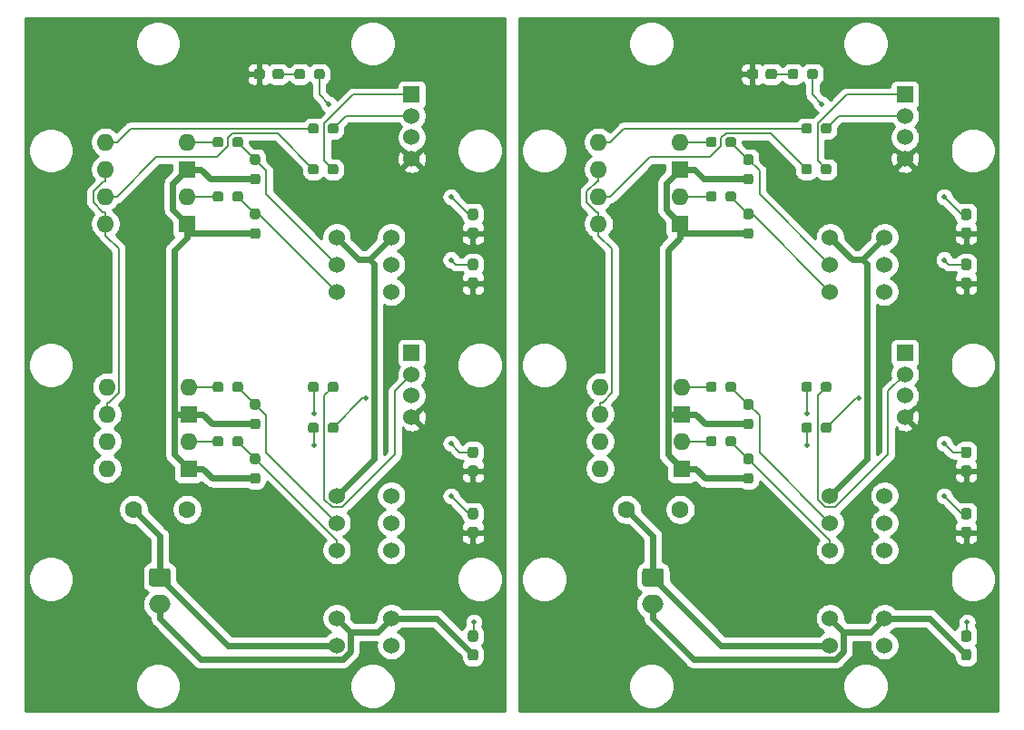
<source format=gtl>
G04 #@! TF.GenerationSoftware,KiCad,Pcbnew,(5.1.8)-1*
G04 #@! TF.CreationDate,2020-11-28T16:02:08+09:00*
G04 #@! TF.ProjectId,DigitalInput4chS,44696769-7461-46c4-996e-707574346368,2*
G04 #@! TF.SameCoordinates,Original*
G04 #@! TF.FileFunction,Copper,L1,Top*
G04 #@! TF.FilePolarity,Positive*
%FSLAX46Y46*%
G04 Gerber Fmt 4.6, Leading zero omitted, Abs format (unit mm)*
G04 Created by KiCad (PCBNEW (5.1.8)-1) date 2020-11-28 16:02:08*
%MOMM*%
%LPD*%
G01*
G04 APERTURE LIST*
G04 #@! TA.AperFunction,ComponentPad*
%ADD10C,1.524000*%
G04 #@! TD*
G04 #@! TA.AperFunction,ComponentPad*
%ADD11R,1.524000X1.524000*%
G04 #@! TD*
G04 #@! TA.AperFunction,ComponentPad*
%ADD12O,1.600000X1.600000*%
G04 #@! TD*
G04 #@! TA.AperFunction,ComponentPad*
%ADD13R,1.600000X1.600000*%
G04 #@! TD*
G04 #@! TA.AperFunction,ComponentPad*
%ADD14O,2.000000X1.700000*%
G04 #@! TD*
G04 #@! TA.AperFunction,ComponentPad*
%ADD15C,1.600000*%
G04 #@! TD*
G04 #@! TA.AperFunction,ViaPad*
%ADD16C,0.500000*%
G04 #@! TD*
G04 #@! TA.AperFunction,Conductor*
%ADD17C,0.600000*%
G04 #@! TD*
G04 #@! TA.AperFunction,Conductor*
%ADD18C,0.200000*%
G04 #@! TD*
G04 #@! TA.AperFunction,NonConductor*
%ADD19C,0.254000*%
G04 #@! TD*
G04 #@! TA.AperFunction,NonConductor*
%ADD20C,0.100000*%
G04 #@! TD*
G04 APERTURE END LIST*
G04 #@! TA.AperFunction,SMDPad,CuDef*
G36*
G01*
X124085000Y-134902500D02*
X124085000Y-135377500D01*
G75*
G02*
X123847500Y-135615000I-237500J0D01*
G01*
X123347500Y-135615000D01*
G75*
G02*
X123110000Y-135377500I0J237500D01*
G01*
X123110000Y-134902500D01*
G75*
G02*
X123347500Y-134665000I237500J0D01*
G01*
X123847500Y-134665000D01*
G75*
G02*
X124085000Y-134902500I0J-237500D01*
G01*
G37*
G04 #@! TD.AperFunction*
G04 #@! TA.AperFunction,SMDPad,CuDef*
G36*
G01*
X125910000Y-134902500D02*
X125910000Y-135377500D01*
G75*
G02*
X125672500Y-135615000I-237500J0D01*
G01*
X125172500Y-135615000D01*
G75*
G02*
X124935000Y-135377500I0J237500D01*
G01*
X124935000Y-134902500D01*
G75*
G02*
X125172500Y-134665000I237500J0D01*
G01*
X125672500Y-134665000D01*
G75*
G02*
X125910000Y-134902500I0J-237500D01*
G01*
G37*
G04 #@! TD.AperFunction*
D10*
X141655000Y-132885000D03*
X141655000Y-130885000D03*
X141655000Y-128885000D03*
D11*
X141655000Y-126885000D03*
G04 #@! TA.AperFunction,SMDPad,CuDef*
G36*
G01*
X147607500Y-119155000D02*
X147132500Y-119155000D01*
G75*
G02*
X146895000Y-118917500I0J237500D01*
G01*
X146895000Y-118342500D01*
G75*
G02*
X147132500Y-118105000I237500J0D01*
G01*
X147607500Y-118105000D01*
G75*
G02*
X147845000Y-118342500I0J-237500D01*
G01*
X147845000Y-118917500D01*
G75*
G02*
X147607500Y-119155000I-237500J0D01*
G01*
G37*
G04 #@! TD.AperFunction*
G04 #@! TA.AperFunction,SMDPad,CuDef*
G36*
G01*
X147607500Y-120905000D02*
X147132500Y-120905000D01*
G75*
G02*
X146895000Y-120667500I0J237500D01*
G01*
X146895000Y-120092500D01*
G75*
G02*
X147132500Y-119855000I237500J0D01*
G01*
X147607500Y-119855000D01*
G75*
G02*
X147845000Y-120092500I0J-237500D01*
G01*
X147845000Y-120667500D01*
G75*
G02*
X147607500Y-120905000I-237500J0D01*
G01*
G37*
G04 #@! TD.AperFunction*
G04 #@! TA.AperFunction,SMDPad,CuDef*
G36*
G01*
X147607500Y-136695000D02*
X147132500Y-136695000D01*
G75*
G02*
X146895000Y-136457500I0J237500D01*
G01*
X146895000Y-135882500D01*
G75*
G02*
X147132500Y-135645000I237500J0D01*
G01*
X147607500Y-135645000D01*
G75*
G02*
X147845000Y-135882500I0J-237500D01*
G01*
X147845000Y-136457500D01*
G75*
G02*
X147607500Y-136695000I-237500J0D01*
G01*
G37*
G04 #@! TD.AperFunction*
G04 #@! TA.AperFunction,SMDPad,CuDef*
G36*
G01*
X147607500Y-138445000D02*
X147132500Y-138445000D01*
G75*
G02*
X146895000Y-138207500I0J237500D01*
G01*
X146895000Y-137632500D01*
G75*
G02*
X147132500Y-137395000I237500J0D01*
G01*
X147607500Y-137395000D01*
G75*
G02*
X147845000Y-137632500I0J-237500D01*
G01*
X147845000Y-138207500D01*
G75*
G02*
X147607500Y-138445000I-237500J0D01*
G01*
G37*
G04 #@! TD.AperFunction*
G04 #@! TA.AperFunction,SMDPad,CuDef*
G36*
G01*
X147607500Y-114470000D02*
X147132500Y-114470000D01*
G75*
G02*
X146895000Y-114232500I0J237500D01*
G01*
X146895000Y-113657500D01*
G75*
G02*
X147132500Y-113420000I237500J0D01*
G01*
X147607500Y-113420000D01*
G75*
G02*
X147845000Y-113657500I0J-237500D01*
G01*
X147845000Y-114232500D01*
G75*
G02*
X147607500Y-114470000I-237500J0D01*
G01*
G37*
G04 #@! TD.AperFunction*
G04 #@! TA.AperFunction,SMDPad,CuDef*
G36*
G01*
X147607500Y-116220000D02*
X147132500Y-116220000D01*
G75*
G02*
X146895000Y-115982500I0J237500D01*
G01*
X146895000Y-115407500D01*
G75*
G02*
X147132500Y-115170000I237500J0D01*
G01*
X147607500Y-115170000D01*
G75*
G02*
X147845000Y-115407500I0J-237500D01*
G01*
X147845000Y-115982500D01*
G75*
G02*
X147607500Y-116220000I-237500J0D01*
G01*
G37*
G04 #@! TD.AperFunction*
G04 #@! TA.AperFunction,SMDPad,CuDef*
G36*
G01*
X133825000Y-109977500D02*
X133825000Y-109502500D01*
G75*
G02*
X134062500Y-109265000I237500J0D01*
G01*
X134562500Y-109265000D01*
G75*
G02*
X134800000Y-109502500I0J-237500D01*
G01*
X134800000Y-109977500D01*
G75*
G02*
X134562500Y-110215000I-237500J0D01*
G01*
X134062500Y-110215000D01*
G75*
G02*
X133825000Y-109977500I0J237500D01*
G01*
G37*
G04 #@! TD.AperFunction*
G04 #@! TA.AperFunction,SMDPad,CuDef*
G36*
G01*
X132000000Y-109977500D02*
X132000000Y-109502500D01*
G75*
G02*
X132237500Y-109265000I237500J0D01*
G01*
X132737500Y-109265000D01*
G75*
G02*
X132975000Y-109502500I0J-237500D01*
G01*
X132975000Y-109977500D01*
G75*
G02*
X132737500Y-110215000I-237500J0D01*
G01*
X132237500Y-110215000D01*
G75*
G02*
X132000000Y-109977500I0J237500D01*
G01*
G37*
G04 #@! TD.AperFunction*
G04 #@! TA.AperFunction,SMDPad,CuDef*
G36*
G01*
X127287500Y-109315000D02*
X126812500Y-109315000D01*
G75*
G02*
X126575000Y-109077500I0J237500D01*
G01*
X126575000Y-108577500D01*
G75*
G02*
X126812500Y-108340000I237500J0D01*
G01*
X127287500Y-108340000D01*
G75*
G02*
X127525000Y-108577500I0J-237500D01*
G01*
X127525000Y-109077500D01*
G75*
G02*
X127287500Y-109315000I-237500J0D01*
G01*
G37*
G04 #@! TD.AperFunction*
G04 #@! TA.AperFunction,SMDPad,CuDef*
G36*
G01*
X127287500Y-111140000D02*
X126812500Y-111140000D01*
G75*
G02*
X126575000Y-110902500I0J237500D01*
G01*
X126575000Y-110402500D01*
G75*
G02*
X126812500Y-110165000I237500J0D01*
G01*
X127287500Y-110165000D01*
G75*
G02*
X127525000Y-110402500I0J-237500D01*
G01*
X127525000Y-110902500D01*
G75*
G02*
X127287500Y-111140000I-237500J0D01*
G01*
G37*
G04 #@! TD.AperFunction*
G04 #@! TA.AperFunction,SMDPad,CuDef*
G36*
G01*
X127287500Y-137255000D02*
X126812500Y-137255000D01*
G75*
G02*
X126575000Y-137017500I0J237500D01*
G01*
X126575000Y-136517500D01*
G75*
G02*
X126812500Y-136280000I237500J0D01*
G01*
X127287500Y-136280000D01*
G75*
G02*
X127525000Y-136517500I0J-237500D01*
G01*
X127525000Y-137017500D01*
G75*
G02*
X127287500Y-137255000I-237500J0D01*
G01*
G37*
G04 #@! TD.AperFunction*
G04 #@! TA.AperFunction,SMDPad,CuDef*
G36*
G01*
X127287500Y-139080000D02*
X126812500Y-139080000D01*
G75*
G02*
X126575000Y-138842500I0J237500D01*
G01*
X126575000Y-138342500D01*
G75*
G02*
X126812500Y-138105000I237500J0D01*
G01*
X127287500Y-138105000D01*
G75*
G02*
X127525000Y-138342500I0J-237500D01*
G01*
X127525000Y-138842500D01*
G75*
G02*
X127287500Y-139080000I-237500J0D01*
G01*
G37*
G04 #@! TD.AperFunction*
G04 #@! TA.AperFunction,SMDPad,CuDef*
G36*
G01*
X127287500Y-132175000D02*
X126812500Y-132175000D01*
G75*
G02*
X126575000Y-131937500I0J237500D01*
G01*
X126575000Y-131437500D01*
G75*
G02*
X126812500Y-131200000I237500J0D01*
G01*
X127287500Y-131200000D01*
G75*
G02*
X127525000Y-131437500I0J-237500D01*
G01*
X127525000Y-131937500D01*
G75*
G02*
X127287500Y-132175000I-237500J0D01*
G01*
G37*
G04 #@! TD.AperFunction*
G04 #@! TA.AperFunction,SMDPad,CuDef*
G36*
G01*
X127287500Y-134000000D02*
X126812500Y-134000000D01*
G75*
G02*
X126575000Y-133762500I0J237500D01*
G01*
X126575000Y-133262500D01*
G75*
G02*
X126812500Y-133025000I237500J0D01*
G01*
X127287500Y-133025000D01*
G75*
G02*
X127525000Y-133262500I0J-237500D01*
G01*
X127525000Y-133762500D01*
G75*
G02*
X127287500Y-134000000I-237500J0D01*
G01*
G37*
G04 #@! TD.AperFunction*
D12*
X113080000Y-114820000D03*
X120700000Y-112280000D03*
X113080000Y-112280000D03*
D13*
X120700000Y-114820000D03*
D12*
X113080000Y-109740000D03*
X120700000Y-107200000D03*
X113080000Y-107200000D03*
D13*
X120700000Y-109740000D03*
G04 #@! TA.AperFunction,SMDPad,CuDef*
G36*
G01*
X133825000Y-106167500D02*
X133825000Y-105692500D01*
G75*
G02*
X134062500Y-105455000I237500J0D01*
G01*
X134562500Y-105455000D01*
G75*
G02*
X134800000Y-105692500I0J-237500D01*
G01*
X134800000Y-106167500D01*
G75*
G02*
X134562500Y-106405000I-237500J0D01*
G01*
X134062500Y-106405000D01*
G75*
G02*
X133825000Y-106167500I0J237500D01*
G01*
G37*
G04 #@! TD.AperFunction*
G04 #@! TA.AperFunction,SMDPad,CuDef*
G36*
G01*
X132000000Y-106167500D02*
X132000000Y-105692500D01*
G75*
G02*
X132237500Y-105455000I237500J0D01*
G01*
X132737500Y-105455000D01*
G75*
G02*
X132975000Y-105692500I0J-237500D01*
G01*
X132975000Y-106167500D01*
G75*
G02*
X132737500Y-106405000I-237500J0D01*
G01*
X132237500Y-106405000D01*
G75*
G02*
X132000000Y-106167500I0J237500D01*
G01*
G37*
G04 #@! TD.AperFunction*
D10*
X134670000Y-140220000D03*
X139750000Y-140220000D03*
X139750000Y-145300000D03*
X134670000Y-145300000D03*
X139750000Y-142760000D03*
X134670000Y-142760000D03*
G04 #@! TA.AperFunction,SMDPad,CuDef*
G36*
G01*
X147607500Y-153840000D02*
X147132500Y-153840000D01*
G75*
G02*
X146895000Y-153602500I0J237500D01*
G01*
X146895000Y-153027500D01*
G75*
G02*
X147132500Y-152790000I237500J0D01*
G01*
X147607500Y-152790000D01*
G75*
G02*
X147845000Y-153027500I0J-237500D01*
G01*
X147845000Y-153602500D01*
G75*
G02*
X147607500Y-153840000I-237500J0D01*
G01*
G37*
G04 #@! TD.AperFunction*
G04 #@! TA.AperFunction,SMDPad,CuDef*
G36*
G01*
X147607500Y-155590000D02*
X147132500Y-155590000D01*
G75*
G02*
X146895000Y-155352500I0J237500D01*
G01*
X146895000Y-154777500D01*
G75*
G02*
X147132500Y-154540000I237500J0D01*
G01*
X147607500Y-154540000D01*
G75*
G02*
X147845000Y-154777500I0J-237500D01*
G01*
X147845000Y-155352500D01*
G75*
G02*
X147607500Y-155590000I-237500J0D01*
G01*
G37*
G04 #@! TD.AperFunction*
D14*
X118160000Y-150340000D03*
G04 #@! TA.AperFunction,ComponentPad*
G36*
G01*
X117410000Y-146990000D02*
X118910000Y-146990000D01*
G75*
G02*
X119160000Y-147240000I0J-250000D01*
G01*
X119160000Y-148440000D01*
G75*
G02*
X118910000Y-148690000I-250000J0D01*
G01*
X117410000Y-148690000D01*
G75*
G02*
X117160000Y-148440000I0J250000D01*
G01*
X117160000Y-147240000D01*
G75*
G02*
X117410000Y-146990000I250000J0D01*
G01*
G37*
G04 #@! TD.AperFunction*
D12*
X113220000Y-132600000D03*
X120840000Y-130060000D03*
X113220000Y-130060000D03*
D13*
X120840000Y-132600000D03*
D12*
X113220000Y-137680000D03*
X120840000Y-135140000D03*
X113220000Y-135140000D03*
D13*
X120840000Y-137680000D03*
G04 #@! TA.AperFunction,SMDPad,CuDef*
G36*
G01*
X124085000Y-112042500D02*
X124085000Y-112517500D01*
G75*
G02*
X123847500Y-112755000I-237500J0D01*
G01*
X123347500Y-112755000D01*
G75*
G02*
X123110000Y-112517500I0J237500D01*
G01*
X123110000Y-112042500D01*
G75*
G02*
X123347500Y-111805000I237500J0D01*
G01*
X123847500Y-111805000D01*
G75*
G02*
X124085000Y-112042500I0J-237500D01*
G01*
G37*
G04 #@! TD.AperFunction*
G04 #@! TA.AperFunction,SMDPad,CuDef*
G36*
G01*
X125910000Y-112042500D02*
X125910000Y-112517500D01*
G75*
G02*
X125672500Y-112755000I-237500J0D01*
G01*
X125172500Y-112755000D01*
G75*
G02*
X124935000Y-112517500I0J237500D01*
G01*
X124935000Y-112042500D01*
G75*
G02*
X125172500Y-111805000I237500J0D01*
G01*
X125672500Y-111805000D01*
G75*
G02*
X125910000Y-112042500I0J-237500D01*
G01*
G37*
G04 #@! TD.AperFunction*
G04 #@! TA.AperFunction,SMDPad,CuDef*
G36*
G01*
X124085000Y-129822500D02*
X124085000Y-130297500D01*
G75*
G02*
X123847500Y-130535000I-237500J0D01*
G01*
X123347500Y-130535000D01*
G75*
G02*
X123110000Y-130297500I0J237500D01*
G01*
X123110000Y-129822500D01*
G75*
G02*
X123347500Y-129585000I237500J0D01*
G01*
X123847500Y-129585000D01*
G75*
G02*
X124085000Y-129822500I0J-237500D01*
G01*
G37*
G04 #@! TD.AperFunction*
G04 #@! TA.AperFunction,SMDPad,CuDef*
G36*
G01*
X125910000Y-129822500D02*
X125910000Y-130297500D01*
G75*
G02*
X125672500Y-130535000I-237500J0D01*
G01*
X125172500Y-130535000D01*
G75*
G02*
X124935000Y-130297500I0J237500D01*
G01*
X124935000Y-129822500D01*
G75*
G02*
X125172500Y-129585000I237500J0D01*
G01*
X125672500Y-129585000D01*
G75*
G02*
X125910000Y-129822500I0J-237500D01*
G01*
G37*
G04 #@! TD.AperFunction*
G04 #@! TA.AperFunction,SMDPad,CuDef*
G36*
G01*
X147607500Y-142410000D02*
X147132500Y-142410000D01*
G75*
G02*
X146895000Y-142172500I0J237500D01*
G01*
X146895000Y-141597500D01*
G75*
G02*
X147132500Y-141360000I237500J0D01*
G01*
X147607500Y-141360000D01*
G75*
G02*
X147845000Y-141597500I0J-237500D01*
G01*
X147845000Y-142172500D01*
G75*
G02*
X147607500Y-142410000I-237500J0D01*
G01*
G37*
G04 #@! TD.AperFunction*
G04 #@! TA.AperFunction,SMDPad,CuDef*
G36*
G01*
X147607500Y-144160000D02*
X147132500Y-144160000D01*
G75*
G02*
X146895000Y-143922500I0J237500D01*
G01*
X146895000Y-143347500D01*
G75*
G02*
X147132500Y-143110000I237500J0D01*
G01*
X147607500Y-143110000D01*
G75*
G02*
X147845000Y-143347500I0J-237500D01*
G01*
X147845000Y-143922500D01*
G75*
G02*
X147607500Y-144160000I-237500J0D01*
G01*
G37*
G04 #@! TD.AperFunction*
G04 #@! TA.AperFunction,SMDPad,CuDef*
G36*
G01*
X128670000Y-101087500D02*
X128670000Y-100612500D01*
G75*
G02*
X128907500Y-100375000I237500J0D01*
G01*
X129482500Y-100375000D01*
G75*
G02*
X129720000Y-100612500I0J-237500D01*
G01*
X129720000Y-101087500D01*
G75*
G02*
X129482500Y-101325000I-237500J0D01*
G01*
X128907500Y-101325000D01*
G75*
G02*
X128670000Y-101087500I0J237500D01*
G01*
G37*
G04 #@! TD.AperFunction*
G04 #@! TA.AperFunction,SMDPad,CuDef*
G36*
G01*
X126920000Y-101087500D02*
X126920000Y-100612500D01*
G75*
G02*
X127157500Y-100375000I237500J0D01*
G01*
X127732500Y-100375000D01*
G75*
G02*
X127970000Y-100612500I0J-237500D01*
G01*
X127970000Y-101087500D01*
G75*
G02*
X127732500Y-101325000I-237500J0D01*
G01*
X127157500Y-101325000D01*
G75*
G02*
X126920000Y-101087500I0J237500D01*
G01*
G37*
G04 #@! TD.AperFunction*
G04 #@! TA.AperFunction,SMDPad,CuDef*
G36*
G01*
X133825000Y-134107500D02*
X133825000Y-133632500D01*
G75*
G02*
X134062500Y-133395000I237500J0D01*
G01*
X134562500Y-133395000D01*
G75*
G02*
X134800000Y-133632500I0J-237500D01*
G01*
X134800000Y-134107500D01*
G75*
G02*
X134562500Y-134345000I-237500J0D01*
G01*
X134062500Y-134345000D01*
G75*
G02*
X133825000Y-134107500I0J237500D01*
G01*
G37*
G04 #@! TD.AperFunction*
G04 #@! TA.AperFunction,SMDPad,CuDef*
G36*
G01*
X132000000Y-134107500D02*
X132000000Y-133632500D01*
G75*
G02*
X132237500Y-133395000I237500J0D01*
G01*
X132737500Y-133395000D01*
G75*
G02*
X132975000Y-133632500I0J-237500D01*
G01*
X132975000Y-134107500D01*
G75*
G02*
X132737500Y-134345000I-237500J0D01*
G01*
X132237500Y-134345000D01*
G75*
G02*
X132000000Y-134107500I0J237500D01*
G01*
G37*
G04 #@! TD.AperFunction*
G04 #@! TA.AperFunction,SMDPad,CuDef*
G36*
G01*
X131705000Y-100612500D02*
X131705000Y-101087500D01*
G75*
G02*
X131467500Y-101325000I-237500J0D01*
G01*
X130967500Y-101325000D01*
G75*
G02*
X130730000Y-101087500I0J237500D01*
G01*
X130730000Y-100612500D01*
G75*
G02*
X130967500Y-100375000I237500J0D01*
G01*
X131467500Y-100375000D01*
G75*
G02*
X131705000Y-100612500I0J-237500D01*
G01*
G37*
G04 #@! TD.AperFunction*
G04 #@! TA.AperFunction,SMDPad,CuDef*
G36*
G01*
X133530000Y-100612500D02*
X133530000Y-101087500D01*
G75*
G02*
X133292500Y-101325000I-237500J0D01*
G01*
X132792500Y-101325000D01*
G75*
G02*
X132555000Y-101087500I0J237500D01*
G01*
X132555000Y-100612500D01*
G75*
G02*
X132792500Y-100375000I237500J0D01*
G01*
X133292500Y-100375000D01*
G75*
G02*
X133530000Y-100612500I0J-237500D01*
G01*
G37*
G04 #@! TD.AperFunction*
D15*
X115700000Y-141490000D03*
X120700000Y-141490000D03*
D10*
X134670000Y-116090000D03*
X139750000Y-116090000D03*
X139750000Y-121170000D03*
X134670000Y-121170000D03*
X139750000Y-118630000D03*
X134670000Y-118630000D03*
G04 #@! TA.AperFunction,SMDPad,CuDef*
G36*
G01*
X127287500Y-114395000D02*
X126812500Y-114395000D01*
G75*
G02*
X126575000Y-114157500I0J237500D01*
G01*
X126575000Y-113657500D01*
G75*
G02*
X126812500Y-113420000I237500J0D01*
G01*
X127287500Y-113420000D01*
G75*
G02*
X127525000Y-113657500I0J-237500D01*
G01*
X127525000Y-114157500D01*
G75*
G02*
X127287500Y-114395000I-237500J0D01*
G01*
G37*
G04 #@! TD.AperFunction*
G04 #@! TA.AperFunction,SMDPad,CuDef*
G36*
G01*
X127287500Y-116220000D02*
X126812500Y-116220000D01*
G75*
G02*
X126575000Y-115982500I0J237500D01*
G01*
X126575000Y-115482500D01*
G75*
G02*
X126812500Y-115245000I237500J0D01*
G01*
X127287500Y-115245000D01*
G75*
G02*
X127525000Y-115482500I0J-237500D01*
G01*
X127525000Y-115982500D01*
G75*
G02*
X127287500Y-116220000I-237500J0D01*
G01*
G37*
G04 #@! TD.AperFunction*
X141655000Y-108755000D03*
X141655000Y-106755000D03*
X141655000Y-104755000D03*
D11*
X141655000Y-102755000D03*
G04 #@! TA.AperFunction,SMDPad,CuDef*
G36*
G01*
X124085000Y-106962500D02*
X124085000Y-107437500D01*
G75*
G02*
X123847500Y-107675000I-237500J0D01*
G01*
X123347500Y-107675000D01*
G75*
G02*
X123110000Y-107437500I0J237500D01*
G01*
X123110000Y-106962500D01*
G75*
G02*
X123347500Y-106725000I237500J0D01*
G01*
X123847500Y-106725000D01*
G75*
G02*
X124085000Y-106962500I0J-237500D01*
G01*
G37*
G04 #@! TD.AperFunction*
G04 #@! TA.AperFunction,SMDPad,CuDef*
G36*
G01*
X125910000Y-106962500D02*
X125910000Y-107437500D01*
G75*
G02*
X125672500Y-107675000I-237500J0D01*
G01*
X125172500Y-107675000D01*
G75*
G02*
X124935000Y-107437500I0J237500D01*
G01*
X124935000Y-106962500D01*
G75*
G02*
X125172500Y-106725000I237500J0D01*
G01*
X125672500Y-106725000D01*
G75*
G02*
X125910000Y-106962500I0J-237500D01*
G01*
G37*
G04 #@! TD.AperFunction*
G04 #@! TA.AperFunction,SMDPad,CuDef*
G36*
G01*
X133825000Y-130297500D02*
X133825000Y-129822500D01*
G75*
G02*
X134062500Y-129585000I237500J0D01*
G01*
X134562500Y-129585000D01*
G75*
G02*
X134800000Y-129822500I0J-237500D01*
G01*
X134800000Y-130297500D01*
G75*
G02*
X134562500Y-130535000I-237500J0D01*
G01*
X134062500Y-130535000D01*
G75*
G02*
X133825000Y-130297500I0J237500D01*
G01*
G37*
G04 #@! TD.AperFunction*
G04 #@! TA.AperFunction,SMDPad,CuDef*
G36*
G01*
X132000000Y-130297500D02*
X132000000Y-129822500D01*
G75*
G02*
X132237500Y-129585000I237500J0D01*
G01*
X132737500Y-129585000D01*
G75*
G02*
X132975000Y-129822500I0J-237500D01*
G01*
X132975000Y-130297500D01*
G75*
G02*
X132737500Y-130535000I-237500J0D01*
G01*
X132237500Y-130535000D01*
G75*
G02*
X132000000Y-130297500I0J237500D01*
G01*
G37*
G04 #@! TD.AperFunction*
D10*
X139750000Y-154190000D03*
X134670000Y-154190000D03*
X139750000Y-151650000D03*
X134670000Y-151650000D03*
G04 #@! TA.AperFunction,SMDPad,CuDef*
G36*
G01*
X101607500Y-138445000D02*
X101132500Y-138445000D01*
G75*
G02*
X100895000Y-138207500I0J237500D01*
G01*
X100895000Y-137632500D01*
G75*
G02*
X101132500Y-137395000I237500J0D01*
G01*
X101607500Y-137395000D01*
G75*
G02*
X101845000Y-137632500I0J-237500D01*
G01*
X101845000Y-138207500D01*
G75*
G02*
X101607500Y-138445000I-237500J0D01*
G01*
G37*
G04 #@! TD.AperFunction*
G04 #@! TA.AperFunction,SMDPad,CuDef*
G36*
G01*
X101607500Y-136695000D02*
X101132500Y-136695000D01*
G75*
G02*
X100895000Y-136457500I0J237500D01*
G01*
X100895000Y-135882500D01*
G75*
G02*
X101132500Y-135645000I237500J0D01*
G01*
X101607500Y-135645000D01*
G75*
G02*
X101845000Y-135882500I0J-237500D01*
G01*
X101845000Y-136457500D01*
G75*
G02*
X101607500Y-136695000I-237500J0D01*
G01*
G37*
G04 #@! TD.AperFunction*
G04 #@! TA.AperFunction,SMDPad,CuDef*
G36*
G01*
X101607500Y-116220000D02*
X101132500Y-116220000D01*
G75*
G02*
X100895000Y-115982500I0J237500D01*
G01*
X100895000Y-115407500D01*
G75*
G02*
X101132500Y-115170000I237500J0D01*
G01*
X101607500Y-115170000D01*
G75*
G02*
X101845000Y-115407500I0J-237500D01*
G01*
X101845000Y-115982500D01*
G75*
G02*
X101607500Y-116220000I-237500J0D01*
G01*
G37*
G04 #@! TD.AperFunction*
G04 #@! TA.AperFunction,SMDPad,CuDef*
G36*
G01*
X101607500Y-114470000D02*
X101132500Y-114470000D01*
G75*
G02*
X100895000Y-114232500I0J237500D01*
G01*
X100895000Y-113657500D01*
G75*
G02*
X101132500Y-113420000I237500J0D01*
G01*
X101607500Y-113420000D01*
G75*
G02*
X101845000Y-113657500I0J-237500D01*
G01*
X101845000Y-114232500D01*
G75*
G02*
X101607500Y-114470000I-237500J0D01*
G01*
G37*
G04 #@! TD.AperFunction*
G04 #@! TA.AperFunction,SMDPad,CuDef*
G36*
G01*
X79910000Y-134902500D02*
X79910000Y-135377500D01*
G75*
G02*
X79672500Y-135615000I-237500J0D01*
G01*
X79172500Y-135615000D01*
G75*
G02*
X78935000Y-135377500I0J237500D01*
G01*
X78935000Y-134902500D01*
G75*
G02*
X79172500Y-134665000I237500J0D01*
G01*
X79672500Y-134665000D01*
G75*
G02*
X79910000Y-134902500I0J-237500D01*
G01*
G37*
G04 #@! TD.AperFunction*
G04 #@! TA.AperFunction,SMDPad,CuDef*
G36*
G01*
X78085000Y-134902500D02*
X78085000Y-135377500D01*
G75*
G02*
X77847500Y-135615000I-237500J0D01*
G01*
X77347500Y-135615000D01*
G75*
G02*
X77110000Y-135377500I0J237500D01*
G01*
X77110000Y-134902500D01*
G75*
G02*
X77347500Y-134665000I237500J0D01*
G01*
X77847500Y-134665000D01*
G75*
G02*
X78085000Y-134902500I0J-237500D01*
G01*
G37*
G04 #@! TD.AperFunction*
G04 #@! TA.AperFunction,SMDPad,CuDef*
G36*
G01*
X86000000Y-109977500D02*
X86000000Y-109502500D01*
G75*
G02*
X86237500Y-109265000I237500J0D01*
G01*
X86737500Y-109265000D01*
G75*
G02*
X86975000Y-109502500I0J-237500D01*
G01*
X86975000Y-109977500D01*
G75*
G02*
X86737500Y-110215000I-237500J0D01*
G01*
X86237500Y-110215000D01*
G75*
G02*
X86000000Y-109977500I0J237500D01*
G01*
G37*
G04 #@! TD.AperFunction*
G04 #@! TA.AperFunction,SMDPad,CuDef*
G36*
G01*
X87825000Y-109977500D02*
X87825000Y-109502500D01*
G75*
G02*
X88062500Y-109265000I237500J0D01*
G01*
X88562500Y-109265000D01*
G75*
G02*
X88800000Y-109502500I0J-237500D01*
G01*
X88800000Y-109977500D01*
G75*
G02*
X88562500Y-110215000I-237500J0D01*
G01*
X88062500Y-110215000D01*
G75*
G02*
X87825000Y-109977500I0J237500D01*
G01*
G37*
G04 #@! TD.AperFunction*
D11*
X95655000Y-126885000D03*
D10*
X95655000Y-128885000D03*
X95655000Y-130885000D03*
X95655000Y-132885000D03*
G04 #@! TA.AperFunction,SMDPad,CuDef*
G36*
G01*
X101607500Y-120905000D02*
X101132500Y-120905000D01*
G75*
G02*
X100895000Y-120667500I0J237500D01*
G01*
X100895000Y-120092500D01*
G75*
G02*
X101132500Y-119855000I237500J0D01*
G01*
X101607500Y-119855000D01*
G75*
G02*
X101845000Y-120092500I0J-237500D01*
G01*
X101845000Y-120667500D01*
G75*
G02*
X101607500Y-120905000I-237500J0D01*
G01*
G37*
G04 #@! TD.AperFunction*
G04 #@! TA.AperFunction,SMDPad,CuDef*
G36*
G01*
X101607500Y-119155000D02*
X101132500Y-119155000D01*
G75*
G02*
X100895000Y-118917500I0J237500D01*
G01*
X100895000Y-118342500D01*
G75*
G02*
X101132500Y-118105000I237500J0D01*
G01*
X101607500Y-118105000D01*
G75*
G02*
X101845000Y-118342500I0J-237500D01*
G01*
X101845000Y-118917500D01*
G75*
G02*
X101607500Y-119155000I-237500J0D01*
G01*
G37*
G04 #@! TD.AperFunction*
X88670000Y-118630000D03*
X93750000Y-118630000D03*
X88670000Y-121170000D03*
X93750000Y-121170000D03*
X93750000Y-116090000D03*
X88670000Y-116090000D03*
G04 #@! TA.AperFunction,SMDPad,CuDef*
G36*
G01*
X86000000Y-106167500D02*
X86000000Y-105692500D01*
G75*
G02*
X86237500Y-105455000I237500J0D01*
G01*
X86737500Y-105455000D01*
G75*
G02*
X86975000Y-105692500I0J-237500D01*
G01*
X86975000Y-106167500D01*
G75*
G02*
X86737500Y-106405000I-237500J0D01*
G01*
X86237500Y-106405000D01*
G75*
G02*
X86000000Y-106167500I0J237500D01*
G01*
G37*
G04 #@! TD.AperFunction*
G04 #@! TA.AperFunction,SMDPad,CuDef*
G36*
G01*
X87825000Y-106167500D02*
X87825000Y-105692500D01*
G75*
G02*
X88062500Y-105455000I237500J0D01*
G01*
X88562500Y-105455000D01*
G75*
G02*
X88800000Y-105692500I0J-237500D01*
G01*
X88800000Y-106167500D01*
G75*
G02*
X88562500Y-106405000I-237500J0D01*
G01*
X88062500Y-106405000D01*
G75*
G02*
X87825000Y-106167500I0J237500D01*
G01*
G37*
G04 #@! TD.AperFunction*
G04 #@! TA.AperFunction,SMDPad,CuDef*
G36*
G01*
X79910000Y-112042500D02*
X79910000Y-112517500D01*
G75*
G02*
X79672500Y-112755000I-237500J0D01*
G01*
X79172500Y-112755000D01*
G75*
G02*
X78935000Y-112517500I0J237500D01*
G01*
X78935000Y-112042500D01*
G75*
G02*
X79172500Y-111805000I237500J0D01*
G01*
X79672500Y-111805000D01*
G75*
G02*
X79910000Y-112042500I0J-237500D01*
G01*
G37*
G04 #@! TD.AperFunction*
G04 #@! TA.AperFunction,SMDPad,CuDef*
G36*
G01*
X78085000Y-112042500D02*
X78085000Y-112517500D01*
G75*
G02*
X77847500Y-112755000I-237500J0D01*
G01*
X77347500Y-112755000D01*
G75*
G02*
X77110000Y-112517500I0J237500D01*
G01*
X77110000Y-112042500D01*
G75*
G02*
X77347500Y-111805000I237500J0D01*
G01*
X77847500Y-111805000D01*
G75*
G02*
X78085000Y-112042500I0J-237500D01*
G01*
G37*
G04 #@! TD.AperFunction*
G04 #@! TA.AperFunction,SMDPad,CuDef*
G36*
G01*
X81287500Y-116220000D02*
X80812500Y-116220000D01*
G75*
G02*
X80575000Y-115982500I0J237500D01*
G01*
X80575000Y-115482500D01*
G75*
G02*
X80812500Y-115245000I237500J0D01*
G01*
X81287500Y-115245000D01*
G75*
G02*
X81525000Y-115482500I0J-237500D01*
G01*
X81525000Y-115982500D01*
G75*
G02*
X81287500Y-116220000I-237500J0D01*
G01*
G37*
G04 #@! TD.AperFunction*
G04 #@! TA.AperFunction,SMDPad,CuDef*
G36*
G01*
X81287500Y-114395000D02*
X80812500Y-114395000D01*
G75*
G02*
X80575000Y-114157500I0J237500D01*
G01*
X80575000Y-113657500D01*
G75*
G02*
X80812500Y-113420000I237500J0D01*
G01*
X81287500Y-113420000D01*
G75*
G02*
X81525000Y-113657500I0J-237500D01*
G01*
X81525000Y-114157500D01*
G75*
G02*
X81287500Y-114395000I-237500J0D01*
G01*
G37*
G04 #@! TD.AperFunction*
G04 #@! TA.AperFunction,SMDPad,CuDef*
G36*
G01*
X79910000Y-129822500D02*
X79910000Y-130297500D01*
G75*
G02*
X79672500Y-130535000I-237500J0D01*
G01*
X79172500Y-130535000D01*
G75*
G02*
X78935000Y-130297500I0J237500D01*
G01*
X78935000Y-129822500D01*
G75*
G02*
X79172500Y-129585000I237500J0D01*
G01*
X79672500Y-129585000D01*
G75*
G02*
X79910000Y-129822500I0J-237500D01*
G01*
G37*
G04 #@! TD.AperFunction*
G04 #@! TA.AperFunction,SMDPad,CuDef*
G36*
G01*
X78085000Y-129822500D02*
X78085000Y-130297500D01*
G75*
G02*
X77847500Y-130535000I-237500J0D01*
G01*
X77347500Y-130535000D01*
G75*
G02*
X77110000Y-130297500I0J237500D01*
G01*
X77110000Y-129822500D01*
G75*
G02*
X77347500Y-129585000I237500J0D01*
G01*
X77847500Y-129585000D01*
G75*
G02*
X78085000Y-129822500I0J-237500D01*
G01*
G37*
G04 #@! TD.AperFunction*
D11*
X95655000Y-102755000D03*
D10*
X95655000Y-104755000D03*
X95655000Y-106755000D03*
X95655000Y-108755000D03*
X88670000Y-142760000D03*
X93750000Y-142760000D03*
X88670000Y-145300000D03*
X93750000Y-145300000D03*
X93750000Y-140220000D03*
X88670000Y-140220000D03*
G04 #@! TA.AperFunction,SMDPad,CuDef*
G36*
G01*
X101607500Y-144160000D02*
X101132500Y-144160000D01*
G75*
G02*
X100895000Y-143922500I0J237500D01*
G01*
X100895000Y-143347500D01*
G75*
G02*
X101132500Y-143110000I237500J0D01*
G01*
X101607500Y-143110000D01*
G75*
G02*
X101845000Y-143347500I0J-237500D01*
G01*
X101845000Y-143922500D01*
G75*
G02*
X101607500Y-144160000I-237500J0D01*
G01*
G37*
G04 #@! TD.AperFunction*
G04 #@! TA.AperFunction,SMDPad,CuDef*
G36*
G01*
X101607500Y-142410000D02*
X101132500Y-142410000D01*
G75*
G02*
X100895000Y-142172500I0J237500D01*
G01*
X100895000Y-141597500D01*
G75*
G02*
X101132500Y-141360000I237500J0D01*
G01*
X101607500Y-141360000D01*
G75*
G02*
X101845000Y-141597500I0J-237500D01*
G01*
X101845000Y-142172500D01*
G75*
G02*
X101607500Y-142410000I-237500J0D01*
G01*
G37*
G04 #@! TD.AperFunction*
G04 #@! TA.AperFunction,SMDPad,CuDef*
G36*
G01*
X101607500Y-155590000D02*
X101132500Y-155590000D01*
G75*
G02*
X100895000Y-155352500I0J237500D01*
G01*
X100895000Y-154777500D01*
G75*
G02*
X101132500Y-154540000I237500J0D01*
G01*
X101607500Y-154540000D01*
G75*
G02*
X101845000Y-154777500I0J-237500D01*
G01*
X101845000Y-155352500D01*
G75*
G02*
X101607500Y-155590000I-237500J0D01*
G01*
G37*
G04 #@! TD.AperFunction*
G04 #@! TA.AperFunction,SMDPad,CuDef*
G36*
G01*
X101607500Y-153840000D02*
X101132500Y-153840000D01*
G75*
G02*
X100895000Y-153602500I0J237500D01*
G01*
X100895000Y-153027500D01*
G75*
G02*
X101132500Y-152790000I237500J0D01*
G01*
X101607500Y-152790000D01*
G75*
G02*
X101845000Y-153027500I0J-237500D01*
G01*
X101845000Y-153602500D01*
G75*
G02*
X101607500Y-153840000I-237500J0D01*
G01*
G37*
G04 #@! TD.AperFunction*
G04 #@! TA.AperFunction,SMDPad,CuDef*
G36*
G01*
X86000000Y-130297500D02*
X86000000Y-129822500D01*
G75*
G02*
X86237500Y-129585000I237500J0D01*
G01*
X86737500Y-129585000D01*
G75*
G02*
X86975000Y-129822500I0J-237500D01*
G01*
X86975000Y-130297500D01*
G75*
G02*
X86737500Y-130535000I-237500J0D01*
G01*
X86237500Y-130535000D01*
G75*
G02*
X86000000Y-130297500I0J237500D01*
G01*
G37*
G04 #@! TD.AperFunction*
G04 #@! TA.AperFunction,SMDPad,CuDef*
G36*
G01*
X87825000Y-130297500D02*
X87825000Y-129822500D01*
G75*
G02*
X88062500Y-129585000I237500J0D01*
G01*
X88562500Y-129585000D01*
G75*
G02*
X88800000Y-129822500I0J-237500D01*
G01*
X88800000Y-130297500D01*
G75*
G02*
X88562500Y-130535000I-237500J0D01*
G01*
X88062500Y-130535000D01*
G75*
G02*
X87825000Y-130297500I0J237500D01*
G01*
G37*
G04 #@! TD.AperFunction*
G04 #@! TA.AperFunction,SMDPad,CuDef*
G36*
G01*
X79910000Y-106962500D02*
X79910000Y-107437500D01*
G75*
G02*
X79672500Y-107675000I-237500J0D01*
G01*
X79172500Y-107675000D01*
G75*
G02*
X78935000Y-107437500I0J237500D01*
G01*
X78935000Y-106962500D01*
G75*
G02*
X79172500Y-106725000I237500J0D01*
G01*
X79672500Y-106725000D01*
G75*
G02*
X79910000Y-106962500I0J-237500D01*
G01*
G37*
G04 #@! TD.AperFunction*
G04 #@! TA.AperFunction,SMDPad,CuDef*
G36*
G01*
X78085000Y-106962500D02*
X78085000Y-107437500D01*
G75*
G02*
X77847500Y-107675000I-237500J0D01*
G01*
X77347500Y-107675000D01*
G75*
G02*
X77110000Y-107437500I0J237500D01*
G01*
X77110000Y-106962500D01*
G75*
G02*
X77347500Y-106725000I237500J0D01*
G01*
X77847500Y-106725000D01*
G75*
G02*
X78085000Y-106962500I0J-237500D01*
G01*
G37*
G04 #@! TD.AperFunction*
X88670000Y-151650000D03*
X93750000Y-151650000D03*
X88670000Y-154190000D03*
X93750000Y-154190000D03*
G04 #@! TA.AperFunction,SMDPad,CuDef*
G36*
G01*
X86000000Y-134107500D02*
X86000000Y-133632500D01*
G75*
G02*
X86237500Y-133395000I237500J0D01*
G01*
X86737500Y-133395000D01*
G75*
G02*
X86975000Y-133632500I0J-237500D01*
G01*
X86975000Y-134107500D01*
G75*
G02*
X86737500Y-134345000I-237500J0D01*
G01*
X86237500Y-134345000D01*
G75*
G02*
X86000000Y-134107500I0J237500D01*
G01*
G37*
G04 #@! TD.AperFunction*
G04 #@! TA.AperFunction,SMDPad,CuDef*
G36*
G01*
X87825000Y-134107500D02*
X87825000Y-133632500D01*
G75*
G02*
X88062500Y-133395000I237500J0D01*
G01*
X88562500Y-133395000D01*
G75*
G02*
X88800000Y-133632500I0J-237500D01*
G01*
X88800000Y-134107500D01*
G75*
G02*
X88562500Y-134345000I-237500J0D01*
G01*
X88062500Y-134345000D01*
G75*
G02*
X87825000Y-134107500I0J237500D01*
G01*
G37*
G04 #@! TD.AperFunction*
G04 #@! TA.AperFunction,ComponentPad*
G36*
G01*
X71410000Y-146990000D02*
X72910000Y-146990000D01*
G75*
G02*
X73160000Y-147240000I0J-250000D01*
G01*
X73160000Y-148440000D01*
G75*
G02*
X72910000Y-148690000I-250000J0D01*
G01*
X71410000Y-148690000D01*
G75*
G02*
X71160000Y-148440000I0J250000D01*
G01*
X71160000Y-147240000D01*
G75*
G02*
X71410000Y-146990000I250000J0D01*
G01*
G37*
G04 #@! TD.AperFunction*
D14*
X72160000Y-150340000D03*
D13*
X74840000Y-137680000D03*
D12*
X67220000Y-135140000D03*
X74840000Y-135140000D03*
X67220000Y-137680000D03*
G04 #@! TA.AperFunction,SMDPad,CuDef*
G36*
G01*
X87530000Y-100612500D02*
X87530000Y-101087500D01*
G75*
G02*
X87292500Y-101325000I-237500J0D01*
G01*
X86792500Y-101325000D01*
G75*
G02*
X86555000Y-101087500I0J237500D01*
G01*
X86555000Y-100612500D01*
G75*
G02*
X86792500Y-100375000I237500J0D01*
G01*
X87292500Y-100375000D01*
G75*
G02*
X87530000Y-100612500I0J-237500D01*
G01*
G37*
G04 #@! TD.AperFunction*
G04 #@! TA.AperFunction,SMDPad,CuDef*
G36*
G01*
X85705000Y-100612500D02*
X85705000Y-101087500D01*
G75*
G02*
X85467500Y-101325000I-237500J0D01*
G01*
X84967500Y-101325000D01*
G75*
G02*
X84730000Y-101087500I0J237500D01*
G01*
X84730000Y-100612500D01*
G75*
G02*
X84967500Y-100375000I237500J0D01*
G01*
X85467500Y-100375000D01*
G75*
G02*
X85705000Y-100612500I0J-237500D01*
G01*
G37*
G04 #@! TD.AperFunction*
D13*
X74840000Y-132600000D03*
D12*
X67220000Y-130060000D03*
X74840000Y-130060000D03*
X67220000Y-132600000D03*
D15*
X74700000Y-141490000D03*
X69700000Y-141490000D03*
G04 #@! TA.AperFunction,SMDPad,CuDef*
G36*
G01*
X80920000Y-101087500D02*
X80920000Y-100612500D01*
G75*
G02*
X81157500Y-100375000I237500J0D01*
G01*
X81732500Y-100375000D01*
G75*
G02*
X81970000Y-100612500I0J-237500D01*
G01*
X81970000Y-101087500D01*
G75*
G02*
X81732500Y-101325000I-237500J0D01*
G01*
X81157500Y-101325000D01*
G75*
G02*
X80920000Y-101087500I0J237500D01*
G01*
G37*
G04 #@! TD.AperFunction*
G04 #@! TA.AperFunction,SMDPad,CuDef*
G36*
G01*
X82670000Y-101087500D02*
X82670000Y-100612500D01*
G75*
G02*
X82907500Y-100375000I237500J0D01*
G01*
X83482500Y-100375000D01*
G75*
G02*
X83720000Y-100612500I0J-237500D01*
G01*
X83720000Y-101087500D01*
G75*
G02*
X83482500Y-101325000I-237500J0D01*
G01*
X82907500Y-101325000D01*
G75*
G02*
X82670000Y-101087500I0J237500D01*
G01*
G37*
G04 #@! TD.AperFunction*
G04 #@! TA.AperFunction,SMDPad,CuDef*
G36*
G01*
X81287500Y-111140000D02*
X80812500Y-111140000D01*
G75*
G02*
X80575000Y-110902500I0J237500D01*
G01*
X80575000Y-110402500D01*
G75*
G02*
X80812500Y-110165000I237500J0D01*
G01*
X81287500Y-110165000D01*
G75*
G02*
X81525000Y-110402500I0J-237500D01*
G01*
X81525000Y-110902500D01*
G75*
G02*
X81287500Y-111140000I-237500J0D01*
G01*
G37*
G04 #@! TD.AperFunction*
G04 #@! TA.AperFunction,SMDPad,CuDef*
G36*
G01*
X81287500Y-109315000D02*
X80812500Y-109315000D01*
G75*
G02*
X80575000Y-109077500I0J237500D01*
G01*
X80575000Y-108577500D01*
G75*
G02*
X80812500Y-108340000I237500J0D01*
G01*
X81287500Y-108340000D01*
G75*
G02*
X81525000Y-108577500I0J-237500D01*
G01*
X81525000Y-109077500D01*
G75*
G02*
X81287500Y-109315000I-237500J0D01*
G01*
G37*
G04 #@! TD.AperFunction*
G04 #@! TA.AperFunction,SMDPad,CuDef*
G36*
G01*
X81287500Y-139080000D02*
X80812500Y-139080000D01*
G75*
G02*
X80575000Y-138842500I0J237500D01*
G01*
X80575000Y-138342500D01*
G75*
G02*
X80812500Y-138105000I237500J0D01*
G01*
X81287500Y-138105000D01*
G75*
G02*
X81525000Y-138342500I0J-237500D01*
G01*
X81525000Y-138842500D01*
G75*
G02*
X81287500Y-139080000I-237500J0D01*
G01*
G37*
G04 #@! TD.AperFunction*
G04 #@! TA.AperFunction,SMDPad,CuDef*
G36*
G01*
X81287500Y-137255000D02*
X80812500Y-137255000D01*
G75*
G02*
X80575000Y-137017500I0J237500D01*
G01*
X80575000Y-136517500D01*
G75*
G02*
X80812500Y-136280000I237500J0D01*
G01*
X81287500Y-136280000D01*
G75*
G02*
X81525000Y-136517500I0J-237500D01*
G01*
X81525000Y-137017500D01*
G75*
G02*
X81287500Y-137255000I-237500J0D01*
G01*
G37*
G04 #@! TD.AperFunction*
G04 #@! TA.AperFunction,SMDPad,CuDef*
G36*
G01*
X81287500Y-134000000D02*
X80812500Y-134000000D01*
G75*
G02*
X80575000Y-133762500I0J237500D01*
G01*
X80575000Y-133262500D01*
G75*
G02*
X80812500Y-133025000I237500J0D01*
G01*
X81287500Y-133025000D01*
G75*
G02*
X81525000Y-133262500I0J-237500D01*
G01*
X81525000Y-133762500D01*
G75*
G02*
X81287500Y-134000000I-237500J0D01*
G01*
G37*
G04 #@! TD.AperFunction*
G04 #@! TA.AperFunction,SMDPad,CuDef*
G36*
G01*
X81287500Y-132175000D02*
X80812500Y-132175000D01*
G75*
G02*
X80575000Y-131937500I0J237500D01*
G01*
X80575000Y-131437500D01*
G75*
G02*
X80812500Y-131200000I237500J0D01*
G01*
X81287500Y-131200000D01*
G75*
G02*
X81525000Y-131437500I0J-237500D01*
G01*
X81525000Y-131937500D01*
G75*
G02*
X81287500Y-132175000I-237500J0D01*
G01*
G37*
G04 #@! TD.AperFunction*
D13*
X74700000Y-114820000D03*
D12*
X67080000Y-112280000D03*
X74700000Y-112280000D03*
X67080000Y-114820000D03*
D13*
X74700000Y-109740000D03*
D12*
X67080000Y-107200000D03*
X74700000Y-107200000D03*
X67080000Y-109740000D03*
D16*
X99319100Y-118191700D03*
X99319100Y-112338400D03*
X99319100Y-140258800D03*
X87908000Y-103644000D03*
X99319100Y-135355000D03*
X91340100Y-131106500D03*
X86528400Y-135463400D03*
X86528400Y-132535600D03*
X101453000Y-152040700D03*
X145319100Y-118191700D03*
X145319100Y-135355000D03*
X137340100Y-131106500D03*
X132528400Y-132535600D03*
X145319100Y-112338400D03*
X133908000Y-103644000D03*
X147453000Y-152040700D03*
X145319100Y-140258800D03*
X132528400Y-135463400D03*
D17*
X89947600Y-152927600D02*
X92472400Y-152927600D01*
X92472400Y-152927600D02*
X93750000Y-151650000D01*
X89947600Y-152927600D02*
X88670000Y-151650000D01*
X72160000Y-151690300D02*
X75937700Y-155468000D01*
X97955000Y-151650000D02*
X93750000Y-151650000D01*
X75937700Y-155468000D02*
X89223600Y-155468000D01*
X89947600Y-154744000D02*
X89947600Y-152927600D01*
X101370000Y-155065000D02*
X97955000Y-151650000D01*
X89223600Y-155468000D02*
X89947600Y-154744000D01*
X72160000Y-150340000D02*
X72160000Y-151690300D01*
D18*
X99757400Y-118630000D02*
X99319100Y-118191700D01*
X101370000Y-118630000D02*
X99757400Y-118630000D01*
X100925700Y-113945000D02*
X99319100Y-112338400D01*
X101370000Y-113945000D02*
X100925700Y-113945000D01*
X101370000Y-141885000D02*
X100945300Y-141885000D01*
X100945300Y-141885000D02*
X99319100Y-140258800D01*
X65974800Y-112842500D02*
X66852000Y-113719700D01*
X67080000Y-114820000D02*
X67080000Y-113719700D01*
X67080000Y-109740000D02*
X67080000Y-110840300D01*
X66942500Y-110840300D02*
X65974800Y-111808000D01*
X66852000Y-113719700D02*
X67080000Y-113719700D01*
X67080000Y-110840300D02*
X66942500Y-110840300D01*
X67220000Y-132600000D02*
X67220000Y-131499700D01*
X65974800Y-111808000D02*
X65974800Y-112842500D01*
X67080000Y-115920300D02*
X68330800Y-117171100D01*
X68330800Y-117171100D02*
X68330800Y-130616900D01*
X87042500Y-102778500D02*
X87908000Y-103644000D01*
X68330800Y-130616900D02*
X67448000Y-131499700D01*
X67448000Y-131499700D02*
X67220000Y-131499700D01*
X87042500Y-100850000D02*
X87042500Y-102778500D01*
X67080000Y-114820000D02*
X67080000Y-115920300D01*
X100134100Y-136170000D02*
X99319100Y-135355000D01*
X101370000Y-136170000D02*
X100134100Y-136170000D01*
X83195000Y-100850000D02*
X85114000Y-100850000D01*
D17*
X74700000Y-115732500D02*
X74700000Y-116120300D01*
X74840000Y-132600000D02*
X73669800Y-132600000D01*
X74700000Y-109740000D02*
X73385400Y-111054600D01*
X73385400Y-111054600D02*
X73385400Y-113505400D01*
X76912800Y-110652500D02*
X76000300Y-109740000D01*
X73385400Y-113505400D02*
X74700000Y-114820000D01*
X75150100Y-109740000D02*
X74700000Y-109740000D01*
X73539700Y-136379700D02*
X74840000Y-137680000D01*
X74840000Y-137680000D02*
X76140300Y-137680000D01*
X77052800Y-133512500D02*
X76140300Y-132600000D01*
X74700000Y-114820000D02*
X74700000Y-115732500D01*
X76140300Y-137680000D02*
X77052800Y-138592500D01*
X73669800Y-132600000D02*
X73539700Y-132600000D01*
X75150100Y-109740000D02*
X76000300Y-109740000D01*
X74840000Y-132600000D02*
X76140300Y-132600000D01*
X77052800Y-138592500D02*
X81050000Y-138592500D01*
X81050000Y-115732500D02*
X74700000Y-115732500D01*
X73539700Y-117280600D02*
X74700000Y-116120300D01*
X81050000Y-110652500D02*
X76912800Y-110652500D01*
X81050000Y-133512500D02*
X77052800Y-133512500D01*
X73539700Y-132600000D02*
X73539700Y-136379700D01*
X73539700Y-132600000D02*
X73539700Y-117280600D01*
X91690200Y-118149800D02*
X92108300Y-118567900D01*
X91690200Y-118149800D02*
X90729800Y-118149800D01*
X92108300Y-136781700D02*
X88670000Y-140220000D01*
X92108300Y-118567900D02*
X92108300Y-136781700D01*
X93750000Y-116090000D02*
X91690200Y-118149800D01*
X90729800Y-118149800D02*
X88670000Y-116090000D01*
D18*
X88312500Y-105930000D02*
X89487500Y-104755000D01*
X89487500Y-104755000D02*
X95655000Y-104755000D01*
X95655000Y-102755000D02*
X90222800Y-102755000D01*
X90222800Y-102755000D02*
X87514100Y-105463700D01*
X87514100Y-105463700D02*
X87514100Y-108941600D01*
X87514100Y-108941600D02*
X88312500Y-109740000D01*
X87509100Y-130863400D02*
X87509100Y-140579000D01*
X94083700Y-130456300D02*
X95655000Y-128885000D01*
X88229700Y-141299600D02*
X89175100Y-141299600D01*
X88312500Y-130060000D02*
X87509100Y-130863400D01*
X87509100Y-140579000D02*
X88229700Y-141299600D01*
X89175100Y-141299600D02*
X94083700Y-136391000D01*
X94083700Y-136391000D02*
X94083700Y-130456300D01*
X91076000Y-131106500D02*
X88312500Y-133870000D01*
X91340100Y-131106500D02*
X91076000Y-131106500D01*
X88670000Y-121170000D02*
X81407500Y-113907500D01*
X81407500Y-113907500D02*
X81050000Y-113907500D01*
X79422500Y-112280000D02*
X81050000Y-113907500D01*
X82086200Y-109863700D02*
X81050000Y-108827500D01*
X88670000Y-118630000D02*
X82086200Y-112046200D01*
X79422500Y-107200000D02*
X81050000Y-108827500D01*
X82086200Y-112046200D02*
X82086200Y-109863700D01*
X88670000Y-144387500D02*
X81050000Y-136767500D01*
X79422500Y-135140000D02*
X81050000Y-136767500D01*
X88670000Y-145300000D02*
X88670000Y-144387500D01*
X82086200Y-132723700D02*
X81050000Y-131687500D01*
X88670000Y-142760000D02*
X82086200Y-136176200D01*
X79422500Y-130060000D02*
X81050000Y-131687500D01*
X82086200Y-136176200D02*
X82086200Y-132723700D01*
D17*
X72160000Y-147840000D02*
X72160000Y-143950000D01*
X72160000Y-147840000D02*
X78510000Y-154190000D01*
X78510000Y-154190000D02*
X88670000Y-154190000D01*
X72160000Y-143950000D02*
X69700000Y-141490000D01*
D18*
X78510000Y-106844600D02*
X78510000Y-107572600D01*
X77471000Y-108611600D02*
X71848700Y-108611600D01*
X71848700Y-108611600D02*
X68180300Y-112280000D01*
X78510000Y-107572600D02*
X77471000Y-108611600D01*
X86487500Y-109740000D02*
X83139700Y-106392200D01*
X67080000Y-112280000D02*
X68180300Y-112280000D01*
X83139700Y-106392200D02*
X78962400Y-106392200D01*
X78962400Y-106392200D02*
X78510000Y-106844600D01*
X86487500Y-105930000D02*
X69450300Y-105930000D01*
X69450300Y-105930000D02*
X68180300Y-107200000D01*
X67080000Y-107200000D02*
X68180300Y-107200000D01*
X86528400Y-133910900D02*
X86528400Y-135463400D01*
X86487500Y-133870000D02*
X86528400Y-133910900D01*
X86487500Y-130060000D02*
X86528400Y-130100900D01*
X86528400Y-130100900D02*
X86528400Y-132535600D01*
X77597500Y-112280000D02*
X74700000Y-112280000D01*
X77597500Y-107200000D02*
X74700000Y-107200000D01*
X77597500Y-135140000D02*
X74840000Y-135140000D01*
X77597500Y-130060000D02*
X74840000Y-130060000D01*
X101453000Y-153232000D02*
X101453000Y-152040700D01*
X101370000Y-153315000D02*
X101453000Y-153232000D01*
X147370000Y-113945000D02*
X146925700Y-113945000D01*
D17*
X121937700Y-155468000D02*
X135223600Y-155468000D01*
X147370000Y-155065000D02*
X143955000Y-151650000D01*
D18*
X146925700Y-113945000D02*
X145319100Y-112338400D01*
D17*
X143955000Y-151650000D02*
X139750000Y-151650000D01*
D18*
X147370000Y-141885000D02*
X146945300Y-141885000D01*
D17*
X135947600Y-154744000D02*
X135947600Y-152927600D01*
X135223600Y-155468000D02*
X135947600Y-154744000D01*
D18*
X145757400Y-118630000D02*
X145319100Y-118191700D01*
X111974800Y-112842500D02*
X112852000Y-113719700D01*
D17*
X118160000Y-150340000D02*
X118160000Y-151690300D01*
D18*
X147370000Y-118630000D02*
X145757400Y-118630000D01*
X113220000Y-132600000D02*
X113220000Y-131499700D01*
X113080000Y-110840300D02*
X112942500Y-110840300D01*
X111974800Y-111808000D02*
X111974800Y-112842500D01*
X112852000Y-113719700D02*
X113080000Y-113719700D01*
X146945300Y-141885000D02*
X145319100Y-140258800D01*
X146134100Y-136170000D02*
X145319100Y-135355000D01*
X113080000Y-114820000D02*
X113080000Y-113719700D01*
X129195000Y-100850000D02*
X131114000Y-100850000D01*
X112942500Y-110840300D02*
X111974800Y-111808000D01*
X113080000Y-109740000D02*
X113080000Y-110840300D01*
D17*
X138472400Y-152927600D02*
X139750000Y-151650000D01*
X135947600Y-152927600D02*
X134670000Y-151650000D01*
X118160000Y-151690300D02*
X121937700Y-155468000D01*
X135947600Y-152927600D02*
X138472400Y-152927600D01*
D18*
X134670000Y-145300000D02*
X134670000Y-144387500D01*
X124510000Y-106844600D02*
X124510000Y-107572600D01*
X134670000Y-144387500D02*
X127050000Y-136767500D01*
X134229700Y-141299600D02*
X135175100Y-141299600D01*
X128086200Y-109863700D02*
X127050000Y-108827500D01*
X132487500Y-109740000D02*
X129139700Y-106392200D01*
X125422500Y-107200000D02*
X127050000Y-108827500D01*
X128086200Y-132723700D02*
X127050000Y-131687500D01*
X113080000Y-112280000D02*
X114180300Y-112280000D01*
D17*
X118160000Y-147840000D02*
X118160000Y-143950000D01*
D18*
X128086200Y-112046200D02*
X128086200Y-109863700D01*
X125422500Y-112280000D02*
X127050000Y-113907500D01*
X113080000Y-107200000D02*
X114180300Y-107200000D01*
X137340100Y-131106500D02*
X137076000Y-131106500D01*
X123471000Y-108611600D02*
X117848700Y-108611600D01*
X134670000Y-142760000D02*
X128086200Y-136176200D01*
X115450300Y-105930000D02*
X114180300Y-107200000D01*
X127407500Y-113907500D02*
X127050000Y-113907500D01*
X133509100Y-140579000D02*
X134229700Y-141299600D01*
D17*
X119539700Y-132600000D02*
X119539700Y-117280600D01*
D18*
X140083700Y-130456300D02*
X141655000Y-128885000D01*
X133509100Y-130863400D02*
X133509100Y-140579000D01*
X137076000Y-131106500D02*
X134312500Y-133870000D01*
X117848700Y-108611600D02*
X114180300Y-112280000D01*
X125422500Y-135140000D02*
X127050000Y-136767500D01*
D17*
X118160000Y-147840000D02*
X124510000Y-154190000D01*
D18*
X135175100Y-141299600D02*
X140083700Y-136391000D01*
X124510000Y-107572600D02*
X123471000Y-108611600D01*
X132487500Y-105930000D02*
X115450300Y-105930000D01*
X113080000Y-114820000D02*
X113080000Y-115920300D01*
X134670000Y-121170000D02*
X127407500Y-113907500D01*
X134312500Y-130060000D02*
X133509100Y-130863400D01*
X134670000Y-118630000D02*
X128086200Y-112046200D01*
D17*
X119539700Y-117280600D02*
X120700000Y-116120300D01*
D18*
X133042500Y-100850000D02*
X133042500Y-102778500D01*
X136222800Y-102755000D02*
X133514100Y-105463700D01*
D17*
X127050000Y-110652500D02*
X122912800Y-110652500D01*
D18*
X135487500Y-104755000D02*
X141655000Y-104755000D01*
D17*
X120840000Y-132600000D02*
X119669800Y-132600000D01*
X119385400Y-111054600D02*
X119385400Y-113505400D01*
D18*
X133042500Y-102778500D02*
X133908000Y-103644000D01*
D17*
X120840000Y-137680000D02*
X122140300Y-137680000D01*
D18*
X114330800Y-130616900D02*
X113448000Y-131499700D01*
D17*
X123052800Y-138592500D02*
X127050000Y-138592500D01*
X127050000Y-133512500D02*
X123052800Y-133512500D01*
X119539700Y-132600000D02*
X119539700Y-136379700D01*
D18*
X133514100Y-108941600D02*
X134312500Y-109740000D01*
D17*
X137690200Y-118149800D02*
X138108300Y-118567900D01*
X119385400Y-113505400D02*
X120700000Y-114820000D01*
X127050000Y-115732500D02*
X120700000Y-115732500D01*
D18*
X113080000Y-115920300D02*
X114330800Y-117171100D01*
D17*
X121150100Y-109740000D02*
X120700000Y-109740000D01*
X122912800Y-110652500D02*
X122000300Y-109740000D01*
D18*
X114330800Y-117171100D02*
X114330800Y-130616900D01*
D17*
X121150100Y-109740000D02*
X122000300Y-109740000D01*
X120700000Y-109740000D02*
X119385400Y-111054600D01*
X123052800Y-133512500D02*
X122140300Y-132600000D01*
X119669800Y-132600000D02*
X119539700Y-132600000D01*
D18*
X147370000Y-136170000D02*
X146134100Y-136170000D01*
D17*
X139750000Y-116090000D02*
X137690200Y-118149800D01*
D18*
X113448000Y-131499700D02*
X113220000Y-131499700D01*
D17*
X120700000Y-115732500D02*
X120700000Y-116120300D01*
D18*
X134312500Y-105930000D02*
X135487500Y-104755000D01*
D17*
X138108300Y-136781700D02*
X134670000Y-140220000D01*
X137690200Y-118149800D02*
X136729800Y-118149800D01*
X122140300Y-137680000D02*
X123052800Y-138592500D01*
X136729800Y-118149800D02*
X134670000Y-116090000D01*
X120700000Y-114820000D02*
X120700000Y-115732500D01*
X119539700Y-136379700D02*
X120840000Y-137680000D01*
X120840000Y-132600000D02*
X122140300Y-132600000D01*
X138108300Y-118567900D02*
X138108300Y-136781700D01*
D18*
X133514100Y-105463700D02*
X133514100Y-108941600D01*
X141655000Y-102755000D02*
X136222800Y-102755000D01*
X125422500Y-130060000D02*
X127050000Y-131687500D01*
X128086200Y-136176200D02*
X128086200Y-132723700D01*
X147370000Y-153315000D02*
X147453000Y-153232000D01*
X140083700Y-136391000D02*
X140083700Y-130456300D01*
X132528400Y-130100900D02*
X132528400Y-132535600D01*
X123597500Y-112280000D02*
X120700000Y-112280000D01*
X147453000Y-153232000D02*
X147453000Y-152040700D01*
X132487500Y-133870000D02*
X132528400Y-133910900D01*
X132528400Y-133910900D02*
X132528400Y-135463400D01*
D17*
X118160000Y-143950000D02*
X115700000Y-141490000D01*
X124510000Y-154190000D02*
X134670000Y-154190000D01*
D18*
X123597500Y-135140000D02*
X120840000Y-135140000D01*
X123597500Y-107200000D02*
X120700000Y-107200000D01*
X132487500Y-130060000D02*
X132528400Y-130100900D01*
X124962400Y-106392200D02*
X124510000Y-106844600D01*
X129139700Y-106392200D02*
X124962400Y-106392200D01*
X123597500Y-130060000D02*
X120840000Y-130060000D01*
D19*
X104340000Y-160340000D02*
X59660000Y-160340000D01*
X59660000Y-157789721D01*
X69865000Y-157789721D01*
X69865000Y-158210279D01*
X69947047Y-158622756D01*
X70107988Y-159011302D01*
X70341637Y-159360983D01*
X70639017Y-159658363D01*
X70988698Y-159892012D01*
X71377244Y-160052953D01*
X71789721Y-160135000D01*
X72210279Y-160135000D01*
X72622756Y-160052953D01*
X73011302Y-159892012D01*
X73360983Y-159658363D01*
X73658363Y-159360983D01*
X73892012Y-159011302D01*
X74052953Y-158622756D01*
X74135000Y-158210279D01*
X74135000Y-157789721D01*
X89865000Y-157789721D01*
X89865000Y-158210279D01*
X89947047Y-158622756D01*
X90107988Y-159011302D01*
X90341637Y-159360983D01*
X90639017Y-159658363D01*
X90988698Y-159892012D01*
X91377244Y-160052953D01*
X91789721Y-160135000D01*
X92210279Y-160135000D01*
X92622756Y-160052953D01*
X93011302Y-159892012D01*
X93360983Y-159658363D01*
X93658363Y-159360983D01*
X93892012Y-159011302D01*
X94052953Y-158622756D01*
X94135000Y-158210279D01*
X94135000Y-157789721D01*
X94052953Y-157377244D01*
X93892012Y-156988698D01*
X93658363Y-156639017D01*
X93360983Y-156341637D01*
X93011302Y-156107988D01*
X92622756Y-155947047D01*
X92210279Y-155865000D01*
X91789721Y-155865000D01*
X91377244Y-155947047D01*
X90988698Y-156107988D01*
X90639017Y-156341637D01*
X90341637Y-156639017D01*
X90107988Y-156988698D01*
X89947047Y-157377244D01*
X89865000Y-157789721D01*
X74135000Y-157789721D01*
X74052953Y-157377244D01*
X73892012Y-156988698D01*
X73658363Y-156639017D01*
X73360983Y-156341637D01*
X73011302Y-156107988D01*
X72622756Y-155947047D01*
X72210279Y-155865000D01*
X71789721Y-155865000D01*
X71377244Y-155947047D01*
X70988698Y-156107988D01*
X70639017Y-156341637D01*
X70341637Y-156639017D01*
X70107988Y-156988698D01*
X69947047Y-157377244D01*
X69865000Y-157789721D01*
X59660000Y-157789721D01*
X59660000Y-147789721D01*
X59865000Y-147789721D01*
X59865000Y-148210279D01*
X59947047Y-148622756D01*
X60107988Y-149011302D01*
X60341637Y-149360983D01*
X60639017Y-149658363D01*
X60988698Y-149892012D01*
X61377244Y-150052953D01*
X61789721Y-150135000D01*
X62210279Y-150135000D01*
X62622756Y-150052953D01*
X63011302Y-149892012D01*
X63360983Y-149658363D01*
X63658363Y-149360983D01*
X63892012Y-149011302D01*
X64052953Y-148622756D01*
X64135000Y-148210279D01*
X64135000Y-147789721D01*
X64052953Y-147377244D01*
X63892012Y-146988698D01*
X63658363Y-146639017D01*
X63360983Y-146341637D01*
X63011302Y-146107988D01*
X62622756Y-145947047D01*
X62210279Y-145865000D01*
X61789721Y-145865000D01*
X61377244Y-145947047D01*
X60988698Y-146107988D01*
X60639017Y-146341637D01*
X60341637Y-146639017D01*
X60107988Y-146988698D01*
X59947047Y-147377244D01*
X59865000Y-147789721D01*
X59660000Y-147789721D01*
X59660000Y-141348665D01*
X68265000Y-141348665D01*
X68265000Y-141631335D01*
X68320147Y-141908574D01*
X68428320Y-142169727D01*
X68585363Y-142404759D01*
X68785241Y-142604637D01*
X69020273Y-142761680D01*
X69281426Y-142869853D01*
X69558665Y-142925000D01*
X69812711Y-142925000D01*
X71225001Y-144337291D01*
X71225000Y-146372555D01*
X71070150Y-146419528D01*
X70916614Y-146501595D01*
X70782038Y-146612038D01*
X70671595Y-146746614D01*
X70589528Y-146900150D01*
X70538992Y-147066746D01*
X70521928Y-147240000D01*
X70521928Y-148440000D01*
X70538992Y-148613254D01*
X70589528Y-148779850D01*
X70671595Y-148933386D01*
X70782038Y-149067962D01*
X70916614Y-149178405D01*
X71018337Y-149232777D01*
X70954866Y-149284866D01*
X70769294Y-149510986D01*
X70631401Y-149768966D01*
X70546487Y-150048889D01*
X70517815Y-150340000D01*
X70546487Y-150631111D01*
X70631401Y-150911034D01*
X70769294Y-151169014D01*
X70954866Y-151395134D01*
X71180986Y-151580706D01*
X71225001Y-151604232D01*
X71225001Y-151644359D01*
X71220476Y-151690300D01*
X71238529Y-151873591D01*
X71278269Y-152004595D01*
X71291994Y-152049840D01*
X71378815Y-152212272D01*
X71495657Y-152354644D01*
X71531336Y-152383925D01*
X75244070Y-156096659D01*
X75273356Y-156132344D01*
X75415728Y-156249186D01*
X75521580Y-156305765D01*
X75578159Y-156336007D01*
X75754408Y-156389472D01*
X75937700Y-156407524D01*
X75983635Y-156403000D01*
X89177668Y-156403000D01*
X89223600Y-156407524D01*
X89269532Y-156403000D01*
X89406892Y-156389471D01*
X89583140Y-156336007D01*
X89745572Y-156249186D01*
X89887944Y-156132344D01*
X89917230Y-156096659D01*
X90576260Y-155437629D01*
X90611944Y-155408344D01*
X90728786Y-155265972D01*
X90785365Y-155160120D01*
X90815607Y-155103541D01*
X90869072Y-154927292D01*
X90887124Y-154744000D01*
X90882600Y-154698065D01*
X90882600Y-153862600D01*
X92390755Y-153862600D01*
X92353000Y-154052408D01*
X92353000Y-154327592D01*
X92406686Y-154597490D01*
X92511995Y-154851727D01*
X92664880Y-155080535D01*
X92859465Y-155275120D01*
X93088273Y-155428005D01*
X93342510Y-155533314D01*
X93612408Y-155587000D01*
X93887592Y-155587000D01*
X94157490Y-155533314D01*
X94411727Y-155428005D01*
X94640535Y-155275120D01*
X94835120Y-155080535D01*
X94988005Y-154851727D01*
X95093314Y-154597490D01*
X95147000Y-154327592D01*
X95147000Y-154052408D01*
X95093314Y-153782510D01*
X94988005Y-153528273D01*
X94835120Y-153299465D01*
X94640535Y-153104880D01*
X94411727Y-152951995D01*
X94334485Y-152920000D01*
X94411727Y-152888005D01*
X94640535Y-152735120D01*
X94790655Y-152585000D01*
X97567711Y-152585000D01*
X100256928Y-155274218D01*
X100256928Y-155352500D01*
X100273752Y-155523316D01*
X100323577Y-155687567D01*
X100404488Y-155838942D01*
X100513377Y-155971623D01*
X100646058Y-156080512D01*
X100797433Y-156161423D01*
X100961684Y-156211248D01*
X101132500Y-156228072D01*
X101607500Y-156228072D01*
X101778316Y-156211248D01*
X101942567Y-156161423D01*
X102093942Y-156080512D01*
X102226623Y-155971623D01*
X102335512Y-155838942D01*
X102416423Y-155687567D01*
X102466248Y-155523316D01*
X102483072Y-155352500D01*
X102483072Y-154777500D01*
X102466248Y-154606684D01*
X102416423Y-154442433D01*
X102335512Y-154291058D01*
X102252575Y-154190000D01*
X102335512Y-154088942D01*
X102416423Y-153937567D01*
X102466248Y-153773316D01*
X102483072Y-153602500D01*
X102483072Y-153027500D01*
X102466248Y-152856684D01*
X102416423Y-152692433D01*
X102335512Y-152541058D01*
X102247888Y-152434288D01*
X102303990Y-152298845D01*
X102338000Y-152127865D01*
X102338000Y-151953535D01*
X102303990Y-151782555D01*
X102237277Y-151621495D01*
X102140424Y-151476545D01*
X102017155Y-151353276D01*
X101872205Y-151256423D01*
X101711145Y-151189710D01*
X101540165Y-151155700D01*
X101365835Y-151155700D01*
X101194855Y-151189710D01*
X101033795Y-151256423D01*
X100888845Y-151353276D01*
X100765576Y-151476545D01*
X100668723Y-151621495D01*
X100602010Y-151782555D01*
X100568000Y-151953535D01*
X100568000Y-152127865D01*
X100602010Y-152298845D01*
X100613384Y-152326303D01*
X100513377Y-152408377D01*
X100404488Y-152541058D01*
X100323577Y-152692433D01*
X100322680Y-152695390D01*
X98648630Y-151021341D01*
X98619344Y-150985656D01*
X98476972Y-150868814D01*
X98314540Y-150781993D01*
X98138292Y-150728529D01*
X98000932Y-150715000D01*
X97955000Y-150710476D01*
X97909068Y-150715000D01*
X94790655Y-150715000D01*
X94640535Y-150564880D01*
X94411727Y-150411995D01*
X94157490Y-150306686D01*
X93887592Y-150253000D01*
X93612408Y-150253000D01*
X93342510Y-150306686D01*
X93088273Y-150411995D01*
X92859465Y-150564880D01*
X92664880Y-150759465D01*
X92511995Y-150988273D01*
X92406686Y-151242510D01*
X92353000Y-151512408D01*
X92353000Y-151724711D01*
X92085111Y-151992600D01*
X90334890Y-151992600D01*
X90067000Y-151724710D01*
X90067000Y-151512408D01*
X90013314Y-151242510D01*
X89908005Y-150988273D01*
X89755120Y-150759465D01*
X89560535Y-150564880D01*
X89331727Y-150411995D01*
X89077490Y-150306686D01*
X88807592Y-150253000D01*
X88532408Y-150253000D01*
X88262510Y-150306686D01*
X88008273Y-150411995D01*
X87779465Y-150564880D01*
X87584880Y-150759465D01*
X87431995Y-150988273D01*
X87326686Y-151242510D01*
X87273000Y-151512408D01*
X87273000Y-151787592D01*
X87326686Y-152057490D01*
X87431995Y-152311727D01*
X87584880Y-152540535D01*
X87779465Y-152735120D01*
X88008273Y-152888005D01*
X88085515Y-152920000D01*
X88008273Y-152951995D01*
X87779465Y-153104880D01*
X87629345Y-153255000D01*
X78897290Y-153255000D01*
X73798072Y-148155783D01*
X73798072Y-147789721D01*
X99865000Y-147789721D01*
X99865000Y-148210279D01*
X99947047Y-148622756D01*
X100107988Y-149011302D01*
X100341637Y-149360983D01*
X100639017Y-149658363D01*
X100988698Y-149892012D01*
X101377244Y-150052953D01*
X101789721Y-150135000D01*
X102210279Y-150135000D01*
X102622756Y-150052953D01*
X103011302Y-149892012D01*
X103360983Y-149658363D01*
X103658363Y-149360983D01*
X103892012Y-149011302D01*
X104052953Y-148622756D01*
X104135000Y-148210279D01*
X104135000Y-147789721D01*
X104052953Y-147377244D01*
X103892012Y-146988698D01*
X103658363Y-146639017D01*
X103360983Y-146341637D01*
X103011302Y-146107988D01*
X102622756Y-145947047D01*
X102210279Y-145865000D01*
X101789721Y-145865000D01*
X101377244Y-145947047D01*
X100988698Y-146107988D01*
X100639017Y-146341637D01*
X100341637Y-146639017D01*
X100107988Y-146988698D01*
X99947047Y-147377244D01*
X99865000Y-147789721D01*
X73798072Y-147789721D01*
X73798072Y-147240000D01*
X73781008Y-147066746D01*
X73730472Y-146900150D01*
X73648405Y-146746614D01*
X73537962Y-146612038D01*
X73403386Y-146501595D01*
X73249850Y-146419528D01*
X73095000Y-146372555D01*
X73095000Y-143995931D01*
X73099524Y-143949999D01*
X73081471Y-143766707D01*
X73062802Y-143705163D01*
X73028007Y-143590460D01*
X72941186Y-143428028D01*
X72824344Y-143285656D01*
X72788664Y-143256374D01*
X71135000Y-141602711D01*
X71135000Y-141348665D01*
X73265000Y-141348665D01*
X73265000Y-141631335D01*
X73320147Y-141908574D01*
X73428320Y-142169727D01*
X73585363Y-142404759D01*
X73785241Y-142604637D01*
X74020273Y-142761680D01*
X74281426Y-142869853D01*
X74558665Y-142925000D01*
X74841335Y-142925000D01*
X75118574Y-142869853D01*
X75379727Y-142761680D01*
X75614759Y-142604637D01*
X75814637Y-142404759D01*
X75971680Y-142169727D01*
X76079853Y-141908574D01*
X76135000Y-141631335D01*
X76135000Y-141348665D01*
X76079853Y-141071426D01*
X75971680Y-140810273D01*
X75814637Y-140575241D01*
X75614759Y-140375363D01*
X75379727Y-140218320D01*
X75118574Y-140110147D01*
X74841335Y-140055000D01*
X74558665Y-140055000D01*
X74281426Y-140110147D01*
X74020273Y-140218320D01*
X73785241Y-140375363D01*
X73585363Y-140575241D01*
X73428320Y-140810273D01*
X73320147Y-141071426D01*
X73265000Y-141348665D01*
X71135000Y-141348665D01*
X71079853Y-141071426D01*
X70971680Y-140810273D01*
X70814637Y-140575241D01*
X70614759Y-140375363D01*
X70379727Y-140218320D01*
X70118574Y-140110147D01*
X69841335Y-140055000D01*
X69558665Y-140055000D01*
X69281426Y-140110147D01*
X69020273Y-140218320D01*
X68785241Y-140375363D01*
X68585363Y-140575241D01*
X68428320Y-140810273D01*
X68320147Y-141071426D01*
X68265000Y-141348665D01*
X59660000Y-141348665D01*
X59660000Y-127789721D01*
X59865000Y-127789721D01*
X59865000Y-128210279D01*
X59947047Y-128622756D01*
X60107988Y-129011302D01*
X60341637Y-129360983D01*
X60639017Y-129658363D01*
X60988698Y-129892012D01*
X61377244Y-130052953D01*
X61789721Y-130135000D01*
X62210279Y-130135000D01*
X62622756Y-130052953D01*
X63011302Y-129892012D01*
X63360983Y-129658363D01*
X63658363Y-129360983D01*
X63892012Y-129011302D01*
X64052953Y-128622756D01*
X64135000Y-128210279D01*
X64135000Y-127789721D01*
X64052953Y-127377244D01*
X63892012Y-126988698D01*
X63658363Y-126639017D01*
X63360983Y-126341637D01*
X63011302Y-126107988D01*
X62622756Y-125947047D01*
X62210279Y-125865000D01*
X61789721Y-125865000D01*
X61377244Y-125947047D01*
X60988698Y-126107988D01*
X60639017Y-126341637D01*
X60341637Y-126639017D01*
X60107988Y-126988698D01*
X59947047Y-127377244D01*
X59865000Y-127789721D01*
X59660000Y-127789721D01*
X59660000Y-111808000D01*
X65236244Y-111808000D01*
X65239800Y-111844106D01*
X65239801Y-112806385D01*
X65236244Y-112842500D01*
X65250435Y-112986585D01*
X65286543Y-113105613D01*
X65292464Y-113125133D01*
X65360714Y-113252820D01*
X65452563Y-113364738D01*
X65480608Y-113387754D01*
X65981729Y-113888875D01*
X65965363Y-113905241D01*
X65808320Y-114140273D01*
X65700147Y-114401426D01*
X65645000Y-114678665D01*
X65645000Y-114961335D01*
X65700147Y-115238574D01*
X65808320Y-115499727D01*
X65965363Y-115734759D01*
X66165241Y-115934637D01*
X66355368Y-116061676D01*
X66355635Y-116064385D01*
X66386531Y-116166232D01*
X66397664Y-116202933D01*
X66465914Y-116330620D01*
X66557763Y-116442538D01*
X66585808Y-116465554D01*
X67595800Y-117475547D01*
X67595801Y-128671639D01*
X67361335Y-128625000D01*
X67078665Y-128625000D01*
X66801426Y-128680147D01*
X66540273Y-128788320D01*
X66305241Y-128945363D01*
X66105363Y-129145241D01*
X65948320Y-129380273D01*
X65840147Y-129641426D01*
X65785000Y-129918665D01*
X65785000Y-130201335D01*
X65840147Y-130478574D01*
X65948320Y-130739727D01*
X66105363Y-130974759D01*
X66305241Y-131174637D01*
X66509195Y-131310914D01*
X66495635Y-131355615D01*
X66495368Y-131358324D01*
X66305241Y-131485363D01*
X66105363Y-131685241D01*
X65948320Y-131920273D01*
X65840147Y-132181426D01*
X65785000Y-132458665D01*
X65785000Y-132741335D01*
X65840147Y-133018574D01*
X65948320Y-133279727D01*
X66105363Y-133514759D01*
X66305241Y-133714637D01*
X66537759Y-133870000D01*
X66305241Y-134025363D01*
X66105363Y-134225241D01*
X65948320Y-134460273D01*
X65840147Y-134721426D01*
X65785000Y-134998665D01*
X65785000Y-135281335D01*
X65840147Y-135558574D01*
X65948320Y-135819727D01*
X66105363Y-136054759D01*
X66305241Y-136254637D01*
X66537759Y-136410000D01*
X66305241Y-136565363D01*
X66105363Y-136765241D01*
X65948320Y-137000273D01*
X65840147Y-137261426D01*
X65785000Y-137538665D01*
X65785000Y-137821335D01*
X65840147Y-138098574D01*
X65948320Y-138359727D01*
X66105363Y-138594759D01*
X66305241Y-138794637D01*
X66540273Y-138951680D01*
X66801426Y-139059853D01*
X67078665Y-139115000D01*
X67361335Y-139115000D01*
X67638574Y-139059853D01*
X67899727Y-138951680D01*
X68134759Y-138794637D01*
X68334637Y-138594759D01*
X68491680Y-138359727D01*
X68599853Y-138098574D01*
X68655000Y-137821335D01*
X68655000Y-137538665D01*
X68599853Y-137261426D01*
X68491680Y-137000273D01*
X68334637Y-136765241D01*
X68134759Y-136565363D01*
X67902241Y-136410000D01*
X68134759Y-136254637D01*
X68334637Y-136054759D01*
X68491680Y-135819727D01*
X68599853Y-135558574D01*
X68655000Y-135281335D01*
X68655000Y-134998665D01*
X68599853Y-134721426D01*
X68491680Y-134460273D01*
X68334637Y-134225241D01*
X68134759Y-134025363D01*
X67902241Y-133870000D01*
X68134759Y-133714637D01*
X68334637Y-133514759D01*
X68491680Y-133279727D01*
X68599853Y-133018574D01*
X68655000Y-132741335D01*
X68655000Y-132458665D01*
X68599853Y-132181426D01*
X68491680Y-131920273D01*
X68334637Y-131685241D01*
X68318271Y-131668875D01*
X68824993Y-131162154D01*
X68853038Y-131139138D01*
X68944887Y-131027220D01*
X68979141Y-130963135D01*
X69013137Y-130899534D01*
X69055165Y-130760985D01*
X69069356Y-130616900D01*
X69065800Y-130580795D01*
X69065800Y-117207194D01*
X69069355Y-117171099D01*
X69065800Y-117135004D01*
X69065800Y-117134995D01*
X69055165Y-117027015D01*
X69013137Y-116888467D01*
X68944887Y-116760780D01*
X68910325Y-116718667D01*
X68876053Y-116676906D01*
X68876050Y-116676903D01*
X68853037Y-116648862D01*
X68824997Y-116625850D01*
X68064271Y-115865125D01*
X68194637Y-115734759D01*
X68351680Y-115499727D01*
X68459853Y-115238574D01*
X68515000Y-114961335D01*
X68515000Y-114678665D01*
X68459853Y-114401426D01*
X68351680Y-114140273D01*
X68194637Y-113905241D01*
X67994759Y-113705363D01*
X67804632Y-113578324D01*
X67804365Y-113575615D01*
X67790805Y-113530914D01*
X67994759Y-113394637D01*
X68194637Y-113194759D01*
X68321676Y-113004632D01*
X68324385Y-113004365D01*
X68462933Y-112962337D01*
X68590620Y-112894087D01*
X68702538Y-112802238D01*
X68725559Y-112774187D01*
X72153147Y-109346600D01*
X73261928Y-109346600D01*
X73261928Y-109855783D01*
X72756741Y-110360970D01*
X72721056Y-110390256D01*
X72604214Y-110532629D01*
X72517393Y-110695061D01*
X72473335Y-110840301D01*
X72463929Y-110871309D01*
X72445876Y-111054600D01*
X72450400Y-111100532D01*
X72450401Y-113459458D01*
X72445876Y-113505400D01*
X72463929Y-113688691D01*
X72490360Y-113775820D01*
X72517394Y-113864940D01*
X72604215Y-114027372D01*
X72721057Y-114169744D01*
X72756736Y-114199025D01*
X73261928Y-114704217D01*
X73261928Y-115620000D01*
X73274188Y-115744482D01*
X73310498Y-115864180D01*
X73369463Y-115974494D01*
X73438903Y-116059107D01*
X72911036Y-116586975D01*
X72875357Y-116616256D01*
X72758515Y-116758628D01*
X72740986Y-116791423D01*
X72671694Y-116921060D01*
X72618229Y-117097309D01*
X72600176Y-117280600D01*
X72604701Y-117326542D01*
X72604700Y-132554068D01*
X72600176Y-132600000D01*
X72604700Y-132645931D01*
X72604701Y-136333758D01*
X72600176Y-136379700D01*
X72618229Y-136562991D01*
X72659317Y-136698438D01*
X72671694Y-136739240D01*
X72758515Y-136901672D01*
X72875357Y-137044044D01*
X72911036Y-137073325D01*
X73401928Y-137564217D01*
X73401928Y-138480000D01*
X73414188Y-138604482D01*
X73450498Y-138724180D01*
X73509463Y-138834494D01*
X73588815Y-138931185D01*
X73685506Y-139010537D01*
X73795820Y-139069502D01*
X73915518Y-139105812D01*
X74040000Y-139118072D01*
X75640000Y-139118072D01*
X75764482Y-139105812D01*
X75884180Y-139069502D01*
X75994494Y-139010537D01*
X76079108Y-138941097D01*
X76359170Y-139221159D01*
X76388456Y-139256844D01*
X76530828Y-139373686D01*
X76693260Y-139460507D01*
X76869508Y-139513971D01*
X77052800Y-139532024D01*
X77098732Y-139527500D01*
X80273648Y-139527500D01*
X80326058Y-139570512D01*
X80477433Y-139651423D01*
X80641684Y-139701248D01*
X80812500Y-139718072D01*
X81287500Y-139718072D01*
X81458316Y-139701248D01*
X81622567Y-139651423D01*
X81773942Y-139570512D01*
X81906623Y-139461623D01*
X82015512Y-139328942D01*
X82096423Y-139177567D01*
X82146248Y-139013316D01*
X82156122Y-138913068D01*
X87618699Y-144375646D01*
X87584880Y-144409465D01*
X87431995Y-144638273D01*
X87326686Y-144892510D01*
X87273000Y-145162408D01*
X87273000Y-145437592D01*
X87326686Y-145707490D01*
X87431995Y-145961727D01*
X87584880Y-146190535D01*
X87779465Y-146385120D01*
X88008273Y-146538005D01*
X88262510Y-146643314D01*
X88532408Y-146697000D01*
X88807592Y-146697000D01*
X89077490Y-146643314D01*
X89331727Y-146538005D01*
X89560535Y-146385120D01*
X89755120Y-146190535D01*
X89908005Y-145961727D01*
X90013314Y-145707490D01*
X90067000Y-145437592D01*
X90067000Y-145162408D01*
X90013314Y-144892510D01*
X89908005Y-144638273D01*
X89755120Y-144409465D01*
X89560535Y-144214880D01*
X89331727Y-144061995D01*
X89328766Y-144060768D01*
X89301836Y-144010386D01*
X89331727Y-143998005D01*
X89560535Y-143845120D01*
X89755120Y-143650535D01*
X89908005Y-143421727D01*
X90013314Y-143167490D01*
X90067000Y-142897592D01*
X90067000Y-142622408D01*
X90013314Y-142352510D01*
X89908005Y-142098273D01*
X89755120Y-141869465D01*
X89701915Y-141816260D01*
X89720359Y-141793787D01*
X91431738Y-140082408D01*
X92353000Y-140082408D01*
X92353000Y-140357592D01*
X92406686Y-140627490D01*
X92511995Y-140881727D01*
X92664880Y-141110535D01*
X92859465Y-141305120D01*
X93088273Y-141458005D01*
X93165515Y-141490000D01*
X93088273Y-141521995D01*
X92859465Y-141674880D01*
X92664880Y-141869465D01*
X92511995Y-142098273D01*
X92406686Y-142352510D01*
X92353000Y-142622408D01*
X92353000Y-142897592D01*
X92406686Y-143167490D01*
X92511995Y-143421727D01*
X92664880Y-143650535D01*
X92859465Y-143845120D01*
X93088273Y-143998005D01*
X93165515Y-144030000D01*
X93088273Y-144061995D01*
X92859465Y-144214880D01*
X92664880Y-144409465D01*
X92511995Y-144638273D01*
X92406686Y-144892510D01*
X92353000Y-145162408D01*
X92353000Y-145437592D01*
X92406686Y-145707490D01*
X92511995Y-145961727D01*
X92664880Y-146190535D01*
X92859465Y-146385120D01*
X93088273Y-146538005D01*
X93342510Y-146643314D01*
X93612408Y-146697000D01*
X93887592Y-146697000D01*
X94157490Y-146643314D01*
X94411727Y-146538005D01*
X94640535Y-146385120D01*
X94835120Y-146190535D01*
X94988005Y-145961727D01*
X95093314Y-145707490D01*
X95147000Y-145437592D01*
X95147000Y-145162408D01*
X95093314Y-144892510D01*
X94988005Y-144638273D01*
X94835120Y-144409465D01*
X94640535Y-144214880D01*
X94558402Y-144160000D01*
X100256928Y-144160000D01*
X100269188Y-144284482D01*
X100305498Y-144404180D01*
X100364463Y-144514494D01*
X100443815Y-144611185D01*
X100540506Y-144690537D01*
X100650820Y-144749502D01*
X100770518Y-144785812D01*
X100895000Y-144798072D01*
X101084250Y-144795000D01*
X101243000Y-144636250D01*
X101243000Y-143762000D01*
X101497000Y-143762000D01*
X101497000Y-144636250D01*
X101655750Y-144795000D01*
X101845000Y-144798072D01*
X101969482Y-144785812D01*
X102089180Y-144749502D01*
X102199494Y-144690537D01*
X102296185Y-144611185D01*
X102375537Y-144514494D01*
X102434502Y-144404180D01*
X102470812Y-144284482D01*
X102483072Y-144160000D01*
X102480000Y-143920750D01*
X102321250Y-143762000D01*
X101497000Y-143762000D01*
X101243000Y-143762000D01*
X100418750Y-143762000D01*
X100260000Y-143920750D01*
X100256928Y-144160000D01*
X94558402Y-144160000D01*
X94411727Y-144061995D01*
X94334485Y-144030000D01*
X94411727Y-143998005D01*
X94640535Y-143845120D01*
X94835120Y-143650535D01*
X94988005Y-143421727D01*
X95093314Y-143167490D01*
X95147000Y-142897592D01*
X95147000Y-142622408D01*
X95093314Y-142352510D01*
X94988005Y-142098273D01*
X94835120Y-141869465D01*
X94640535Y-141674880D01*
X94411727Y-141521995D01*
X94334485Y-141490000D01*
X94411727Y-141458005D01*
X94640535Y-141305120D01*
X94835120Y-141110535D01*
X94988005Y-140881727D01*
X95093314Y-140627490D01*
X95147000Y-140357592D01*
X95147000Y-140171635D01*
X98434100Y-140171635D01*
X98434100Y-140345965D01*
X98468110Y-140516945D01*
X98534823Y-140678005D01*
X98631676Y-140822955D01*
X98754945Y-140946224D01*
X98899895Y-141043077D01*
X99060955Y-141109790D01*
X99147948Y-141127094D01*
X100263874Y-142243021D01*
X100273752Y-142343316D01*
X100323577Y-142507567D01*
X100404488Y-142658942D01*
X100424099Y-142682839D01*
X100364463Y-142755506D01*
X100305498Y-142865820D01*
X100269188Y-142985518D01*
X100256928Y-143110000D01*
X100260000Y-143349250D01*
X100418750Y-143508000D01*
X101243000Y-143508000D01*
X101243000Y-143488000D01*
X101497000Y-143488000D01*
X101497000Y-143508000D01*
X102321250Y-143508000D01*
X102480000Y-143349250D01*
X102483072Y-143110000D01*
X102470812Y-142985518D01*
X102434502Y-142865820D01*
X102375537Y-142755506D01*
X102315901Y-142682839D01*
X102335512Y-142658942D01*
X102416423Y-142507567D01*
X102466248Y-142343316D01*
X102483072Y-142172500D01*
X102483072Y-141597500D01*
X102466248Y-141426684D01*
X102416423Y-141262433D01*
X102335512Y-141111058D01*
X102226623Y-140978377D01*
X102093942Y-140869488D01*
X101942567Y-140788577D01*
X101778316Y-140738752D01*
X101607500Y-140721928D01*
X101132500Y-140721928D01*
X100961684Y-140738752D01*
X100867169Y-140767423D01*
X100187394Y-140087648D01*
X100170090Y-140000655D01*
X100103377Y-139839595D01*
X100006524Y-139694645D01*
X99883255Y-139571376D01*
X99738305Y-139474523D01*
X99577245Y-139407810D01*
X99406265Y-139373800D01*
X99231935Y-139373800D01*
X99060955Y-139407810D01*
X98899895Y-139474523D01*
X98754945Y-139571376D01*
X98631676Y-139694645D01*
X98534823Y-139839595D01*
X98468110Y-140000655D01*
X98434100Y-140171635D01*
X95147000Y-140171635D01*
X95147000Y-140082408D01*
X95093314Y-139812510D01*
X94988005Y-139558273D01*
X94835120Y-139329465D01*
X94640535Y-139134880D01*
X94411727Y-138981995D01*
X94157490Y-138876686D01*
X93887592Y-138823000D01*
X93612408Y-138823000D01*
X93342510Y-138876686D01*
X93088273Y-138981995D01*
X92859465Y-139134880D01*
X92664880Y-139329465D01*
X92511995Y-139558273D01*
X92406686Y-139812510D01*
X92353000Y-140082408D01*
X91431738Y-140082408D01*
X93069146Y-138445000D01*
X100256928Y-138445000D01*
X100269188Y-138569482D01*
X100305498Y-138689180D01*
X100364463Y-138799494D01*
X100443815Y-138896185D01*
X100540506Y-138975537D01*
X100650820Y-139034502D01*
X100770518Y-139070812D01*
X100895000Y-139083072D01*
X101084250Y-139080000D01*
X101243000Y-138921250D01*
X101243000Y-138047000D01*
X101497000Y-138047000D01*
X101497000Y-138921250D01*
X101655750Y-139080000D01*
X101845000Y-139083072D01*
X101969482Y-139070812D01*
X102089180Y-139034502D01*
X102199494Y-138975537D01*
X102296185Y-138896185D01*
X102375537Y-138799494D01*
X102434502Y-138689180D01*
X102470812Y-138569482D01*
X102483072Y-138445000D01*
X102480000Y-138205750D01*
X102321250Y-138047000D01*
X101497000Y-138047000D01*
X101243000Y-138047000D01*
X100418750Y-138047000D01*
X100260000Y-138205750D01*
X100256928Y-138445000D01*
X93069146Y-138445000D01*
X94577897Y-136936249D01*
X94605937Y-136913238D01*
X94628950Y-136885197D01*
X94628953Y-136885194D01*
X94697787Y-136801320D01*
X94766037Y-136673634D01*
X94808065Y-136535085D01*
X94822256Y-136391000D01*
X94818700Y-136354895D01*
X94818700Y-135267835D01*
X98434100Y-135267835D01*
X98434100Y-135442165D01*
X98468110Y-135613145D01*
X98534823Y-135774205D01*
X98631676Y-135919155D01*
X98754945Y-136042424D01*
X98899895Y-136139277D01*
X99060955Y-136205990D01*
X99147947Y-136223294D01*
X99588846Y-136664193D01*
X99611862Y-136692238D01*
X99723780Y-136784087D01*
X99851467Y-136852337D01*
X99942660Y-136880000D01*
X99990014Y-136894365D01*
X100134099Y-136908556D01*
X100170204Y-136905000D01*
X100383673Y-136905000D01*
X100404488Y-136943942D01*
X100424099Y-136967839D01*
X100364463Y-137040506D01*
X100305498Y-137150820D01*
X100269188Y-137270518D01*
X100256928Y-137395000D01*
X100260000Y-137634250D01*
X100418750Y-137793000D01*
X101243000Y-137793000D01*
X101243000Y-137773000D01*
X101497000Y-137773000D01*
X101497000Y-137793000D01*
X102321250Y-137793000D01*
X102480000Y-137634250D01*
X102483072Y-137395000D01*
X102470812Y-137270518D01*
X102434502Y-137150820D01*
X102375537Y-137040506D01*
X102315901Y-136967839D01*
X102335512Y-136943942D01*
X102416423Y-136792567D01*
X102466248Y-136628316D01*
X102483072Y-136457500D01*
X102483072Y-135882500D01*
X102466248Y-135711684D01*
X102416423Y-135547433D01*
X102335512Y-135396058D01*
X102226623Y-135263377D01*
X102093942Y-135154488D01*
X101942567Y-135073577D01*
X101778316Y-135023752D01*
X101607500Y-135006928D01*
X101132500Y-135006928D01*
X100961684Y-135023752D01*
X100797433Y-135073577D01*
X100646058Y-135154488D01*
X100513377Y-135263377D01*
X100404488Y-135396058D01*
X100402787Y-135399240D01*
X100187394Y-135183847D01*
X100170090Y-135096855D01*
X100103377Y-134935795D01*
X100006524Y-134790845D01*
X99883255Y-134667576D01*
X99738305Y-134570723D01*
X99577245Y-134504010D01*
X99406265Y-134470000D01*
X99231935Y-134470000D01*
X99060955Y-134504010D01*
X98899895Y-134570723D01*
X98754945Y-134667576D01*
X98631676Y-134790845D01*
X98534823Y-134935795D01*
X98468110Y-135096855D01*
X98434100Y-135267835D01*
X94818700Y-135267835D01*
X94818700Y-133900908D01*
X94869041Y-133850567D01*
X94936020Y-134090656D01*
X95185048Y-134207756D01*
X95452135Y-134274023D01*
X95727017Y-134286910D01*
X95999133Y-134245922D01*
X96258023Y-134152636D01*
X96373980Y-134090656D01*
X96440960Y-133850565D01*
X95655000Y-133064605D01*
X95640858Y-133078748D01*
X95461253Y-132899143D01*
X95475395Y-132885000D01*
X95834605Y-132885000D01*
X96620565Y-133670960D01*
X96860656Y-133603980D01*
X96977756Y-133354952D01*
X97044023Y-133087865D01*
X97056910Y-132812983D01*
X97015922Y-132540867D01*
X96922636Y-132281977D01*
X96860656Y-132166020D01*
X96620565Y-132099040D01*
X95834605Y-132885000D01*
X95475395Y-132885000D01*
X95461253Y-132870858D01*
X95640858Y-132691253D01*
X95655000Y-132705395D01*
X96181290Y-132179105D01*
X96316727Y-132123005D01*
X96545535Y-131970120D01*
X96740120Y-131775535D01*
X96893005Y-131546727D01*
X96998314Y-131292490D01*
X97052000Y-131022592D01*
X97052000Y-130747408D01*
X96998314Y-130477510D01*
X96893005Y-130223273D01*
X96740120Y-129994465D01*
X96630655Y-129885000D01*
X96740120Y-129775535D01*
X96893005Y-129546727D01*
X96998314Y-129292490D01*
X97052000Y-129022592D01*
X97052000Y-128747408D01*
X96998314Y-128477510D01*
X96893005Y-128223273D01*
X96830234Y-128129330D01*
X96868185Y-128098185D01*
X96947537Y-128001494D01*
X97006502Y-127891180D01*
X97037279Y-127789721D01*
X99865000Y-127789721D01*
X99865000Y-128210279D01*
X99947047Y-128622756D01*
X100107988Y-129011302D01*
X100341637Y-129360983D01*
X100639017Y-129658363D01*
X100988698Y-129892012D01*
X101377244Y-130052953D01*
X101789721Y-130135000D01*
X102210279Y-130135000D01*
X102622756Y-130052953D01*
X103011302Y-129892012D01*
X103360983Y-129658363D01*
X103658363Y-129360983D01*
X103892012Y-129011302D01*
X104052953Y-128622756D01*
X104135000Y-128210279D01*
X104135000Y-127789721D01*
X104052953Y-127377244D01*
X103892012Y-126988698D01*
X103658363Y-126639017D01*
X103360983Y-126341637D01*
X103011302Y-126107988D01*
X102622756Y-125947047D01*
X102210279Y-125865000D01*
X101789721Y-125865000D01*
X101377244Y-125947047D01*
X100988698Y-126107988D01*
X100639017Y-126341637D01*
X100341637Y-126639017D01*
X100107988Y-126988698D01*
X99947047Y-127377244D01*
X99865000Y-127789721D01*
X97037279Y-127789721D01*
X97042812Y-127771482D01*
X97055072Y-127647000D01*
X97055072Y-126123000D01*
X97042812Y-125998518D01*
X97006502Y-125878820D01*
X96947537Y-125768506D01*
X96868185Y-125671815D01*
X96771494Y-125592463D01*
X96661180Y-125533498D01*
X96541482Y-125497188D01*
X96417000Y-125484928D01*
X94893000Y-125484928D01*
X94768518Y-125497188D01*
X94648820Y-125533498D01*
X94538506Y-125592463D01*
X94441815Y-125671815D01*
X94362463Y-125768506D01*
X94303498Y-125878820D01*
X94267188Y-125998518D01*
X94254928Y-126123000D01*
X94254928Y-127647000D01*
X94267188Y-127771482D01*
X94303498Y-127891180D01*
X94362463Y-128001494D01*
X94441815Y-128098185D01*
X94479766Y-128129330D01*
X94416995Y-128223273D01*
X94311686Y-128477510D01*
X94258000Y-128747408D01*
X94258000Y-129022592D01*
X94294494Y-129206060D01*
X93589508Y-129911046D01*
X93561463Y-129934062D01*
X93469614Y-130045980D01*
X93422032Y-130135000D01*
X93401364Y-130173667D01*
X93359335Y-130312215D01*
X93345144Y-130456300D01*
X93348701Y-130492413D01*
X93348700Y-136086553D01*
X93043300Y-136391953D01*
X93043300Y-122377955D01*
X93088273Y-122408005D01*
X93342510Y-122513314D01*
X93612408Y-122567000D01*
X93887592Y-122567000D01*
X94157490Y-122513314D01*
X94411727Y-122408005D01*
X94640535Y-122255120D01*
X94835120Y-122060535D01*
X94988005Y-121831727D01*
X95093314Y-121577490D01*
X95147000Y-121307592D01*
X95147000Y-121032408D01*
X95121657Y-120905000D01*
X100256928Y-120905000D01*
X100269188Y-121029482D01*
X100305498Y-121149180D01*
X100364463Y-121259494D01*
X100443815Y-121356185D01*
X100540506Y-121435537D01*
X100650820Y-121494502D01*
X100770518Y-121530812D01*
X100895000Y-121543072D01*
X101084250Y-121540000D01*
X101243000Y-121381250D01*
X101243000Y-120507000D01*
X101497000Y-120507000D01*
X101497000Y-121381250D01*
X101655750Y-121540000D01*
X101845000Y-121543072D01*
X101969482Y-121530812D01*
X102089180Y-121494502D01*
X102199494Y-121435537D01*
X102296185Y-121356185D01*
X102375537Y-121259494D01*
X102434502Y-121149180D01*
X102470812Y-121029482D01*
X102483072Y-120905000D01*
X102480000Y-120665750D01*
X102321250Y-120507000D01*
X101497000Y-120507000D01*
X101243000Y-120507000D01*
X100418750Y-120507000D01*
X100260000Y-120665750D01*
X100256928Y-120905000D01*
X95121657Y-120905000D01*
X95093314Y-120762510D01*
X94988005Y-120508273D01*
X94835120Y-120279465D01*
X94640535Y-120084880D01*
X94411727Y-119931995D01*
X94334485Y-119900000D01*
X94411727Y-119868005D01*
X94640535Y-119715120D01*
X94835120Y-119520535D01*
X94988005Y-119291727D01*
X95093314Y-119037490D01*
X95147000Y-118767592D01*
X95147000Y-118492408D01*
X95093314Y-118222510D01*
X95044447Y-118104535D01*
X98434100Y-118104535D01*
X98434100Y-118278865D01*
X98468110Y-118449845D01*
X98534823Y-118610905D01*
X98631676Y-118755855D01*
X98754945Y-118879124D01*
X98899895Y-118975977D01*
X99060955Y-119042690D01*
X99147948Y-119059994D01*
X99212141Y-119124187D01*
X99235162Y-119152238D01*
X99347080Y-119244087D01*
X99474767Y-119312337D01*
X99595909Y-119349085D01*
X99613315Y-119354365D01*
X99757400Y-119368556D01*
X99793505Y-119365000D01*
X100383673Y-119365000D01*
X100404488Y-119403942D01*
X100424099Y-119427839D01*
X100364463Y-119500506D01*
X100305498Y-119610820D01*
X100269188Y-119730518D01*
X100256928Y-119855000D01*
X100260000Y-120094250D01*
X100418750Y-120253000D01*
X101243000Y-120253000D01*
X101243000Y-120233000D01*
X101497000Y-120233000D01*
X101497000Y-120253000D01*
X102321250Y-120253000D01*
X102480000Y-120094250D01*
X102483072Y-119855000D01*
X102470812Y-119730518D01*
X102434502Y-119610820D01*
X102375537Y-119500506D01*
X102315901Y-119427839D01*
X102335512Y-119403942D01*
X102416423Y-119252567D01*
X102466248Y-119088316D01*
X102483072Y-118917500D01*
X102483072Y-118342500D01*
X102466248Y-118171684D01*
X102416423Y-118007433D01*
X102335512Y-117856058D01*
X102226623Y-117723377D01*
X102093942Y-117614488D01*
X101942567Y-117533577D01*
X101778316Y-117483752D01*
X101607500Y-117466928D01*
X101132500Y-117466928D01*
X100961684Y-117483752D01*
X100797433Y-117533577D01*
X100646058Y-117614488D01*
X100513377Y-117723377D01*
X100404488Y-117856058D01*
X100383673Y-117895000D01*
X100154120Y-117895000D01*
X100103377Y-117772495D01*
X100006524Y-117627545D01*
X99883255Y-117504276D01*
X99738305Y-117407423D01*
X99577245Y-117340710D01*
X99406265Y-117306700D01*
X99231935Y-117306700D01*
X99060955Y-117340710D01*
X98899895Y-117407423D01*
X98754945Y-117504276D01*
X98631676Y-117627545D01*
X98534823Y-117772495D01*
X98468110Y-117933555D01*
X98434100Y-118104535D01*
X95044447Y-118104535D01*
X94988005Y-117968273D01*
X94835120Y-117739465D01*
X94640535Y-117544880D01*
X94411727Y-117391995D01*
X94334485Y-117360000D01*
X94411727Y-117328005D01*
X94640535Y-117175120D01*
X94835120Y-116980535D01*
X94988005Y-116751727D01*
X95093314Y-116497490D01*
X95147000Y-116227592D01*
X95147000Y-116220000D01*
X100256928Y-116220000D01*
X100269188Y-116344482D01*
X100305498Y-116464180D01*
X100364463Y-116574494D01*
X100443815Y-116671185D01*
X100540506Y-116750537D01*
X100650820Y-116809502D01*
X100770518Y-116845812D01*
X100895000Y-116858072D01*
X101084250Y-116855000D01*
X101243000Y-116696250D01*
X101243000Y-115822000D01*
X101497000Y-115822000D01*
X101497000Y-116696250D01*
X101655750Y-116855000D01*
X101845000Y-116858072D01*
X101969482Y-116845812D01*
X102089180Y-116809502D01*
X102199494Y-116750537D01*
X102296185Y-116671185D01*
X102375537Y-116574494D01*
X102434502Y-116464180D01*
X102470812Y-116344482D01*
X102483072Y-116220000D01*
X102480000Y-115980750D01*
X102321250Y-115822000D01*
X101497000Y-115822000D01*
X101243000Y-115822000D01*
X100418750Y-115822000D01*
X100260000Y-115980750D01*
X100256928Y-116220000D01*
X95147000Y-116220000D01*
X95147000Y-115952408D01*
X95093314Y-115682510D01*
X94988005Y-115428273D01*
X94835120Y-115199465D01*
X94640535Y-115004880D01*
X94411727Y-114851995D01*
X94157490Y-114746686D01*
X93887592Y-114693000D01*
X93612408Y-114693000D01*
X93342510Y-114746686D01*
X93088273Y-114851995D01*
X92859465Y-115004880D01*
X92664880Y-115199465D01*
X92511995Y-115428273D01*
X92406686Y-115682510D01*
X92353000Y-115952408D01*
X92353000Y-116164710D01*
X91302911Y-117214800D01*
X91117090Y-117214800D01*
X90067000Y-116164711D01*
X90067000Y-115952408D01*
X90013314Y-115682510D01*
X89908005Y-115428273D01*
X89755120Y-115199465D01*
X89560535Y-115004880D01*
X89331727Y-114851995D01*
X89077490Y-114746686D01*
X88807592Y-114693000D01*
X88532408Y-114693000D01*
X88262510Y-114746686D01*
X88008273Y-114851995D01*
X87779465Y-115004880D01*
X87584880Y-115199465D01*
X87431995Y-115428273D01*
X87326686Y-115682510D01*
X87273000Y-115952408D01*
X87273000Y-116193553D01*
X83330682Y-112251235D01*
X98434100Y-112251235D01*
X98434100Y-112425565D01*
X98468110Y-112596545D01*
X98534823Y-112757605D01*
X98631676Y-112902555D01*
X98754945Y-113025824D01*
X98899895Y-113122677D01*
X99060955Y-113189390D01*
X99147948Y-113206694D01*
X100266015Y-114324762D01*
X100273752Y-114403316D01*
X100323577Y-114567567D01*
X100404488Y-114718942D01*
X100424099Y-114742839D01*
X100364463Y-114815506D01*
X100305498Y-114925820D01*
X100269188Y-115045518D01*
X100256928Y-115170000D01*
X100260000Y-115409250D01*
X100418750Y-115568000D01*
X101243000Y-115568000D01*
X101243000Y-115548000D01*
X101497000Y-115548000D01*
X101497000Y-115568000D01*
X102321250Y-115568000D01*
X102480000Y-115409250D01*
X102483072Y-115170000D01*
X102470812Y-115045518D01*
X102434502Y-114925820D01*
X102375537Y-114815506D01*
X102315901Y-114742839D01*
X102335512Y-114718942D01*
X102416423Y-114567567D01*
X102466248Y-114403316D01*
X102483072Y-114232500D01*
X102483072Y-113657500D01*
X102466248Y-113486684D01*
X102416423Y-113322433D01*
X102335512Y-113171058D01*
X102226623Y-113038377D01*
X102093942Y-112929488D01*
X101942567Y-112848577D01*
X101778316Y-112798752D01*
X101607500Y-112781928D01*
X101132500Y-112781928D01*
X100961684Y-112798752D01*
X100852131Y-112831985D01*
X100187394Y-112167248D01*
X100170090Y-112080255D01*
X100103377Y-111919195D01*
X100006524Y-111774245D01*
X99883255Y-111650976D01*
X99738305Y-111554123D01*
X99577245Y-111487410D01*
X99406265Y-111453400D01*
X99231935Y-111453400D01*
X99060955Y-111487410D01*
X98899895Y-111554123D01*
X98754945Y-111650976D01*
X98631676Y-111774245D01*
X98534823Y-111919195D01*
X98468110Y-112080255D01*
X98434100Y-112251235D01*
X83330682Y-112251235D01*
X82821200Y-111741754D01*
X82821200Y-109899796D01*
X82824755Y-109863699D01*
X82821200Y-109827602D01*
X82821200Y-109827595D01*
X82810565Y-109719615D01*
X82809924Y-109717500D01*
X82773041Y-109595916D01*
X82768537Y-109581067D01*
X82700287Y-109453380D01*
X82608438Y-109341462D01*
X82580393Y-109318446D01*
X82163072Y-108901125D01*
X82163072Y-108577500D01*
X82146248Y-108406684D01*
X82096423Y-108242433D01*
X82015512Y-108091058D01*
X81906623Y-107958377D01*
X81773942Y-107849488D01*
X81622567Y-107768577D01*
X81458316Y-107718752D01*
X81287500Y-107701928D01*
X80963875Y-107701928D01*
X80548072Y-107286126D01*
X80548072Y-107127200D01*
X82835254Y-107127200D01*
X85361928Y-109653875D01*
X85361928Y-109977500D01*
X85378752Y-110148316D01*
X85428577Y-110312567D01*
X85509488Y-110463942D01*
X85618377Y-110596623D01*
X85751058Y-110705512D01*
X85902433Y-110786423D01*
X86066684Y-110836248D01*
X86237500Y-110853072D01*
X86737500Y-110853072D01*
X86908316Y-110836248D01*
X87072567Y-110786423D01*
X87223942Y-110705512D01*
X87356623Y-110596623D01*
X87400000Y-110543768D01*
X87443377Y-110596623D01*
X87576058Y-110705512D01*
X87727433Y-110786423D01*
X87891684Y-110836248D01*
X88062500Y-110853072D01*
X88562500Y-110853072D01*
X88733316Y-110836248D01*
X88897567Y-110786423D01*
X89048942Y-110705512D01*
X89181623Y-110596623D01*
X89290512Y-110463942D01*
X89371423Y-110312567D01*
X89421248Y-110148316D01*
X89438072Y-109977500D01*
X89438072Y-109720565D01*
X94869040Y-109720565D01*
X94936020Y-109960656D01*
X95185048Y-110077756D01*
X95452135Y-110144023D01*
X95727017Y-110156910D01*
X95999133Y-110115922D01*
X96258023Y-110022636D01*
X96373980Y-109960656D01*
X96440960Y-109720565D01*
X95655000Y-108934605D01*
X94869040Y-109720565D01*
X89438072Y-109720565D01*
X89438072Y-109502500D01*
X89421248Y-109331684D01*
X89371423Y-109167433D01*
X89290512Y-109016058D01*
X89181623Y-108883377D01*
X89112949Y-108827017D01*
X94253090Y-108827017D01*
X94294078Y-109099133D01*
X94387364Y-109358023D01*
X94449344Y-109473980D01*
X94689435Y-109540960D01*
X95475395Y-108755000D01*
X95834605Y-108755000D01*
X96620565Y-109540960D01*
X96860656Y-109473980D01*
X96977756Y-109224952D01*
X97044023Y-108957865D01*
X97056910Y-108682983D01*
X97015922Y-108410867D01*
X96922636Y-108151977D01*
X96860656Y-108036020D01*
X96620565Y-107969040D01*
X95834605Y-108755000D01*
X95475395Y-108755000D01*
X94689435Y-107969040D01*
X94449344Y-108036020D01*
X94332244Y-108285048D01*
X94265977Y-108552135D01*
X94253090Y-108827017D01*
X89112949Y-108827017D01*
X89048942Y-108774488D01*
X88897567Y-108693577D01*
X88733316Y-108643752D01*
X88562500Y-108626928D01*
X88249100Y-108626928D01*
X88249100Y-107043072D01*
X88562500Y-107043072D01*
X88733316Y-107026248D01*
X88897567Y-106976423D01*
X89048942Y-106895512D01*
X89181623Y-106786623D01*
X89290512Y-106653942D01*
X89371423Y-106502567D01*
X89421248Y-106338316D01*
X89438072Y-106167500D01*
X89438072Y-105843875D01*
X89791947Y-105490000D01*
X94465955Y-105490000D01*
X94569880Y-105645535D01*
X94679345Y-105755000D01*
X94569880Y-105864465D01*
X94416995Y-106093273D01*
X94311686Y-106347510D01*
X94258000Y-106617408D01*
X94258000Y-106892592D01*
X94311686Y-107162490D01*
X94416995Y-107416727D01*
X94569880Y-107645535D01*
X94764465Y-107840120D01*
X94993273Y-107993005D01*
X95128710Y-108049105D01*
X95655000Y-108575395D01*
X96181290Y-108049105D01*
X96316727Y-107993005D01*
X96545535Y-107840120D01*
X96595934Y-107789721D01*
X99865000Y-107789721D01*
X99865000Y-108210279D01*
X99947047Y-108622756D01*
X100107988Y-109011302D01*
X100341637Y-109360983D01*
X100639017Y-109658363D01*
X100988698Y-109892012D01*
X101377244Y-110052953D01*
X101789721Y-110135000D01*
X102210279Y-110135000D01*
X102622756Y-110052953D01*
X103011302Y-109892012D01*
X103360983Y-109658363D01*
X103658363Y-109360983D01*
X103892012Y-109011302D01*
X104052953Y-108622756D01*
X104135000Y-108210279D01*
X104135000Y-107789721D01*
X104052953Y-107377244D01*
X103892012Y-106988698D01*
X103658363Y-106639017D01*
X103360983Y-106341637D01*
X103011302Y-106107988D01*
X102622756Y-105947047D01*
X102210279Y-105865000D01*
X101789721Y-105865000D01*
X101377244Y-105947047D01*
X100988698Y-106107988D01*
X100639017Y-106341637D01*
X100341637Y-106639017D01*
X100107988Y-106988698D01*
X99947047Y-107377244D01*
X99865000Y-107789721D01*
X96595934Y-107789721D01*
X96740120Y-107645535D01*
X96893005Y-107416727D01*
X96998314Y-107162490D01*
X97052000Y-106892592D01*
X97052000Y-106617408D01*
X96998314Y-106347510D01*
X96893005Y-106093273D01*
X96740120Y-105864465D01*
X96630655Y-105755000D01*
X96740120Y-105645535D01*
X96893005Y-105416727D01*
X96998314Y-105162490D01*
X97052000Y-104892592D01*
X97052000Y-104617408D01*
X96998314Y-104347510D01*
X96893005Y-104093273D01*
X96830234Y-103999330D01*
X96868185Y-103968185D01*
X96947537Y-103871494D01*
X97006502Y-103761180D01*
X97042812Y-103641482D01*
X97055072Y-103517000D01*
X97055072Y-101993000D01*
X97042812Y-101868518D01*
X97006502Y-101748820D01*
X96947537Y-101638506D01*
X96868185Y-101541815D01*
X96771494Y-101462463D01*
X96661180Y-101403498D01*
X96541482Y-101367188D01*
X96417000Y-101354928D01*
X94893000Y-101354928D01*
X94768518Y-101367188D01*
X94648820Y-101403498D01*
X94538506Y-101462463D01*
X94441815Y-101541815D01*
X94362463Y-101638506D01*
X94303498Y-101748820D01*
X94267188Y-101868518D01*
X94254928Y-101993000D01*
X94254928Y-102020000D01*
X90258894Y-102020000D01*
X90222799Y-102016445D01*
X90186704Y-102020000D01*
X90186695Y-102020000D01*
X90078715Y-102030635D01*
X89940167Y-102072663D01*
X89812480Y-102140913D01*
X89700562Y-102232762D01*
X89677546Y-102260807D01*
X88698510Y-103239843D01*
X88692277Y-103224795D01*
X88595424Y-103079845D01*
X88472155Y-102956576D01*
X88327205Y-102859723D01*
X88166145Y-102793010D01*
X88079153Y-102775706D01*
X87777500Y-102474054D01*
X87777500Y-101816283D01*
X87778942Y-101815512D01*
X87911623Y-101706623D01*
X88020512Y-101573942D01*
X88101423Y-101422567D01*
X88151248Y-101258316D01*
X88168072Y-101087500D01*
X88168072Y-100612500D01*
X88151248Y-100441684D01*
X88101423Y-100277433D01*
X88020512Y-100126058D01*
X87911623Y-99993377D01*
X87778942Y-99884488D01*
X87627567Y-99803577D01*
X87463316Y-99753752D01*
X87292500Y-99736928D01*
X86792500Y-99736928D01*
X86621684Y-99753752D01*
X86457433Y-99803577D01*
X86306058Y-99884488D01*
X86173377Y-99993377D01*
X86130000Y-100046232D01*
X86086623Y-99993377D01*
X85953942Y-99884488D01*
X85802567Y-99803577D01*
X85638316Y-99753752D01*
X85467500Y-99736928D01*
X84967500Y-99736928D01*
X84796684Y-99753752D01*
X84632433Y-99803577D01*
X84481058Y-99884488D01*
X84348377Y-99993377D01*
X84248563Y-100115000D01*
X84201437Y-100115000D01*
X84101623Y-99993377D01*
X83968942Y-99884488D01*
X83817567Y-99803577D01*
X83653316Y-99753752D01*
X83482500Y-99736928D01*
X82907500Y-99736928D01*
X82736684Y-99753752D01*
X82572433Y-99803577D01*
X82421058Y-99884488D01*
X82397161Y-99904099D01*
X82324494Y-99844463D01*
X82214180Y-99785498D01*
X82094482Y-99749188D01*
X81970000Y-99736928D01*
X81730750Y-99740000D01*
X81572000Y-99898750D01*
X81572000Y-100723000D01*
X81592000Y-100723000D01*
X81592000Y-100977000D01*
X81572000Y-100977000D01*
X81572000Y-101801250D01*
X81730750Y-101960000D01*
X81970000Y-101963072D01*
X82094482Y-101950812D01*
X82214180Y-101914502D01*
X82324494Y-101855537D01*
X82397161Y-101795901D01*
X82421058Y-101815512D01*
X82572433Y-101896423D01*
X82736684Y-101946248D01*
X82907500Y-101963072D01*
X83482500Y-101963072D01*
X83653316Y-101946248D01*
X83817567Y-101896423D01*
X83968942Y-101815512D01*
X84101623Y-101706623D01*
X84201437Y-101585000D01*
X84248563Y-101585000D01*
X84348377Y-101706623D01*
X84481058Y-101815512D01*
X84632433Y-101896423D01*
X84796684Y-101946248D01*
X84967500Y-101963072D01*
X85467500Y-101963072D01*
X85638316Y-101946248D01*
X85802567Y-101896423D01*
X85953942Y-101815512D01*
X86086623Y-101706623D01*
X86130000Y-101653768D01*
X86173377Y-101706623D01*
X86306058Y-101815512D01*
X86307501Y-101816283D01*
X86307501Y-102742385D01*
X86303944Y-102778500D01*
X86318135Y-102922585D01*
X86360164Y-103061133D01*
X86428414Y-103188820D01*
X86520263Y-103300738D01*
X86548308Y-103323754D01*
X87039706Y-103815153D01*
X87057010Y-103902145D01*
X87123723Y-104063205D01*
X87220576Y-104208155D01*
X87343845Y-104331424D01*
X87488795Y-104428277D01*
X87503844Y-104434510D01*
X87058917Y-104879436D01*
X86908316Y-104833752D01*
X86737500Y-104816928D01*
X86237500Y-104816928D01*
X86066684Y-104833752D01*
X85902433Y-104883577D01*
X85751058Y-104964488D01*
X85618377Y-105073377D01*
X85518563Y-105195000D01*
X69486394Y-105195000D01*
X69450299Y-105191445D01*
X69414204Y-105195000D01*
X69414195Y-105195000D01*
X69306215Y-105205635D01*
X69167667Y-105247663D01*
X69039980Y-105315913D01*
X68928062Y-105407762D01*
X68905046Y-105435807D01*
X68125125Y-106215729D01*
X67994759Y-106085363D01*
X67759727Y-105928320D01*
X67498574Y-105820147D01*
X67221335Y-105765000D01*
X66938665Y-105765000D01*
X66661426Y-105820147D01*
X66400273Y-105928320D01*
X66165241Y-106085363D01*
X65965363Y-106285241D01*
X65808320Y-106520273D01*
X65700147Y-106781426D01*
X65645000Y-107058665D01*
X65645000Y-107341335D01*
X65700147Y-107618574D01*
X65808320Y-107879727D01*
X65965363Y-108114759D01*
X66165241Y-108314637D01*
X66397759Y-108470000D01*
X66165241Y-108625363D01*
X65965363Y-108825241D01*
X65808320Y-109060273D01*
X65700147Y-109321426D01*
X65645000Y-109598665D01*
X65645000Y-109881335D01*
X65700147Y-110158574D01*
X65808320Y-110419727D01*
X65965363Y-110654759D01*
X66026979Y-110716375D01*
X65480608Y-111262746D01*
X65452562Y-111285763D01*
X65360713Y-111397681D01*
X65292463Y-111525368D01*
X65272243Y-111592024D01*
X65250435Y-111663915D01*
X65236244Y-111808000D01*
X59660000Y-111808000D01*
X59660000Y-107789721D01*
X59865000Y-107789721D01*
X59865000Y-108210279D01*
X59947047Y-108622756D01*
X60107988Y-109011302D01*
X60341637Y-109360983D01*
X60639017Y-109658363D01*
X60988698Y-109892012D01*
X61377244Y-110052953D01*
X61789721Y-110135000D01*
X62210279Y-110135000D01*
X62622756Y-110052953D01*
X63011302Y-109892012D01*
X63360983Y-109658363D01*
X63658363Y-109360983D01*
X63892012Y-109011302D01*
X64052953Y-108622756D01*
X64135000Y-108210279D01*
X64135000Y-107789721D01*
X64052953Y-107377244D01*
X63892012Y-106988698D01*
X63658363Y-106639017D01*
X63360983Y-106341637D01*
X63011302Y-106107988D01*
X62622756Y-105947047D01*
X62210279Y-105865000D01*
X61789721Y-105865000D01*
X61377244Y-105947047D01*
X60988698Y-106107988D01*
X60639017Y-106341637D01*
X60341637Y-106639017D01*
X60107988Y-106988698D01*
X59947047Y-107377244D01*
X59865000Y-107789721D01*
X59660000Y-107789721D01*
X59660000Y-101325000D01*
X80281928Y-101325000D01*
X80294188Y-101449482D01*
X80330498Y-101569180D01*
X80389463Y-101679494D01*
X80468815Y-101776185D01*
X80565506Y-101855537D01*
X80675820Y-101914502D01*
X80795518Y-101950812D01*
X80920000Y-101963072D01*
X81159250Y-101960000D01*
X81318000Y-101801250D01*
X81318000Y-100977000D01*
X80443750Y-100977000D01*
X80285000Y-101135750D01*
X80281928Y-101325000D01*
X59660000Y-101325000D01*
X59660000Y-100375000D01*
X80281928Y-100375000D01*
X80285000Y-100564250D01*
X80443750Y-100723000D01*
X81318000Y-100723000D01*
X81318000Y-99898750D01*
X81159250Y-99740000D01*
X80920000Y-99736928D01*
X80795518Y-99749188D01*
X80675820Y-99785498D01*
X80565506Y-99844463D01*
X80468815Y-99923815D01*
X80389463Y-100020506D01*
X80330498Y-100130820D01*
X80294188Y-100250518D01*
X80281928Y-100375000D01*
X59660000Y-100375000D01*
X59660000Y-97789721D01*
X69865000Y-97789721D01*
X69865000Y-98210279D01*
X69947047Y-98622756D01*
X70107988Y-99011302D01*
X70341637Y-99360983D01*
X70639017Y-99658363D01*
X70988698Y-99892012D01*
X71377244Y-100052953D01*
X71789721Y-100135000D01*
X72210279Y-100135000D01*
X72622756Y-100052953D01*
X73011302Y-99892012D01*
X73360983Y-99658363D01*
X73658363Y-99360983D01*
X73892012Y-99011302D01*
X74052953Y-98622756D01*
X74135000Y-98210279D01*
X74135000Y-97789721D01*
X89865000Y-97789721D01*
X89865000Y-98210279D01*
X89947047Y-98622756D01*
X90107988Y-99011302D01*
X90341637Y-99360983D01*
X90639017Y-99658363D01*
X90988698Y-99892012D01*
X91377244Y-100052953D01*
X91789721Y-100135000D01*
X92210279Y-100135000D01*
X92622756Y-100052953D01*
X93011302Y-99892012D01*
X93360983Y-99658363D01*
X93658363Y-99360983D01*
X93892012Y-99011302D01*
X94052953Y-98622756D01*
X94135000Y-98210279D01*
X94135000Y-97789721D01*
X94052953Y-97377244D01*
X93892012Y-96988698D01*
X93658363Y-96639017D01*
X93360983Y-96341637D01*
X93011302Y-96107988D01*
X92622756Y-95947047D01*
X92210279Y-95865000D01*
X91789721Y-95865000D01*
X91377244Y-95947047D01*
X90988698Y-96107988D01*
X90639017Y-96341637D01*
X90341637Y-96639017D01*
X90107988Y-96988698D01*
X89947047Y-97377244D01*
X89865000Y-97789721D01*
X74135000Y-97789721D01*
X74052953Y-97377244D01*
X73892012Y-96988698D01*
X73658363Y-96639017D01*
X73360983Y-96341637D01*
X73011302Y-96107988D01*
X72622756Y-95947047D01*
X72210279Y-95865000D01*
X71789721Y-95865000D01*
X71377244Y-95947047D01*
X70988698Y-96107988D01*
X70639017Y-96341637D01*
X70341637Y-96639017D01*
X70107988Y-96988698D01*
X69947047Y-97377244D01*
X69865000Y-97789721D01*
X59660000Y-97789721D01*
X59660000Y-95660000D01*
X104340001Y-95660000D01*
X104340000Y-160340000D01*
G04 #@! TA.AperFunction,NonConductor*
D20*
G36*
X104340000Y-160340000D02*
G01*
X59660000Y-160340000D01*
X59660000Y-157789721D01*
X69865000Y-157789721D01*
X69865000Y-158210279D01*
X69947047Y-158622756D01*
X70107988Y-159011302D01*
X70341637Y-159360983D01*
X70639017Y-159658363D01*
X70988698Y-159892012D01*
X71377244Y-160052953D01*
X71789721Y-160135000D01*
X72210279Y-160135000D01*
X72622756Y-160052953D01*
X73011302Y-159892012D01*
X73360983Y-159658363D01*
X73658363Y-159360983D01*
X73892012Y-159011302D01*
X74052953Y-158622756D01*
X74135000Y-158210279D01*
X74135000Y-157789721D01*
X89865000Y-157789721D01*
X89865000Y-158210279D01*
X89947047Y-158622756D01*
X90107988Y-159011302D01*
X90341637Y-159360983D01*
X90639017Y-159658363D01*
X90988698Y-159892012D01*
X91377244Y-160052953D01*
X91789721Y-160135000D01*
X92210279Y-160135000D01*
X92622756Y-160052953D01*
X93011302Y-159892012D01*
X93360983Y-159658363D01*
X93658363Y-159360983D01*
X93892012Y-159011302D01*
X94052953Y-158622756D01*
X94135000Y-158210279D01*
X94135000Y-157789721D01*
X94052953Y-157377244D01*
X93892012Y-156988698D01*
X93658363Y-156639017D01*
X93360983Y-156341637D01*
X93011302Y-156107988D01*
X92622756Y-155947047D01*
X92210279Y-155865000D01*
X91789721Y-155865000D01*
X91377244Y-155947047D01*
X90988698Y-156107988D01*
X90639017Y-156341637D01*
X90341637Y-156639017D01*
X90107988Y-156988698D01*
X89947047Y-157377244D01*
X89865000Y-157789721D01*
X74135000Y-157789721D01*
X74052953Y-157377244D01*
X73892012Y-156988698D01*
X73658363Y-156639017D01*
X73360983Y-156341637D01*
X73011302Y-156107988D01*
X72622756Y-155947047D01*
X72210279Y-155865000D01*
X71789721Y-155865000D01*
X71377244Y-155947047D01*
X70988698Y-156107988D01*
X70639017Y-156341637D01*
X70341637Y-156639017D01*
X70107988Y-156988698D01*
X69947047Y-157377244D01*
X69865000Y-157789721D01*
X59660000Y-157789721D01*
X59660000Y-147789721D01*
X59865000Y-147789721D01*
X59865000Y-148210279D01*
X59947047Y-148622756D01*
X60107988Y-149011302D01*
X60341637Y-149360983D01*
X60639017Y-149658363D01*
X60988698Y-149892012D01*
X61377244Y-150052953D01*
X61789721Y-150135000D01*
X62210279Y-150135000D01*
X62622756Y-150052953D01*
X63011302Y-149892012D01*
X63360983Y-149658363D01*
X63658363Y-149360983D01*
X63892012Y-149011302D01*
X64052953Y-148622756D01*
X64135000Y-148210279D01*
X64135000Y-147789721D01*
X64052953Y-147377244D01*
X63892012Y-146988698D01*
X63658363Y-146639017D01*
X63360983Y-146341637D01*
X63011302Y-146107988D01*
X62622756Y-145947047D01*
X62210279Y-145865000D01*
X61789721Y-145865000D01*
X61377244Y-145947047D01*
X60988698Y-146107988D01*
X60639017Y-146341637D01*
X60341637Y-146639017D01*
X60107988Y-146988698D01*
X59947047Y-147377244D01*
X59865000Y-147789721D01*
X59660000Y-147789721D01*
X59660000Y-141348665D01*
X68265000Y-141348665D01*
X68265000Y-141631335D01*
X68320147Y-141908574D01*
X68428320Y-142169727D01*
X68585363Y-142404759D01*
X68785241Y-142604637D01*
X69020273Y-142761680D01*
X69281426Y-142869853D01*
X69558665Y-142925000D01*
X69812711Y-142925000D01*
X71225001Y-144337291D01*
X71225000Y-146372555D01*
X71070150Y-146419528D01*
X70916614Y-146501595D01*
X70782038Y-146612038D01*
X70671595Y-146746614D01*
X70589528Y-146900150D01*
X70538992Y-147066746D01*
X70521928Y-147240000D01*
X70521928Y-148440000D01*
X70538992Y-148613254D01*
X70589528Y-148779850D01*
X70671595Y-148933386D01*
X70782038Y-149067962D01*
X70916614Y-149178405D01*
X71018337Y-149232777D01*
X70954866Y-149284866D01*
X70769294Y-149510986D01*
X70631401Y-149768966D01*
X70546487Y-150048889D01*
X70517815Y-150340000D01*
X70546487Y-150631111D01*
X70631401Y-150911034D01*
X70769294Y-151169014D01*
X70954866Y-151395134D01*
X71180986Y-151580706D01*
X71225001Y-151604232D01*
X71225001Y-151644359D01*
X71220476Y-151690300D01*
X71238529Y-151873591D01*
X71278269Y-152004595D01*
X71291994Y-152049840D01*
X71378815Y-152212272D01*
X71495657Y-152354644D01*
X71531336Y-152383925D01*
X75244070Y-156096659D01*
X75273356Y-156132344D01*
X75415728Y-156249186D01*
X75521580Y-156305765D01*
X75578159Y-156336007D01*
X75754408Y-156389472D01*
X75937700Y-156407524D01*
X75983635Y-156403000D01*
X89177668Y-156403000D01*
X89223600Y-156407524D01*
X89269532Y-156403000D01*
X89406892Y-156389471D01*
X89583140Y-156336007D01*
X89745572Y-156249186D01*
X89887944Y-156132344D01*
X89917230Y-156096659D01*
X90576260Y-155437629D01*
X90611944Y-155408344D01*
X90728786Y-155265972D01*
X90785365Y-155160120D01*
X90815607Y-155103541D01*
X90869072Y-154927292D01*
X90887124Y-154744000D01*
X90882600Y-154698065D01*
X90882600Y-153862600D01*
X92390755Y-153862600D01*
X92353000Y-154052408D01*
X92353000Y-154327592D01*
X92406686Y-154597490D01*
X92511995Y-154851727D01*
X92664880Y-155080535D01*
X92859465Y-155275120D01*
X93088273Y-155428005D01*
X93342510Y-155533314D01*
X93612408Y-155587000D01*
X93887592Y-155587000D01*
X94157490Y-155533314D01*
X94411727Y-155428005D01*
X94640535Y-155275120D01*
X94835120Y-155080535D01*
X94988005Y-154851727D01*
X95093314Y-154597490D01*
X95147000Y-154327592D01*
X95147000Y-154052408D01*
X95093314Y-153782510D01*
X94988005Y-153528273D01*
X94835120Y-153299465D01*
X94640535Y-153104880D01*
X94411727Y-152951995D01*
X94334485Y-152920000D01*
X94411727Y-152888005D01*
X94640535Y-152735120D01*
X94790655Y-152585000D01*
X97567711Y-152585000D01*
X100256928Y-155274218D01*
X100256928Y-155352500D01*
X100273752Y-155523316D01*
X100323577Y-155687567D01*
X100404488Y-155838942D01*
X100513377Y-155971623D01*
X100646058Y-156080512D01*
X100797433Y-156161423D01*
X100961684Y-156211248D01*
X101132500Y-156228072D01*
X101607500Y-156228072D01*
X101778316Y-156211248D01*
X101942567Y-156161423D01*
X102093942Y-156080512D01*
X102226623Y-155971623D01*
X102335512Y-155838942D01*
X102416423Y-155687567D01*
X102466248Y-155523316D01*
X102483072Y-155352500D01*
X102483072Y-154777500D01*
X102466248Y-154606684D01*
X102416423Y-154442433D01*
X102335512Y-154291058D01*
X102252575Y-154190000D01*
X102335512Y-154088942D01*
X102416423Y-153937567D01*
X102466248Y-153773316D01*
X102483072Y-153602500D01*
X102483072Y-153027500D01*
X102466248Y-152856684D01*
X102416423Y-152692433D01*
X102335512Y-152541058D01*
X102247888Y-152434288D01*
X102303990Y-152298845D01*
X102338000Y-152127865D01*
X102338000Y-151953535D01*
X102303990Y-151782555D01*
X102237277Y-151621495D01*
X102140424Y-151476545D01*
X102017155Y-151353276D01*
X101872205Y-151256423D01*
X101711145Y-151189710D01*
X101540165Y-151155700D01*
X101365835Y-151155700D01*
X101194855Y-151189710D01*
X101033795Y-151256423D01*
X100888845Y-151353276D01*
X100765576Y-151476545D01*
X100668723Y-151621495D01*
X100602010Y-151782555D01*
X100568000Y-151953535D01*
X100568000Y-152127865D01*
X100602010Y-152298845D01*
X100613384Y-152326303D01*
X100513377Y-152408377D01*
X100404488Y-152541058D01*
X100323577Y-152692433D01*
X100322680Y-152695390D01*
X98648630Y-151021341D01*
X98619344Y-150985656D01*
X98476972Y-150868814D01*
X98314540Y-150781993D01*
X98138292Y-150728529D01*
X98000932Y-150715000D01*
X97955000Y-150710476D01*
X97909068Y-150715000D01*
X94790655Y-150715000D01*
X94640535Y-150564880D01*
X94411727Y-150411995D01*
X94157490Y-150306686D01*
X93887592Y-150253000D01*
X93612408Y-150253000D01*
X93342510Y-150306686D01*
X93088273Y-150411995D01*
X92859465Y-150564880D01*
X92664880Y-150759465D01*
X92511995Y-150988273D01*
X92406686Y-151242510D01*
X92353000Y-151512408D01*
X92353000Y-151724711D01*
X92085111Y-151992600D01*
X90334890Y-151992600D01*
X90067000Y-151724710D01*
X90067000Y-151512408D01*
X90013314Y-151242510D01*
X89908005Y-150988273D01*
X89755120Y-150759465D01*
X89560535Y-150564880D01*
X89331727Y-150411995D01*
X89077490Y-150306686D01*
X88807592Y-150253000D01*
X88532408Y-150253000D01*
X88262510Y-150306686D01*
X88008273Y-150411995D01*
X87779465Y-150564880D01*
X87584880Y-150759465D01*
X87431995Y-150988273D01*
X87326686Y-151242510D01*
X87273000Y-151512408D01*
X87273000Y-151787592D01*
X87326686Y-152057490D01*
X87431995Y-152311727D01*
X87584880Y-152540535D01*
X87779465Y-152735120D01*
X88008273Y-152888005D01*
X88085515Y-152920000D01*
X88008273Y-152951995D01*
X87779465Y-153104880D01*
X87629345Y-153255000D01*
X78897290Y-153255000D01*
X73798072Y-148155783D01*
X73798072Y-147789721D01*
X99865000Y-147789721D01*
X99865000Y-148210279D01*
X99947047Y-148622756D01*
X100107988Y-149011302D01*
X100341637Y-149360983D01*
X100639017Y-149658363D01*
X100988698Y-149892012D01*
X101377244Y-150052953D01*
X101789721Y-150135000D01*
X102210279Y-150135000D01*
X102622756Y-150052953D01*
X103011302Y-149892012D01*
X103360983Y-149658363D01*
X103658363Y-149360983D01*
X103892012Y-149011302D01*
X104052953Y-148622756D01*
X104135000Y-148210279D01*
X104135000Y-147789721D01*
X104052953Y-147377244D01*
X103892012Y-146988698D01*
X103658363Y-146639017D01*
X103360983Y-146341637D01*
X103011302Y-146107988D01*
X102622756Y-145947047D01*
X102210279Y-145865000D01*
X101789721Y-145865000D01*
X101377244Y-145947047D01*
X100988698Y-146107988D01*
X100639017Y-146341637D01*
X100341637Y-146639017D01*
X100107988Y-146988698D01*
X99947047Y-147377244D01*
X99865000Y-147789721D01*
X73798072Y-147789721D01*
X73798072Y-147240000D01*
X73781008Y-147066746D01*
X73730472Y-146900150D01*
X73648405Y-146746614D01*
X73537962Y-146612038D01*
X73403386Y-146501595D01*
X73249850Y-146419528D01*
X73095000Y-146372555D01*
X73095000Y-143995931D01*
X73099524Y-143949999D01*
X73081471Y-143766707D01*
X73062802Y-143705163D01*
X73028007Y-143590460D01*
X72941186Y-143428028D01*
X72824344Y-143285656D01*
X72788664Y-143256374D01*
X71135000Y-141602711D01*
X71135000Y-141348665D01*
X73265000Y-141348665D01*
X73265000Y-141631335D01*
X73320147Y-141908574D01*
X73428320Y-142169727D01*
X73585363Y-142404759D01*
X73785241Y-142604637D01*
X74020273Y-142761680D01*
X74281426Y-142869853D01*
X74558665Y-142925000D01*
X74841335Y-142925000D01*
X75118574Y-142869853D01*
X75379727Y-142761680D01*
X75614759Y-142604637D01*
X75814637Y-142404759D01*
X75971680Y-142169727D01*
X76079853Y-141908574D01*
X76135000Y-141631335D01*
X76135000Y-141348665D01*
X76079853Y-141071426D01*
X75971680Y-140810273D01*
X75814637Y-140575241D01*
X75614759Y-140375363D01*
X75379727Y-140218320D01*
X75118574Y-140110147D01*
X74841335Y-140055000D01*
X74558665Y-140055000D01*
X74281426Y-140110147D01*
X74020273Y-140218320D01*
X73785241Y-140375363D01*
X73585363Y-140575241D01*
X73428320Y-140810273D01*
X73320147Y-141071426D01*
X73265000Y-141348665D01*
X71135000Y-141348665D01*
X71079853Y-141071426D01*
X70971680Y-140810273D01*
X70814637Y-140575241D01*
X70614759Y-140375363D01*
X70379727Y-140218320D01*
X70118574Y-140110147D01*
X69841335Y-140055000D01*
X69558665Y-140055000D01*
X69281426Y-140110147D01*
X69020273Y-140218320D01*
X68785241Y-140375363D01*
X68585363Y-140575241D01*
X68428320Y-140810273D01*
X68320147Y-141071426D01*
X68265000Y-141348665D01*
X59660000Y-141348665D01*
X59660000Y-127789721D01*
X59865000Y-127789721D01*
X59865000Y-128210279D01*
X59947047Y-128622756D01*
X60107988Y-129011302D01*
X60341637Y-129360983D01*
X60639017Y-129658363D01*
X60988698Y-129892012D01*
X61377244Y-130052953D01*
X61789721Y-130135000D01*
X62210279Y-130135000D01*
X62622756Y-130052953D01*
X63011302Y-129892012D01*
X63360983Y-129658363D01*
X63658363Y-129360983D01*
X63892012Y-129011302D01*
X64052953Y-128622756D01*
X64135000Y-128210279D01*
X64135000Y-127789721D01*
X64052953Y-127377244D01*
X63892012Y-126988698D01*
X63658363Y-126639017D01*
X63360983Y-126341637D01*
X63011302Y-126107988D01*
X62622756Y-125947047D01*
X62210279Y-125865000D01*
X61789721Y-125865000D01*
X61377244Y-125947047D01*
X60988698Y-126107988D01*
X60639017Y-126341637D01*
X60341637Y-126639017D01*
X60107988Y-126988698D01*
X59947047Y-127377244D01*
X59865000Y-127789721D01*
X59660000Y-127789721D01*
X59660000Y-111808000D01*
X65236244Y-111808000D01*
X65239800Y-111844106D01*
X65239801Y-112806385D01*
X65236244Y-112842500D01*
X65250435Y-112986585D01*
X65286543Y-113105613D01*
X65292464Y-113125133D01*
X65360714Y-113252820D01*
X65452563Y-113364738D01*
X65480608Y-113387754D01*
X65981729Y-113888875D01*
X65965363Y-113905241D01*
X65808320Y-114140273D01*
X65700147Y-114401426D01*
X65645000Y-114678665D01*
X65645000Y-114961335D01*
X65700147Y-115238574D01*
X65808320Y-115499727D01*
X65965363Y-115734759D01*
X66165241Y-115934637D01*
X66355368Y-116061676D01*
X66355635Y-116064385D01*
X66386531Y-116166232D01*
X66397664Y-116202933D01*
X66465914Y-116330620D01*
X66557763Y-116442538D01*
X66585808Y-116465554D01*
X67595800Y-117475547D01*
X67595801Y-128671639D01*
X67361335Y-128625000D01*
X67078665Y-128625000D01*
X66801426Y-128680147D01*
X66540273Y-128788320D01*
X66305241Y-128945363D01*
X66105363Y-129145241D01*
X65948320Y-129380273D01*
X65840147Y-129641426D01*
X65785000Y-129918665D01*
X65785000Y-130201335D01*
X65840147Y-130478574D01*
X65948320Y-130739727D01*
X66105363Y-130974759D01*
X66305241Y-131174637D01*
X66509195Y-131310914D01*
X66495635Y-131355615D01*
X66495368Y-131358324D01*
X66305241Y-131485363D01*
X66105363Y-131685241D01*
X65948320Y-131920273D01*
X65840147Y-132181426D01*
X65785000Y-132458665D01*
X65785000Y-132741335D01*
X65840147Y-133018574D01*
X65948320Y-133279727D01*
X66105363Y-133514759D01*
X66305241Y-133714637D01*
X66537759Y-133870000D01*
X66305241Y-134025363D01*
X66105363Y-134225241D01*
X65948320Y-134460273D01*
X65840147Y-134721426D01*
X65785000Y-134998665D01*
X65785000Y-135281335D01*
X65840147Y-135558574D01*
X65948320Y-135819727D01*
X66105363Y-136054759D01*
X66305241Y-136254637D01*
X66537759Y-136410000D01*
X66305241Y-136565363D01*
X66105363Y-136765241D01*
X65948320Y-137000273D01*
X65840147Y-137261426D01*
X65785000Y-137538665D01*
X65785000Y-137821335D01*
X65840147Y-138098574D01*
X65948320Y-138359727D01*
X66105363Y-138594759D01*
X66305241Y-138794637D01*
X66540273Y-138951680D01*
X66801426Y-139059853D01*
X67078665Y-139115000D01*
X67361335Y-139115000D01*
X67638574Y-139059853D01*
X67899727Y-138951680D01*
X68134759Y-138794637D01*
X68334637Y-138594759D01*
X68491680Y-138359727D01*
X68599853Y-138098574D01*
X68655000Y-137821335D01*
X68655000Y-137538665D01*
X68599853Y-137261426D01*
X68491680Y-137000273D01*
X68334637Y-136765241D01*
X68134759Y-136565363D01*
X67902241Y-136410000D01*
X68134759Y-136254637D01*
X68334637Y-136054759D01*
X68491680Y-135819727D01*
X68599853Y-135558574D01*
X68655000Y-135281335D01*
X68655000Y-134998665D01*
X68599853Y-134721426D01*
X68491680Y-134460273D01*
X68334637Y-134225241D01*
X68134759Y-134025363D01*
X67902241Y-133870000D01*
X68134759Y-133714637D01*
X68334637Y-133514759D01*
X68491680Y-133279727D01*
X68599853Y-133018574D01*
X68655000Y-132741335D01*
X68655000Y-132458665D01*
X68599853Y-132181426D01*
X68491680Y-131920273D01*
X68334637Y-131685241D01*
X68318271Y-131668875D01*
X68824993Y-131162154D01*
X68853038Y-131139138D01*
X68944887Y-131027220D01*
X68979141Y-130963135D01*
X69013137Y-130899534D01*
X69055165Y-130760985D01*
X69069356Y-130616900D01*
X69065800Y-130580795D01*
X69065800Y-117207194D01*
X69069355Y-117171099D01*
X69065800Y-117135004D01*
X69065800Y-117134995D01*
X69055165Y-117027015D01*
X69013137Y-116888467D01*
X68944887Y-116760780D01*
X68910325Y-116718667D01*
X68876053Y-116676906D01*
X68876050Y-116676903D01*
X68853037Y-116648862D01*
X68824997Y-116625850D01*
X68064271Y-115865125D01*
X68194637Y-115734759D01*
X68351680Y-115499727D01*
X68459853Y-115238574D01*
X68515000Y-114961335D01*
X68515000Y-114678665D01*
X68459853Y-114401426D01*
X68351680Y-114140273D01*
X68194637Y-113905241D01*
X67994759Y-113705363D01*
X67804632Y-113578324D01*
X67804365Y-113575615D01*
X67790805Y-113530914D01*
X67994759Y-113394637D01*
X68194637Y-113194759D01*
X68321676Y-113004632D01*
X68324385Y-113004365D01*
X68462933Y-112962337D01*
X68590620Y-112894087D01*
X68702538Y-112802238D01*
X68725559Y-112774187D01*
X72153147Y-109346600D01*
X73261928Y-109346600D01*
X73261928Y-109855783D01*
X72756741Y-110360970D01*
X72721056Y-110390256D01*
X72604214Y-110532629D01*
X72517393Y-110695061D01*
X72473335Y-110840301D01*
X72463929Y-110871309D01*
X72445876Y-111054600D01*
X72450400Y-111100532D01*
X72450401Y-113459458D01*
X72445876Y-113505400D01*
X72463929Y-113688691D01*
X72490360Y-113775820D01*
X72517394Y-113864940D01*
X72604215Y-114027372D01*
X72721057Y-114169744D01*
X72756736Y-114199025D01*
X73261928Y-114704217D01*
X73261928Y-115620000D01*
X73274188Y-115744482D01*
X73310498Y-115864180D01*
X73369463Y-115974494D01*
X73438903Y-116059107D01*
X72911036Y-116586975D01*
X72875357Y-116616256D01*
X72758515Y-116758628D01*
X72740986Y-116791423D01*
X72671694Y-116921060D01*
X72618229Y-117097309D01*
X72600176Y-117280600D01*
X72604701Y-117326542D01*
X72604700Y-132554068D01*
X72600176Y-132600000D01*
X72604700Y-132645931D01*
X72604701Y-136333758D01*
X72600176Y-136379700D01*
X72618229Y-136562991D01*
X72659317Y-136698438D01*
X72671694Y-136739240D01*
X72758515Y-136901672D01*
X72875357Y-137044044D01*
X72911036Y-137073325D01*
X73401928Y-137564217D01*
X73401928Y-138480000D01*
X73414188Y-138604482D01*
X73450498Y-138724180D01*
X73509463Y-138834494D01*
X73588815Y-138931185D01*
X73685506Y-139010537D01*
X73795820Y-139069502D01*
X73915518Y-139105812D01*
X74040000Y-139118072D01*
X75640000Y-139118072D01*
X75764482Y-139105812D01*
X75884180Y-139069502D01*
X75994494Y-139010537D01*
X76079108Y-138941097D01*
X76359170Y-139221159D01*
X76388456Y-139256844D01*
X76530828Y-139373686D01*
X76693260Y-139460507D01*
X76869508Y-139513971D01*
X77052800Y-139532024D01*
X77098732Y-139527500D01*
X80273648Y-139527500D01*
X80326058Y-139570512D01*
X80477433Y-139651423D01*
X80641684Y-139701248D01*
X80812500Y-139718072D01*
X81287500Y-139718072D01*
X81458316Y-139701248D01*
X81622567Y-139651423D01*
X81773942Y-139570512D01*
X81906623Y-139461623D01*
X82015512Y-139328942D01*
X82096423Y-139177567D01*
X82146248Y-139013316D01*
X82156122Y-138913068D01*
X87618699Y-144375646D01*
X87584880Y-144409465D01*
X87431995Y-144638273D01*
X87326686Y-144892510D01*
X87273000Y-145162408D01*
X87273000Y-145437592D01*
X87326686Y-145707490D01*
X87431995Y-145961727D01*
X87584880Y-146190535D01*
X87779465Y-146385120D01*
X88008273Y-146538005D01*
X88262510Y-146643314D01*
X88532408Y-146697000D01*
X88807592Y-146697000D01*
X89077490Y-146643314D01*
X89331727Y-146538005D01*
X89560535Y-146385120D01*
X89755120Y-146190535D01*
X89908005Y-145961727D01*
X90013314Y-145707490D01*
X90067000Y-145437592D01*
X90067000Y-145162408D01*
X90013314Y-144892510D01*
X89908005Y-144638273D01*
X89755120Y-144409465D01*
X89560535Y-144214880D01*
X89331727Y-144061995D01*
X89328766Y-144060768D01*
X89301836Y-144010386D01*
X89331727Y-143998005D01*
X89560535Y-143845120D01*
X89755120Y-143650535D01*
X89908005Y-143421727D01*
X90013314Y-143167490D01*
X90067000Y-142897592D01*
X90067000Y-142622408D01*
X90013314Y-142352510D01*
X89908005Y-142098273D01*
X89755120Y-141869465D01*
X89701915Y-141816260D01*
X89720359Y-141793787D01*
X91431738Y-140082408D01*
X92353000Y-140082408D01*
X92353000Y-140357592D01*
X92406686Y-140627490D01*
X92511995Y-140881727D01*
X92664880Y-141110535D01*
X92859465Y-141305120D01*
X93088273Y-141458005D01*
X93165515Y-141490000D01*
X93088273Y-141521995D01*
X92859465Y-141674880D01*
X92664880Y-141869465D01*
X92511995Y-142098273D01*
X92406686Y-142352510D01*
X92353000Y-142622408D01*
X92353000Y-142897592D01*
X92406686Y-143167490D01*
X92511995Y-143421727D01*
X92664880Y-143650535D01*
X92859465Y-143845120D01*
X93088273Y-143998005D01*
X93165515Y-144030000D01*
X93088273Y-144061995D01*
X92859465Y-144214880D01*
X92664880Y-144409465D01*
X92511995Y-144638273D01*
X92406686Y-144892510D01*
X92353000Y-145162408D01*
X92353000Y-145437592D01*
X92406686Y-145707490D01*
X92511995Y-145961727D01*
X92664880Y-146190535D01*
X92859465Y-146385120D01*
X93088273Y-146538005D01*
X93342510Y-146643314D01*
X93612408Y-146697000D01*
X93887592Y-146697000D01*
X94157490Y-146643314D01*
X94411727Y-146538005D01*
X94640535Y-146385120D01*
X94835120Y-146190535D01*
X94988005Y-145961727D01*
X95093314Y-145707490D01*
X95147000Y-145437592D01*
X95147000Y-145162408D01*
X95093314Y-144892510D01*
X94988005Y-144638273D01*
X94835120Y-144409465D01*
X94640535Y-144214880D01*
X94558402Y-144160000D01*
X100256928Y-144160000D01*
X100269188Y-144284482D01*
X100305498Y-144404180D01*
X100364463Y-144514494D01*
X100443815Y-144611185D01*
X100540506Y-144690537D01*
X100650820Y-144749502D01*
X100770518Y-144785812D01*
X100895000Y-144798072D01*
X101084250Y-144795000D01*
X101243000Y-144636250D01*
X101243000Y-143762000D01*
X101497000Y-143762000D01*
X101497000Y-144636250D01*
X101655750Y-144795000D01*
X101845000Y-144798072D01*
X101969482Y-144785812D01*
X102089180Y-144749502D01*
X102199494Y-144690537D01*
X102296185Y-144611185D01*
X102375537Y-144514494D01*
X102434502Y-144404180D01*
X102470812Y-144284482D01*
X102483072Y-144160000D01*
X102480000Y-143920750D01*
X102321250Y-143762000D01*
X101497000Y-143762000D01*
X101243000Y-143762000D01*
X100418750Y-143762000D01*
X100260000Y-143920750D01*
X100256928Y-144160000D01*
X94558402Y-144160000D01*
X94411727Y-144061995D01*
X94334485Y-144030000D01*
X94411727Y-143998005D01*
X94640535Y-143845120D01*
X94835120Y-143650535D01*
X94988005Y-143421727D01*
X95093314Y-143167490D01*
X95147000Y-142897592D01*
X95147000Y-142622408D01*
X95093314Y-142352510D01*
X94988005Y-142098273D01*
X94835120Y-141869465D01*
X94640535Y-141674880D01*
X94411727Y-141521995D01*
X94334485Y-141490000D01*
X94411727Y-141458005D01*
X94640535Y-141305120D01*
X94835120Y-141110535D01*
X94988005Y-140881727D01*
X95093314Y-140627490D01*
X95147000Y-140357592D01*
X95147000Y-140171635D01*
X98434100Y-140171635D01*
X98434100Y-140345965D01*
X98468110Y-140516945D01*
X98534823Y-140678005D01*
X98631676Y-140822955D01*
X98754945Y-140946224D01*
X98899895Y-141043077D01*
X99060955Y-141109790D01*
X99147948Y-141127094D01*
X100263874Y-142243021D01*
X100273752Y-142343316D01*
X100323577Y-142507567D01*
X100404488Y-142658942D01*
X100424099Y-142682839D01*
X100364463Y-142755506D01*
X100305498Y-142865820D01*
X100269188Y-142985518D01*
X100256928Y-143110000D01*
X100260000Y-143349250D01*
X100418750Y-143508000D01*
X101243000Y-143508000D01*
X101243000Y-143488000D01*
X101497000Y-143488000D01*
X101497000Y-143508000D01*
X102321250Y-143508000D01*
X102480000Y-143349250D01*
X102483072Y-143110000D01*
X102470812Y-142985518D01*
X102434502Y-142865820D01*
X102375537Y-142755506D01*
X102315901Y-142682839D01*
X102335512Y-142658942D01*
X102416423Y-142507567D01*
X102466248Y-142343316D01*
X102483072Y-142172500D01*
X102483072Y-141597500D01*
X102466248Y-141426684D01*
X102416423Y-141262433D01*
X102335512Y-141111058D01*
X102226623Y-140978377D01*
X102093942Y-140869488D01*
X101942567Y-140788577D01*
X101778316Y-140738752D01*
X101607500Y-140721928D01*
X101132500Y-140721928D01*
X100961684Y-140738752D01*
X100867169Y-140767423D01*
X100187394Y-140087648D01*
X100170090Y-140000655D01*
X100103377Y-139839595D01*
X100006524Y-139694645D01*
X99883255Y-139571376D01*
X99738305Y-139474523D01*
X99577245Y-139407810D01*
X99406265Y-139373800D01*
X99231935Y-139373800D01*
X99060955Y-139407810D01*
X98899895Y-139474523D01*
X98754945Y-139571376D01*
X98631676Y-139694645D01*
X98534823Y-139839595D01*
X98468110Y-140000655D01*
X98434100Y-140171635D01*
X95147000Y-140171635D01*
X95147000Y-140082408D01*
X95093314Y-139812510D01*
X94988005Y-139558273D01*
X94835120Y-139329465D01*
X94640535Y-139134880D01*
X94411727Y-138981995D01*
X94157490Y-138876686D01*
X93887592Y-138823000D01*
X93612408Y-138823000D01*
X93342510Y-138876686D01*
X93088273Y-138981995D01*
X92859465Y-139134880D01*
X92664880Y-139329465D01*
X92511995Y-139558273D01*
X92406686Y-139812510D01*
X92353000Y-140082408D01*
X91431738Y-140082408D01*
X93069146Y-138445000D01*
X100256928Y-138445000D01*
X100269188Y-138569482D01*
X100305498Y-138689180D01*
X100364463Y-138799494D01*
X100443815Y-138896185D01*
X100540506Y-138975537D01*
X100650820Y-139034502D01*
X100770518Y-139070812D01*
X100895000Y-139083072D01*
X101084250Y-139080000D01*
X101243000Y-138921250D01*
X101243000Y-138047000D01*
X101497000Y-138047000D01*
X101497000Y-138921250D01*
X101655750Y-139080000D01*
X101845000Y-139083072D01*
X101969482Y-139070812D01*
X102089180Y-139034502D01*
X102199494Y-138975537D01*
X102296185Y-138896185D01*
X102375537Y-138799494D01*
X102434502Y-138689180D01*
X102470812Y-138569482D01*
X102483072Y-138445000D01*
X102480000Y-138205750D01*
X102321250Y-138047000D01*
X101497000Y-138047000D01*
X101243000Y-138047000D01*
X100418750Y-138047000D01*
X100260000Y-138205750D01*
X100256928Y-138445000D01*
X93069146Y-138445000D01*
X94577897Y-136936249D01*
X94605937Y-136913238D01*
X94628950Y-136885197D01*
X94628953Y-136885194D01*
X94697787Y-136801320D01*
X94766037Y-136673634D01*
X94808065Y-136535085D01*
X94822256Y-136391000D01*
X94818700Y-136354895D01*
X94818700Y-135267835D01*
X98434100Y-135267835D01*
X98434100Y-135442165D01*
X98468110Y-135613145D01*
X98534823Y-135774205D01*
X98631676Y-135919155D01*
X98754945Y-136042424D01*
X98899895Y-136139277D01*
X99060955Y-136205990D01*
X99147947Y-136223294D01*
X99588846Y-136664193D01*
X99611862Y-136692238D01*
X99723780Y-136784087D01*
X99851467Y-136852337D01*
X99942660Y-136880000D01*
X99990014Y-136894365D01*
X100134099Y-136908556D01*
X100170204Y-136905000D01*
X100383673Y-136905000D01*
X100404488Y-136943942D01*
X100424099Y-136967839D01*
X100364463Y-137040506D01*
X100305498Y-137150820D01*
X100269188Y-137270518D01*
X100256928Y-137395000D01*
X100260000Y-137634250D01*
X100418750Y-137793000D01*
X101243000Y-137793000D01*
X101243000Y-137773000D01*
X101497000Y-137773000D01*
X101497000Y-137793000D01*
X102321250Y-137793000D01*
X102480000Y-137634250D01*
X102483072Y-137395000D01*
X102470812Y-137270518D01*
X102434502Y-137150820D01*
X102375537Y-137040506D01*
X102315901Y-136967839D01*
X102335512Y-136943942D01*
X102416423Y-136792567D01*
X102466248Y-136628316D01*
X102483072Y-136457500D01*
X102483072Y-135882500D01*
X102466248Y-135711684D01*
X102416423Y-135547433D01*
X102335512Y-135396058D01*
X102226623Y-135263377D01*
X102093942Y-135154488D01*
X101942567Y-135073577D01*
X101778316Y-135023752D01*
X101607500Y-135006928D01*
X101132500Y-135006928D01*
X100961684Y-135023752D01*
X100797433Y-135073577D01*
X100646058Y-135154488D01*
X100513377Y-135263377D01*
X100404488Y-135396058D01*
X100402787Y-135399240D01*
X100187394Y-135183847D01*
X100170090Y-135096855D01*
X100103377Y-134935795D01*
X100006524Y-134790845D01*
X99883255Y-134667576D01*
X99738305Y-134570723D01*
X99577245Y-134504010D01*
X99406265Y-134470000D01*
X99231935Y-134470000D01*
X99060955Y-134504010D01*
X98899895Y-134570723D01*
X98754945Y-134667576D01*
X98631676Y-134790845D01*
X98534823Y-134935795D01*
X98468110Y-135096855D01*
X98434100Y-135267835D01*
X94818700Y-135267835D01*
X94818700Y-133900908D01*
X94869041Y-133850567D01*
X94936020Y-134090656D01*
X95185048Y-134207756D01*
X95452135Y-134274023D01*
X95727017Y-134286910D01*
X95999133Y-134245922D01*
X96258023Y-134152636D01*
X96373980Y-134090656D01*
X96440960Y-133850565D01*
X95655000Y-133064605D01*
X95640858Y-133078748D01*
X95461253Y-132899143D01*
X95475395Y-132885000D01*
X95834605Y-132885000D01*
X96620565Y-133670960D01*
X96860656Y-133603980D01*
X96977756Y-133354952D01*
X97044023Y-133087865D01*
X97056910Y-132812983D01*
X97015922Y-132540867D01*
X96922636Y-132281977D01*
X96860656Y-132166020D01*
X96620565Y-132099040D01*
X95834605Y-132885000D01*
X95475395Y-132885000D01*
X95461253Y-132870858D01*
X95640858Y-132691253D01*
X95655000Y-132705395D01*
X96181290Y-132179105D01*
X96316727Y-132123005D01*
X96545535Y-131970120D01*
X96740120Y-131775535D01*
X96893005Y-131546727D01*
X96998314Y-131292490D01*
X97052000Y-131022592D01*
X97052000Y-130747408D01*
X96998314Y-130477510D01*
X96893005Y-130223273D01*
X96740120Y-129994465D01*
X96630655Y-129885000D01*
X96740120Y-129775535D01*
X96893005Y-129546727D01*
X96998314Y-129292490D01*
X97052000Y-129022592D01*
X97052000Y-128747408D01*
X96998314Y-128477510D01*
X96893005Y-128223273D01*
X96830234Y-128129330D01*
X96868185Y-128098185D01*
X96947537Y-128001494D01*
X97006502Y-127891180D01*
X97037279Y-127789721D01*
X99865000Y-127789721D01*
X99865000Y-128210279D01*
X99947047Y-128622756D01*
X100107988Y-129011302D01*
X100341637Y-129360983D01*
X100639017Y-129658363D01*
X100988698Y-129892012D01*
X101377244Y-130052953D01*
X101789721Y-130135000D01*
X102210279Y-130135000D01*
X102622756Y-130052953D01*
X103011302Y-129892012D01*
X103360983Y-129658363D01*
X103658363Y-129360983D01*
X103892012Y-129011302D01*
X104052953Y-128622756D01*
X104135000Y-128210279D01*
X104135000Y-127789721D01*
X104052953Y-127377244D01*
X103892012Y-126988698D01*
X103658363Y-126639017D01*
X103360983Y-126341637D01*
X103011302Y-126107988D01*
X102622756Y-125947047D01*
X102210279Y-125865000D01*
X101789721Y-125865000D01*
X101377244Y-125947047D01*
X100988698Y-126107988D01*
X100639017Y-126341637D01*
X100341637Y-126639017D01*
X100107988Y-126988698D01*
X99947047Y-127377244D01*
X99865000Y-127789721D01*
X97037279Y-127789721D01*
X97042812Y-127771482D01*
X97055072Y-127647000D01*
X97055072Y-126123000D01*
X97042812Y-125998518D01*
X97006502Y-125878820D01*
X96947537Y-125768506D01*
X96868185Y-125671815D01*
X96771494Y-125592463D01*
X96661180Y-125533498D01*
X96541482Y-125497188D01*
X96417000Y-125484928D01*
X94893000Y-125484928D01*
X94768518Y-125497188D01*
X94648820Y-125533498D01*
X94538506Y-125592463D01*
X94441815Y-125671815D01*
X94362463Y-125768506D01*
X94303498Y-125878820D01*
X94267188Y-125998518D01*
X94254928Y-126123000D01*
X94254928Y-127647000D01*
X94267188Y-127771482D01*
X94303498Y-127891180D01*
X94362463Y-128001494D01*
X94441815Y-128098185D01*
X94479766Y-128129330D01*
X94416995Y-128223273D01*
X94311686Y-128477510D01*
X94258000Y-128747408D01*
X94258000Y-129022592D01*
X94294494Y-129206060D01*
X93589508Y-129911046D01*
X93561463Y-129934062D01*
X93469614Y-130045980D01*
X93422032Y-130135000D01*
X93401364Y-130173667D01*
X93359335Y-130312215D01*
X93345144Y-130456300D01*
X93348701Y-130492413D01*
X93348700Y-136086553D01*
X93043300Y-136391953D01*
X93043300Y-122377955D01*
X93088273Y-122408005D01*
X93342510Y-122513314D01*
X93612408Y-122567000D01*
X93887592Y-122567000D01*
X94157490Y-122513314D01*
X94411727Y-122408005D01*
X94640535Y-122255120D01*
X94835120Y-122060535D01*
X94988005Y-121831727D01*
X95093314Y-121577490D01*
X95147000Y-121307592D01*
X95147000Y-121032408D01*
X95121657Y-120905000D01*
X100256928Y-120905000D01*
X100269188Y-121029482D01*
X100305498Y-121149180D01*
X100364463Y-121259494D01*
X100443815Y-121356185D01*
X100540506Y-121435537D01*
X100650820Y-121494502D01*
X100770518Y-121530812D01*
X100895000Y-121543072D01*
X101084250Y-121540000D01*
X101243000Y-121381250D01*
X101243000Y-120507000D01*
X101497000Y-120507000D01*
X101497000Y-121381250D01*
X101655750Y-121540000D01*
X101845000Y-121543072D01*
X101969482Y-121530812D01*
X102089180Y-121494502D01*
X102199494Y-121435537D01*
X102296185Y-121356185D01*
X102375537Y-121259494D01*
X102434502Y-121149180D01*
X102470812Y-121029482D01*
X102483072Y-120905000D01*
X102480000Y-120665750D01*
X102321250Y-120507000D01*
X101497000Y-120507000D01*
X101243000Y-120507000D01*
X100418750Y-120507000D01*
X100260000Y-120665750D01*
X100256928Y-120905000D01*
X95121657Y-120905000D01*
X95093314Y-120762510D01*
X94988005Y-120508273D01*
X94835120Y-120279465D01*
X94640535Y-120084880D01*
X94411727Y-119931995D01*
X94334485Y-119900000D01*
X94411727Y-119868005D01*
X94640535Y-119715120D01*
X94835120Y-119520535D01*
X94988005Y-119291727D01*
X95093314Y-119037490D01*
X95147000Y-118767592D01*
X95147000Y-118492408D01*
X95093314Y-118222510D01*
X95044447Y-118104535D01*
X98434100Y-118104535D01*
X98434100Y-118278865D01*
X98468110Y-118449845D01*
X98534823Y-118610905D01*
X98631676Y-118755855D01*
X98754945Y-118879124D01*
X98899895Y-118975977D01*
X99060955Y-119042690D01*
X99147948Y-119059994D01*
X99212141Y-119124187D01*
X99235162Y-119152238D01*
X99347080Y-119244087D01*
X99474767Y-119312337D01*
X99595909Y-119349085D01*
X99613315Y-119354365D01*
X99757400Y-119368556D01*
X99793505Y-119365000D01*
X100383673Y-119365000D01*
X100404488Y-119403942D01*
X100424099Y-119427839D01*
X100364463Y-119500506D01*
X100305498Y-119610820D01*
X100269188Y-119730518D01*
X100256928Y-119855000D01*
X100260000Y-120094250D01*
X100418750Y-120253000D01*
X101243000Y-120253000D01*
X101243000Y-120233000D01*
X101497000Y-120233000D01*
X101497000Y-120253000D01*
X102321250Y-120253000D01*
X102480000Y-120094250D01*
X102483072Y-119855000D01*
X102470812Y-119730518D01*
X102434502Y-119610820D01*
X102375537Y-119500506D01*
X102315901Y-119427839D01*
X102335512Y-119403942D01*
X102416423Y-119252567D01*
X102466248Y-119088316D01*
X102483072Y-118917500D01*
X102483072Y-118342500D01*
X102466248Y-118171684D01*
X102416423Y-118007433D01*
X102335512Y-117856058D01*
X102226623Y-117723377D01*
X102093942Y-117614488D01*
X101942567Y-117533577D01*
X101778316Y-117483752D01*
X101607500Y-117466928D01*
X101132500Y-117466928D01*
X100961684Y-117483752D01*
X100797433Y-117533577D01*
X100646058Y-117614488D01*
X100513377Y-117723377D01*
X100404488Y-117856058D01*
X100383673Y-117895000D01*
X100154120Y-117895000D01*
X100103377Y-117772495D01*
X100006524Y-117627545D01*
X99883255Y-117504276D01*
X99738305Y-117407423D01*
X99577245Y-117340710D01*
X99406265Y-117306700D01*
X99231935Y-117306700D01*
X99060955Y-117340710D01*
X98899895Y-117407423D01*
X98754945Y-117504276D01*
X98631676Y-117627545D01*
X98534823Y-117772495D01*
X98468110Y-117933555D01*
X98434100Y-118104535D01*
X95044447Y-118104535D01*
X94988005Y-117968273D01*
X94835120Y-117739465D01*
X94640535Y-117544880D01*
X94411727Y-117391995D01*
X94334485Y-117360000D01*
X94411727Y-117328005D01*
X94640535Y-117175120D01*
X94835120Y-116980535D01*
X94988005Y-116751727D01*
X95093314Y-116497490D01*
X95147000Y-116227592D01*
X95147000Y-116220000D01*
X100256928Y-116220000D01*
X100269188Y-116344482D01*
X100305498Y-116464180D01*
X100364463Y-116574494D01*
X100443815Y-116671185D01*
X100540506Y-116750537D01*
X100650820Y-116809502D01*
X100770518Y-116845812D01*
X100895000Y-116858072D01*
X101084250Y-116855000D01*
X101243000Y-116696250D01*
X101243000Y-115822000D01*
X101497000Y-115822000D01*
X101497000Y-116696250D01*
X101655750Y-116855000D01*
X101845000Y-116858072D01*
X101969482Y-116845812D01*
X102089180Y-116809502D01*
X102199494Y-116750537D01*
X102296185Y-116671185D01*
X102375537Y-116574494D01*
X102434502Y-116464180D01*
X102470812Y-116344482D01*
X102483072Y-116220000D01*
X102480000Y-115980750D01*
X102321250Y-115822000D01*
X101497000Y-115822000D01*
X101243000Y-115822000D01*
X100418750Y-115822000D01*
X100260000Y-115980750D01*
X100256928Y-116220000D01*
X95147000Y-116220000D01*
X95147000Y-115952408D01*
X95093314Y-115682510D01*
X94988005Y-115428273D01*
X94835120Y-115199465D01*
X94640535Y-115004880D01*
X94411727Y-114851995D01*
X94157490Y-114746686D01*
X93887592Y-114693000D01*
X93612408Y-114693000D01*
X93342510Y-114746686D01*
X93088273Y-114851995D01*
X92859465Y-115004880D01*
X92664880Y-115199465D01*
X92511995Y-115428273D01*
X92406686Y-115682510D01*
X92353000Y-115952408D01*
X92353000Y-116164710D01*
X91302911Y-117214800D01*
X91117090Y-117214800D01*
X90067000Y-116164711D01*
X90067000Y-115952408D01*
X90013314Y-115682510D01*
X89908005Y-115428273D01*
X89755120Y-115199465D01*
X89560535Y-115004880D01*
X89331727Y-114851995D01*
X89077490Y-114746686D01*
X88807592Y-114693000D01*
X88532408Y-114693000D01*
X88262510Y-114746686D01*
X88008273Y-114851995D01*
X87779465Y-115004880D01*
X87584880Y-115199465D01*
X87431995Y-115428273D01*
X87326686Y-115682510D01*
X87273000Y-115952408D01*
X87273000Y-116193553D01*
X83330682Y-112251235D01*
X98434100Y-112251235D01*
X98434100Y-112425565D01*
X98468110Y-112596545D01*
X98534823Y-112757605D01*
X98631676Y-112902555D01*
X98754945Y-113025824D01*
X98899895Y-113122677D01*
X99060955Y-113189390D01*
X99147948Y-113206694D01*
X100266015Y-114324762D01*
X100273752Y-114403316D01*
X100323577Y-114567567D01*
X100404488Y-114718942D01*
X100424099Y-114742839D01*
X100364463Y-114815506D01*
X100305498Y-114925820D01*
X100269188Y-115045518D01*
X100256928Y-115170000D01*
X100260000Y-115409250D01*
X100418750Y-115568000D01*
X101243000Y-115568000D01*
X101243000Y-115548000D01*
X101497000Y-115548000D01*
X101497000Y-115568000D01*
X102321250Y-115568000D01*
X102480000Y-115409250D01*
X102483072Y-115170000D01*
X102470812Y-115045518D01*
X102434502Y-114925820D01*
X102375537Y-114815506D01*
X102315901Y-114742839D01*
X102335512Y-114718942D01*
X102416423Y-114567567D01*
X102466248Y-114403316D01*
X102483072Y-114232500D01*
X102483072Y-113657500D01*
X102466248Y-113486684D01*
X102416423Y-113322433D01*
X102335512Y-113171058D01*
X102226623Y-113038377D01*
X102093942Y-112929488D01*
X101942567Y-112848577D01*
X101778316Y-112798752D01*
X101607500Y-112781928D01*
X101132500Y-112781928D01*
X100961684Y-112798752D01*
X100852131Y-112831985D01*
X100187394Y-112167248D01*
X100170090Y-112080255D01*
X100103377Y-111919195D01*
X100006524Y-111774245D01*
X99883255Y-111650976D01*
X99738305Y-111554123D01*
X99577245Y-111487410D01*
X99406265Y-111453400D01*
X99231935Y-111453400D01*
X99060955Y-111487410D01*
X98899895Y-111554123D01*
X98754945Y-111650976D01*
X98631676Y-111774245D01*
X98534823Y-111919195D01*
X98468110Y-112080255D01*
X98434100Y-112251235D01*
X83330682Y-112251235D01*
X82821200Y-111741754D01*
X82821200Y-109899796D01*
X82824755Y-109863699D01*
X82821200Y-109827602D01*
X82821200Y-109827595D01*
X82810565Y-109719615D01*
X82809924Y-109717500D01*
X82773041Y-109595916D01*
X82768537Y-109581067D01*
X82700287Y-109453380D01*
X82608438Y-109341462D01*
X82580393Y-109318446D01*
X82163072Y-108901125D01*
X82163072Y-108577500D01*
X82146248Y-108406684D01*
X82096423Y-108242433D01*
X82015512Y-108091058D01*
X81906623Y-107958377D01*
X81773942Y-107849488D01*
X81622567Y-107768577D01*
X81458316Y-107718752D01*
X81287500Y-107701928D01*
X80963875Y-107701928D01*
X80548072Y-107286126D01*
X80548072Y-107127200D01*
X82835254Y-107127200D01*
X85361928Y-109653875D01*
X85361928Y-109977500D01*
X85378752Y-110148316D01*
X85428577Y-110312567D01*
X85509488Y-110463942D01*
X85618377Y-110596623D01*
X85751058Y-110705512D01*
X85902433Y-110786423D01*
X86066684Y-110836248D01*
X86237500Y-110853072D01*
X86737500Y-110853072D01*
X86908316Y-110836248D01*
X87072567Y-110786423D01*
X87223942Y-110705512D01*
X87356623Y-110596623D01*
X87400000Y-110543768D01*
X87443377Y-110596623D01*
X87576058Y-110705512D01*
X87727433Y-110786423D01*
X87891684Y-110836248D01*
X88062500Y-110853072D01*
X88562500Y-110853072D01*
X88733316Y-110836248D01*
X88897567Y-110786423D01*
X89048942Y-110705512D01*
X89181623Y-110596623D01*
X89290512Y-110463942D01*
X89371423Y-110312567D01*
X89421248Y-110148316D01*
X89438072Y-109977500D01*
X89438072Y-109720565D01*
X94869040Y-109720565D01*
X94936020Y-109960656D01*
X95185048Y-110077756D01*
X95452135Y-110144023D01*
X95727017Y-110156910D01*
X95999133Y-110115922D01*
X96258023Y-110022636D01*
X96373980Y-109960656D01*
X96440960Y-109720565D01*
X95655000Y-108934605D01*
X94869040Y-109720565D01*
X89438072Y-109720565D01*
X89438072Y-109502500D01*
X89421248Y-109331684D01*
X89371423Y-109167433D01*
X89290512Y-109016058D01*
X89181623Y-108883377D01*
X89112949Y-108827017D01*
X94253090Y-108827017D01*
X94294078Y-109099133D01*
X94387364Y-109358023D01*
X94449344Y-109473980D01*
X94689435Y-109540960D01*
X95475395Y-108755000D01*
X95834605Y-108755000D01*
X96620565Y-109540960D01*
X96860656Y-109473980D01*
X96977756Y-109224952D01*
X97044023Y-108957865D01*
X97056910Y-108682983D01*
X97015922Y-108410867D01*
X96922636Y-108151977D01*
X96860656Y-108036020D01*
X96620565Y-107969040D01*
X95834605Y-108755000D01*
X95475395Y-108755000D01*
X94689435Y-107969040D01*
X94449344Y-108036020D01*
X94332244Y-108285048D01*
X94265977Y-108552135D01*
X94253090Y-108827017D01*
X89112949Y-108827017D01*
X89048942Y-108774488D01*
X88897567Y-108693577D01*
X88733316Y-108643752D01*
X88562500Y-108626928D01*
X88249100Y-108626928D01*
X88249100Y-107043072D01*
X88562500Y-107043072D01*
X88733316Y-107026248D01*
X88897567Y-106976423D01*
X89048942Y-106895512D01*
X89181623Y-106786623D01*
X89290512Y-106653942D01*
X89371423Y-106502567D01*
X89421248Y-106338316D01*
X89438072Y-106167500D01*
X89438072Y-105843875D01*
X89791947Y-105490000D01*
X94465955Y-105490000D01*
X94569880Y-105645535D01*
X94679345Y-105755000D01*
X94569880Y-105864465D01*
X94416995Y-106093273D01*
X94311686Y-106347510D01*
X94258000Y-106617408D01*
X94258000Y-106892592D01*
X94311686Y-107162490D01*
X94416995Y-107416727D01*
X94569880Y-107645535D01*
X94764465Y-107840120D01*
X94993273Y-107993005D01*
X95128710Y-108049105D01*
X95655000Y-108575395D01*
X96181290Y-108049105D01*
X96316727Y-107993005D01*
X96545535Y-107840120D01*
X96595934Y-107789721D01*
X99865000Y-107789721D01*
X99865000Y-108210279D01*
X99947047Y-108622756D01*
X100107988Y-109011302D01*
X100341637Y-109360983D01*
X100639017Y-109658363D01*
X100988698Y-109892012D01*
X101377244Y-110052953D01*
X101789721Y-110135000D01*
X102210279Y-110135000D01*
X102622756Y-110052953D01*
X103011302Y-109892012D01*
X103360983Y-109658363D01*
X103658363Y-109360983D01*
X103892012Y-109011302D01*
X104052953Y-108622756D01*
X104135000Y-108210279D01*
X104135000Y-107789721D01*
X104052953Y-107377244D01*
X103892012Y-106988698D01*
X103658363Y-106639017D01*
X103360983Y-106341637D01*
X103011302Y-106107988D01*
X102622756Y-105947047D01*
X102210279Y-105865000D01*
X101789721Y-105865000D01*
X101377244Y-105947047D01*
X100988698Y-106107988D01*
X100639017Y-106341637D01*
X100341637Y-106639017D01*
X100107988Y-106988698D01*
X99947047Y-107377244D01*
X99865000Y-107789721D01*
X96595934Y-107789721D01*
X96740120Y-107645535D01*
X96893005Y-107416727D01*
X96998314Y-107162490D01*
X97052000Y-106892592D01*
X97052000Y-106617408D01*
X96998314Y-106347510D01*
X96893005Y-106093273D01*
X96740120Y-105864465D01*
X96630655Y-105755000D01*
X96740120Y-105645535D01*
X96893005Y-105416727D01*
X96998314Y-105162490D01*
X97052000Y-104892592D01*
X97052000Y-104617408D01*
X96998314Y-104347510D01*
X96893005Y-104093273D01*
X96830234Y-103999330D01*
X96868185Y-103968185D01*
X96947537Y-103871494D01*
X97006502Y-103761180D01*
X97042812Y-103641482D01*
X97055072Y-103517000D01*
X97055072Y-101993000D01*
X97042812Y-101868518D01*
X97006502Y-101748820D01*
X96947537Y-101638506D01*
X96868185Y-101541815D01*
X96771494Y-101462463D01*
X96661180Y-101403498D01*
X96541482Y-101367188D01*
X96417000Y-101354928D01*
X94893000Y-101354928D01*
X94768518Y-101367188D01*
X94648820Y-101403498D01*
X94538506Y-101462463D01*
X94441815Y-101541815D01*
X94362463Y-101638506D01*
X94303498Y-101748820D01*
X94267188Y-101868518D01*
X94254928Y-101993000D01*
X94254928Y-102020000D01*
X90258894Y-102020000D01*
X90222799Y-102016445D01*
X90186704Y-102020000D01*
X90186695Y-102020000D01*
X90078715Y-102030635D01*
X89940167Y-102072663D01*
X89812480Y-102140913D01*
X89700562Y-102232762D01*
X89677546Y-102260807D01*
X88698510Y-103239843D01*
X88692277Y-103224795D01*
X88595424Y-103079845D01*
X88472155Y-102956576D01*
X88327205Y-102859723D01*
X88166145Y-102793010D01*
X88079153Y-102775706D01*
X87777500Y-102474054D01*
X87777500Y-101816283D01*
X87778942Y-101815512D01*
X87911623Y-101706623D01*
X88020512Y-101573942D01*
X88101423Y-101422567D01*
X88151248Y-101258316D01*
X88168072Y-101087500D01*
X88168072Y-100612500D01*
X88151248Y-100441684D01*
X88101423Y-100277433D01*
X88020512Y-100126058D01*
X87911623Y-99993377D01*
X87778942Y-99884488D01*
X87627567Y-99803577D01*
X87463316Y-99753752D01*
X87292500Y-99736928D01*
X86792500Y-99736928D01*
X86621684Y-99753752D01*
X86457433Y-99803577D01*
X86306058Y-99884488D01*
X86173377Y-99993377D01*
X86130000Y-100046232D01*
X86086623Y-99993377D01*
X85953942Y-99884488D01*
X85802567Y-99803577D01*
X85638316Y-99753752D01*
X85467500Y-99736928D01*
X84967500Y-99736928D01*
X84796684Y-99753752D01*
X84632433Y-99803577D01*
X84481058Y-99884488D01*
X84348377Y-99993377D01*
X84248563Y-100115000D01*
X84201437Y-100115000D01*
X84101623Y-99993377D01*
X83968942Y-99884488D01*
X83817567Y-99803577D01*
X83653316Y-99753752D01*
X83482500Y-99736928D01*
X82907500Y-99736928D01*
X82736684Y-99753752D01*
X82572433Y-99803577D01*
X82421058Y-99884488D01*
X82397161Y-99904099D01*
X82324494Y-99844463D01*
X82214180Y-99785498D01*
X82094482Y-99749188D01*
X81970000Y-99736928D01*
X81730750Y-99740000D01*
X81572000Y-99898750D01*
X81572000Y-100723000D01*
X81592000Y-100723000D01*
X81592000Y-100977000D01*
X81572000Y-100977000D01*
X81572000Y-101801250D01*
X81730750Y-101960000D01*
X81970000Y-101963072D01*
X82094482Y-101950812D01*
X82214180Y-101914502D01*
X82324494Y-101855537D01*
X82397161Y-101795901D01*
X82421058Y-101815512D01*
X82572433Y-101896423D01*
X82736684Y-101946248D01*
X82907500Y-101963072D01*
X83482500Y-101963072D01*
X83653316Y-101946248D01*
X83817567Y-101896423D01*
X83968942Y-101815512D01*
X84101623Y-101706623D01*
X84201437Y-101585000D01*
X84248563Y-101585000D01*
X84348377Y-101706623D01*
X84481058Y-101815512D01*
X84632433Y-101896423D01*
X84796684Y-101946248D01*
X84967500Y-101963072D01*
X85467500Y-101963072D01*
X85638316Y-101946248D01*
X85802567Y-101896423D01*
X85953942Y-101815512D01*
X86086623Y-101706623D01*
X86130000Y-101653768D01*
X86173377Y-101706623D01*
X86306058Y-101815512D01*
X86307501Y-101816283D01*
X86307501Y-102742385D01*
X86303944Y-102778500D01*
X86318135Y-102922585D01*
X86360164Y-103061133D01*
X86428414Y-103188820D01*
X86520263Y-103300738D01*
X86548308Y-103323754D01*
X87039706Y-103815153D01*
X87057010Y-103902145D01*
X87123723Y-104063205D01*
X87220576Y-104208155D01*
X87343845Y-104331424D01*
X87488795Y-104428277D01*
X87503844Y-104434510D01*
X87058917Y-104879436D01*
X86908316Y-104833752D01*
X86737500Y-104816928D01*
X86237500Y-104816928D01*
X86066684Y-104833752D01*
X85902433Y-104883577D01*
X85751058Y-104964488D01*
X85618377Y-105073377D01*
X85518563Y-105195000D01*
X69486394Y-105195000D01*
X69450299Y-105191445D01*
X69414204Y-105195000D01*
X69414195Y-105195000D01*
X69306215Y-105205635D01*
X69167667Y-105247663D01*
X69039980Y-105315913D01*
X68928062Y-105407762D01*
X68905046Y-105435807D01*
X68125125Y-106215729D01*
X67994759Y-106085363D01*
X67759727Y-105928320D01*
X67498574Y-105820147D01*
X67221335Y-105765000D01*
X66938665Y-105765000D01*
X66661426Y-105820147D01*
X66400273Y-105928320D01*
X66165241Y-106085363D01*
X65965363Y-106285241D01*
X65808320Y-106520273D01*
X65700147Y-106781426D01*
X65645000Y-107058665D01*
X65645000Y-107341335D01*
X65700147Y-107618574D01*
X65808320Y-107879727D01*
X65965363Y-108114759D01*
X66165241Y-108314637D01*
X66397759Y-108470000D01*
X66165241Y-108625363D01*
X65965363Y-108825241D01*
X65808320Y-109060273D01*
X65700147Y-109321426D01*
X65645000Y-109598665D01*
X65645000Y-109881335D01*
X65700147Y-110158574D01*
X65808320Y-110419727D01*
X65965363Y-110654759D01*
X66026979Y-110716375D01*
X65480608Y-111262746D01*
X65452562Y-111285763D01*
X65360713Y-111397681D01*
X65292463Y-111525368D01*
X65272243Y-111592024D01*
X65250435Y-111663915D01*
X65236244Y-111808000D01*
X59660000Y-111808000D01*
X59660000Y-107789721D01*
X59865000Y-107789721D01*
X59865000Y-108210279D01*
X59947047Y-108622756D01*
X60107988Y-109011302D01*
X60341637Y-109360983D01*
X60639017Y-109658363D01*
X60988698Y-109892012D01*
X61377244Y-110052953D01*
X61789721Y-110135000D01*
X62210279Y-110135000D01*
X62622756Y-110052953D01*
X63011302Y-109892012D01*
X63360983Y-109658363D01*
X63658363Y-109360983D01*
X63892012Y-109011302D01*
X64052953Y-108622756D01*
X64135000Y-108210279D01*
X64135000Y-107789721D01*
X64052953Y-107377244D01*
X63892012Y-106988698D01*
X63658363Y-106639017D01*
X63360983Y-106341637D01*
X63011302Y-106107988D01*
X62622756Y-105947047D01*
X62210279Y-105865000D01*
X61789721Y-105865000D01*
X61377244Y-105947047D01*
X60988698Y-106107988D01*
X60639017Y-106341637D01*
X60341637Y-106639017D01*
X60107988Y-106988698D01*
X59947047Y-107377244D01*
X59865000Y-107789721D01*
X59660000Y-107789721D01*
X59660000Y-101325000D01*
X80281928Y-101325000D01*
X80294188Y-101449482D01*
X80330498Y-101569180D01*
X80389463Y-101679494D01*
X80468815Y-101776185D01*
X80565506Y-101855537D01*
X80675820Y-101914502D01*
X80795518Y-101950812D01*
X80920000Y-101963072D01*
X81159250Y-101960000D01*
X81318000Y-101801250D01*
X81318000Y-100977000D01*
X80443750Y-100977000D01*
X80285000Y-101135750D01*
X80281928Y-101325000D01*
X59660000Y-101325000D01*
X59660000Y-100375000D01*
X80281928Y-100375000D01*
X80285000Y-100564250D01*
X80443750Y-100723000D01*
X81318000Y-100723000D01*
X81318000Y-99898750D01*
X81159250Y-99740000D01*
X80920000Y-99736928D01*
X80795518Y-99749188D01*
X80675820Y-99785498D01*
X80565506Y-99844463D01*
X80468815Y-99923815D01*
X80389463Y-100020506D01*
X80330498Y-100130820D01*
X80294188Y-100250518D01*
X80281928Y-100375000D01*
X59660000Y-100375000D01*
X59660000Y-97789721D01*
X69865000Y-97789721D01*
X69865000Y-98210279D01*
X69947047Y-98622756D01*
X70107988Y-99011302D01*
X70341637Y-99360983D01*
X70639017Y-99658363D01*
X70988698Y-99892012D01*
X71377244Y-100052953D01*
X71789721Y-100135000D01*
X72210279Y-100135000D01*
X72622756Y-100052953D01*
X73011302Y-99892012D01*
X73360983Y-99658363D01*
X73658363Y-99360983D01*
X73892012Y-99011302D01*
X74052953Y-98622756D01*
X74135000Y-98210279D01*
X74135000Y-97789721D01*
X89865000Y-97789721D01*
X89865000Y-98210279D01*
X89947047Y-98622756D01*
X90107988Y-99011302D01*
X90341637Y-99360983D01*
X90639017Y-99658363D01*
X90988698Y-99892012D01*
X91377244Y-100052953D01*
X91789721Y-100135000D01*
X92210279Y-100135000D01*
X92622756Y-100052953D01*
X93011302Y-99892012D01*
X93360983Y-99658363D01*
X93658363Y-99360983D01*
X93892012Y-99011302D01*
X94052953Y-98622756D01*
X94135000Y-98210279D01*
X94135000Y-97789721D01*
X94052953Y-97377244D01*
X93892012Y-96988698D01*
X93658363Y-96639017D01*
X93360983Y-96341637D01*
X93011302Y-96107988D01*
X92622756Y-95947047D01*
X92210279Y-95865000D01*
X91789721Y-95865000D01*
X91377244Y-95947047D01*
X90988698Y-96107988D01*
X90639017Y-96341637D01*
X90341637Y-96639017D01*
X90107988Y-96988698D01*
X89947047Y-97377244D01*
X89865000Y-97789721D01*
X74135000Y-97789721D01*
X74052953Y-97377244D01*
X73892012Y-96988698D01*
X73658363Y-96639017D01*
X73360983Y-96341637D01*
X73011302Y-96107988D01*
X72622756Y-95947047D01*
X72210279Y-95865000D01*
X71789721Y-95865000D01*
X71377244Y-95947047D01*
X70988698Y-96107988D01*
X70639017Y-96341637D01*
X70341637Y-96639017D01*
X70107988Y-96988698D01*
X69947047Y-97377244D01*
X69865000Y-97789721D01*
X59660000Y-97789721D01*
X59660000Y-95660000D01*
X104340001Y-95660000D01*
X104340000Y-160340000D01*
G37*
G04 #@! TD.AperFunction*
D19*
X150340000Y-160340000D02*
X105660000Y-160340000D01*
X105660000Y-157789721D01*
X115865000Y-157789721D01*
X115865000Y-158210279D01*
X115947047Y-158622756D01*
X116107988Y-159011302D01*
X116341637Y-159360983D01*
X116639017Y-159658363D01*
X116988698Y-159892012D01*
X117377244Y-160052953D01*
X117789721Y-160135000D01*
X118210279Y-160135000D01*
X118622756Y-160052953D01*
X119011302Y-159892012D01*
X119360983Y-159658363D01*
X119658363Y-159360983D01*
X119892012Y-159011302D01*
X120052953Y-158622756D01*
X120135000Y-158210279D01*
X120135000Y-157789721D01*
X135865000Y-157789721D01*
X135865000Y-158210279D01*
X135947047Y-158622756D01*
X136107988Y-159011302D01*
X136341637Y-159360983D01*
X136639017Y-159658363D01*
X136988698Y-159892012D01*
X137377244Y-160052953D01*
X137789721Y-160135000D01*
X138210279Y-160135000D01*
X138622756Y-160052953D01*
X139011302Y-159892012D01*
X139360983Y-159658363D01*
X139658363Y-159360983D01*
X139892012Y-159011302D01*
X140052953Y-158622756D01*
X140135000Y-158210279D01*
X140135000Y-157789721D01*
X140052953Y-157377244D01*
X139892012Y-156988698D01*
X139658363Y-156639017D01*
X139360983Y-156341637D01*
X139011302Y-156107988D01*
X138622756Y-155947047D01*
X138210279Y-155865000D01*
X137789721Y-155865000D01*
X137377244Y-155947047D01*
X136988698Y-156107988D01*
X136639017Y-156341637D01*
X136341637Y-156639017D01*
X136107988Y-156988698D01*
X135947047Y-157377244D01*
X135865000Y-157789721D01*
X120135000Y-157789721D01*
X120052953Y-157377244D01*
X119892012Y-156988698D01*
X119658363Y-156639017D01*
X119360983Y-156341637D01*
X119011302Y-156107988D01*
X118622756Y-155947047D01*
X118210279Y-155865000D01*
X117789721Y-155865000D01*
X117377244Y-155947047D01*
X116988698Y-156107988D01*
X116639017Y-156341637D01*
X116341637Y-156639017D01*
X116107988Y-156988698D01*
X115947047Y-157377244D01*
X115865000Y-157789721D01*
X105660000Y-157789721D01*
X105660000Y-147789721D01*
X105865000Y-147789721D01*
X105865000Y-148210279D01*
X105947047Y-148622756D01*
X106107988Y-149011302D01*
X106341637Y-149360983D01*
X106639017Y-149658363D01*
X106988698Y-149892012D01*
X107377244Y-150052953D01*
X107789721Y-150135000D01*
X108210279Y-150135000D01*
X108622756Y-150052953D01*
X109011302Y-149892012D01*
X109360983Y-149658363D01*
X109658363Y-149360983D01*
X109892012Y-149011302D01*
X110052953Y-148622756D01*
X110135000Y-148210279D01*
X110135000Y-147789721D01*
X110052953Y-147377244D01*
X109892012Y-146988698D01*
X109658363Y-146639017D01*
X109360983Y-146341637D01*
X109011302Y-146107988D01*
X108622756Y-145947047D01*
X108210279Y-145865000D01*
X107789721Y-145865000D01*
X107377244Y-145947047D01*
X106988698Y-146107988D01*
X106639017Y-146341637D01*
X106341637Y-146639017D01*
X106107988Y-146988698D01*
X105947047Y-147377244D01*
X105865000Y-147789721D01*
X105660000Y-147789721D01*
X105660000Y-141348665D01*
X114265000Y-141348665D01*
X114265000Y-141631335D01*
X114320147Y-141908574D01*
X114428320Y-142169727D01*
X114585363Y-142404759D01*
X114785241Y-142604637D01*
X115020273Y-142761680D01*
X115281426Y-142869853D01*
X115558665Y-142925000D01*
X115812711Y-142925000D01*
X117225001Y-144337291D01*
X117225000Y-146372555D01*
X117070150Y-146419528D01*
X116916614Y-146501595D01*
X116782038Y-146612038D01*
X116671595Y-146746614D01*
X116589528Y-146900150D01*
X116538992Y-147066746D01*
X116521928Y-147240000D01*
X116521928Y-148440000D01*
X116538992Y-148613254D01*
X116589528Y-148779850D01*
X116671595Y-148933386D01*
X116782038Y-149067962D01*
X116916614Y-149178405D01*
X117018337Y-149232777D01*
X116954866Y-149284866D01*
X116769294Y-149510986D01*
X116631401Y-149768966D01*
X116546487Y-150048889D01*
X116517815Y-150340000D01*
X116546487Y-150631111D01*
X116631401Y-150911034D01*
X116769294Y-151169014D01*
X116954866Y-151395134D01*
X117180986Y-151580706D01*
X117225001Y-151604232D01*
X117225001Y-151644359D01*
X117220476Y-151690300D01*
X117238529Y-151873591D01*
X117278269Y-152004595D01*
X117291994Y-152049840D01*
X117378815Y-152212272D01*
X117495657Y-152354644D01*
X117531336Y-152383925D01*
X121244070Y-156096659D01*
X121273356Y-156132344D01*
X121415728Y-156249186D01*
X121521580Y-156305765D01*
X121578159Y-156336007D01*
X121754408Y-156389472D01*
X121937700Y-156407524D01*
X121983635Y-156403000D01*
X135177668Y-156403000D01*
X135223600Y-156407524D01*
X135269532Y-156403000D01*
X135406892Y-156389471D01*
X135583140Y-156336007D01*
X135745572Y-156249186D01*
X135887944Y-156132344D01*
X135917230Y-156096659D01*
X136576260Y-155437629D01*
X136611944Y-155408344D01*
X136728786Y-155265972D01*
X136785365Y-155160120D01*
X136815607Y-155103541D01*
X136869072Y-154927292D01*
X136887124Y-154744000D01*
X136882600Y-154698065D01*
X136882600Y-153862600D01*
X138390755Y-153862600D01*
X138353000Y-154052408D01*
X138353000Y-154327592D01*
X138406686Y-154597490D01*
X138511995Y-154851727D01*
X138664880Y-155080535D01*
X138859465Y-155275120D01*
X139088273Y-155428005D01*
X139342510Y-155533314D01*
X139612408Y-155587000D01*
X139887592Y-155587000D01*
X140157490Y-155533314D01*
X140411727Y-155428005D01*
X140640535Y-155275120D01*
X140835120Y-155080535D01*
X140988005Y-154851727D01*
X141093314Y-154597490D01*
X141147000Y-154327592D01*
X141147000Y-154052408D01*
X141093314Y-153782510D01*
X140988005Y-153528273D01*
X140835120Y-153299465D01*
X140640535Y-153104880D01*
X140411727Y-152951995D01*
X140334485Y-152920000D01*
X140411727Y-152888005D01*
X140640535Y-152735120D01*
X140790655Y-152585000D01*
X143567711Y-152585000D01*
X146256928Y-155274218D01*
X146256928Y-155352500D01*
X146273752Y-155523316D01*
X146323577Y-155687567D01*
X146404488Y-155838942D01*
X146513377Y-155971623D01*
X146646058Y-156080512D01*
X146797433Y-156161423D01*
X146961684Y-156211248D01*
X147132500Y-156228072D01*
X147607500Y-156228072D01*
X147778316Y-156211248D01*
X147942567Y-156161423D01*
X148093942Y-156080512D01*
X148226623Y-155971623D01*
X148335512Y-155838942D01*
X148416423Y-155687567D01*
X148466248Y-155523316D01*
X148483072Y-155352500D01*
X148483072Y-154777500D01*
X148466248Y-154606684D01*
X148416423Y-154442433D01*
X148335512Y-154291058D01*
X148252575Y-154190000D01*
X148335512Y-154088942D01*
X148416423Y-153937567D01*
X148466248Y-153773316D01*
X148483072Y-153602500D01*
X148483072Y-153027500D01*
X148466248Y-152856684D01*
X148416423Y-152692433D01*
X148335512Y-152541058D01*
X148247888Y-152434288D01*
X148303990Y-152298845D01*
X148338000Y-152127865D01*
X148338000Y-151953535D01*
X148303990Y-151782555D01*
X148237277Y-151621495D01*
X148140424Y-151476545D01*
X148017155Y-151353276D01*
X147872205Y-151256423D01*
X147711145Y-151189710D01*
X147540165Y-151155700D01*
X147365835Y-151155700D01*
X147194855Y-151189710D01*
X147033795Y-151256423D01*
X146888845Y-151353276D01*
X146765576Y-151476545D01*
X146668723Y-151621495D01*
X146602010Y-151782555D01*
X146568000Y-151953535D01*
X146568000Y-152127865D01*
X146602010Y-152298845D01*
X146613384Y-152326303D01*
X146513377Y-152408377D01*
X146404488Y-152541058D01*
X146323577Y-152692433D01*
X146322680Y-152695390D01*
X144648630Y-151021341D01*
X144619344Y-150985656D01*
X144476972Y-150868814D01*
X144314540Y-150781993D01*
X144138292Y-150728529D01*
X144000932Y-150715000D01*
X143955000Y-150710476D01*
X143909068Y-150715000D01*
X140790655Y-150715000D01*
X140640535Y-150564880D01*
X140411727Y-150411995D01*
X140157490Y-150306686D01*
X139887592Y-150253000D01*
X139612408Y-150253000D01*
X139342510Y-150306686D01*
X139088273Y-150411995D01*
X138859465Y-150564880D01*
X138664880Y-150759465D01*
X138511995Y-150988273D01*
X138406686Y-151242510D01*
X138353000Y-151512408D01*
X138353000Y-151724711D01*
X138085111Y-151992600D01*
X136334890Y-151992600D01*
X136067000Y-151724710D01*
X136067000Y-151512408D01*
X136013314Y-151242510D01*
X135908005Y-150988273D01*
X135755120Y-150759465D01*
X135560535Y-150564880D01*
X135331727Y-150411995D01*
X135077490Y-150306686D01*
X134807592Y-150253000D01*
X134532408Y-150253000D01*
X134262510Y-150306686D01*
X134008273Y-150411995D01*
X133779465Y-150564880D01*
X133584880Y-150759465D01*
X133431995Y-150988273D01*
X133326686Y-151242510D01*
X133273000Y-151512408D01*
X133273000Y-151787592D01*
X133326686Y-152057490D01*
X133431995Y-152311727D01*
X133584880Y-152540535D01*
X133779465Y-152735120D01*
X134008273Y-152888005D01*
X134085515Y-152920000D01*
X134008273Y-152951995D01*
X133779465Y-153104880D01*
X133629345Y-153255000D01*
X124897290Y-153255000D01*
X119798072Y-148155783D01*
X119798072Y-147789721D01*
X145865000Y-147789721D01*
X145865000Y-148210279D01*
X145947047Y-148622756D01*
X146107988Y-149011302D01*
X146341637Y-149360983D01*
X146639017Y-149658363D01*
X146988698Y-149892012D01*
X147377244Y-150052953D01*
X147789721Y-150135000D01*
X148210279Y-150135000D01*
X148622756Y-150052953D01*
X149011302Y-149892012D01*
X149360983Y-149658363D01*
X149658363Y-149360983D01*
X149892012Y-149011302D01*
X150052953Y-148622756D01*
X150135000Y-148210279D01*
X150135000Y-147789721D01*
X150052953Y-147377244D01*
X149892012Y-146988698D01*
X149658363Y-146639017D01*
X149360983Y-146341637D01*
X149011302Y-146107988D01*
X148622756Y-145947047D01*
X148210279Y-145865000D01*
X147789721Y-145865000D01*
X147377244Y-145947047D01*
X146988698Y-146107988D01*
X146639017Y-146341637D01*
X146341637Y-146639017D01*
X146107988Y-146988698D01*
X145947047Y-147377244D01*
X145865000Y-147789721D01*
X119798072Y-147789721D01*
X119798072Y-147240000D01*
X119781008Y-147066746D01*
X119730472Y-146900150D01*
X119648405Y-146746614D01*
X119537962Y-146612038D01*
X119403386Y-146501595D01*
X119249850Y-146419528D01*
X119095000Y-146372555D01*
X119095000Y-143995931D01*
X119099524Y-143949999D01*
X119081471Y-143766707D01*
X119062802Y-143705163D01*
X119028007Y-143590460D01*
X118941186Y-143428028D01*
X118824344Y-143285656D01*
X118788664Y-143256374D01*
X117135000Y-141602711D01*
X117135000Y-141348665D01*
X119265000Y-141348665D01*
X119265000Y-141631335D01*
X119320147Y-141908574D01*
X119428320Y-142169727D01*
X119585363Y-142404759D01*
X119785241Y-142604637D01*
X120020273Y-142761680D01*
X120281426Y-142869853D01*
X120558665Y-142925000D01*
X120841335Y-142925000D01*
X121118574Y-142869853D01*
X121379727Y-142761680D01*
X121614759Y-142604637D01*
X121814637Y-142404759D01*
X121971680Y-142169727D01*
X122079853Y-141908574D01*
X122135000Y-141631335D01*
X122135000Y-141348665D01*
X122079853Y-141071426D01*
X121971680Y-140810273D01*
X121814637Y-140575241D01*
X121614759Y-140375363D01*
X121379727Y-140218320D01*
X121118574Y-140110147D01*
X120841335Y-140055000D01*
X120558665Y-140055000D01*
X120281426Y-140110147D01*
X120020273Y-140218320D01*
X119785241Y-140375363D01*
X119585363Y-140575241D01*
X119428320Y-140810273D01*
X119320147Y-141071426D01*
X119265000Y-141348665D01*
X117135000Y-141348665D01*
X117079853Y-141071426D01*
X116971680Y-140810273D01*
X116814637Y-140575241D01*
X116614759Y-140375363D01*
X116379727Y-140218320D01*
X116118574Y-140110147D01*
X115841335Y-140055000D01*
X115558665Y-140055000D01*
X115281426Y-140110147D01*
X115020273Y-140218320D01*
X114785241Y-140375363D01*
X114585363Y-140575241D01*
X114428320Y-140810273D01*
X114320147Y-141071426D01*
X114265000Y-141348665D01*
X105660000Y-141348665D01*
X105660000Y-127789721D01*
X105865000Y-127789721D01*
X105865000Y-128210279D01*
X105947047Y-128622756D01*
X106107988Y-129011302D01*
X106341637Y-129360983D01*
X106639017Y-129658363D01*
X106988698Y-129892012D01*
X107377244Y-130052953D01*
X107789721Y-130135000D01*
X108210279Y-130135000D01*
X108622756Y-130052953D01*
X109011302Y-129892012D01*
X109360983Y-129658363D01*
X109658363Y-129360983D01*
X109892012Y-129011302D01*
X110052953Y-128622756D01*
X110135000Y-128210279D01*
X110135000Y-127789721D01*
X110052953Y-127377244D01*
X109892012Y-126988698D01*
X109658363Y-126639017D01*
X109360983Y-126341637D01*
X109011302Y-126107988D01*
X108622756Y-125947047D01*
X108210279Y-125865000D01*
X107789721Y-125865000D01*
X107377244Y-125947047D01*
X106988698Y-126107988D01*
X106639017Y-126341637D01*
X106341637Y-126639017D01*
X106107988Y-126988698D01*
X105947047Y-127377244D01*
X105865000Y-127789721D01*
X105660000Y-127789721D01*
X105660000Y-111808000D01*
X111236244Y-111808000D01*
X111239800Y-111844106D01*
X111239801Y-112806385D01*
X111236244Y-112842500D01*
X111250435Y-112986585D01*
X111286543Y-113105613D01*
X111292464Y-113125133D01*
X111360714Y-113252820D01*
X111452563Y-113364738D01*
X111480608Y-113387754D01*
X111981729Y-113888875D01*
X111965363Y-113905241D01*
X111808320Y-114140273D01*
X111700147Y-114401426D01*
X111645000Y-114678665D01*
X111645000Y-114961335D01*
X111700147Y-115238574D01*
X111808320Y-115499727D01*
X111965363Y-115734759D01*
X112165241Y-115934637D01*
X112355368Y-116061676D01*
X112355635Y-116064385D01*
X112386531Y-116166232D01*
X112397664Y-116202933D01*
X112465914Y-116330620D01*
X112557763Y-116442538D01*
X112585808Y-116465554D01*
X113595800Y-117475547D01*
X113595801Y-128671639D01*
X113361335Y-128625000D01*
X113078665Y-128625000D01*
X112801426Y-128680147D01*
X112540273Y-128788320D01*
X112305241Y-128945363D01*
X112105363Y-129145241D01*
X111948320Y-129380273D01*
X111840147Y-129641426D01*
X111785000Y-129918665D01*
X111785000Y-130201335D01*
X111840147Y-130478574D01*
X111948320Y-130739727D01*
X112105363Y-130974759D01*
X112305241Y-131174637D01*
X112509195Y-131310914D01*
X112495635Y-131355615D01*
X112495368Y-131358324D01*
X112305241Y-131485363D01*
X112105363Y-131685241D01*
X111948320Y-131920273D01*
X111840147Y-132181426D01*
X111785000Y-132458665D01*
X111785000Y-132741335D01*
X111840147Y-133018574D01*
X111948320Y-133279727D01*
X112105363Y-133514759D01*
X112305241Y-133714637D01*
X112537759Y-133870000D01*
X112305241Y-134025363D01*
X112105363Y-134225241D01*
X111948320Y-134460273D01*
X111840147Y-134721426D01*
X111785000Y-134998665D01*
X111785000Y-135281335D01*
X111840147Y-135558574D01*
X111948320Y-135819727D01*
X112105363Y-136054759D01*
X112305241Y-136254637D01*
X112537759Y-136410000D01*
X112305241Y-136565363D01*
X112105363Y-136765241D01*
X111948320Y-137000273D01*
X111840147Y-137261426D01*
X111785000Y-137538665D01*
X111785000Y-137821335D01*
X111840147Y-138098574D01*
X111948320Y-138359727D01*
X112105363Y-138594759D01*
X112305241Y-138794637D01*
X112540273Y-138951680D01*
X112801426Y-139059853D01*
X113078665Y-139115000D01*
X113361335Y-139115000D01*
X113638574Y-139059853D01*
X113899727Y-138951680D01*
X114134759Y-138794637D01*
X114334637Y-138594759D01*
X114491680Y-138359727D01*
X114599853Y-138098574D01*
X114655000Y-137821335D01*
X114655000Y-137538665D01*
X114599853Y-137261426D01*
X114491680Y-137000273D01*
X114334637Y-136765241D01*
X114134759Y-136565363D01*
X113902241Y-136410000D01*
X114134759Y-136254637D01*
X114334637Y-136054759D01*
X114491680Y-135819727D01*
X114599853Y-135558574D01*
X114655000Y-135281335D01*
X114655000Y-134998665D01*
X114599853Y-134721426D01*
X114491680Y-134460273D01*
X114334637Y-134225241D01*
X114134759Y-134025363D01*
X113902241Y-133870000D01*
X114134759Y-133714637D01*
X114334637Y-133514759D01*
X114491680Y-133279727D01*
X114599853Y-133018574D01*
X114655000Y-132741335D01*
X114655000Y-132458665D01*
X114599853Y-132181426D01*
X114491680Y-131920273D01*
X114334637Y-131685241D01*
X114318271Y-131668875D01*
X114824993Y-131162154D01*
X114853038Y-131139138D01*
X114944887Y-131027220D01*
X114979141Y-130963135D01*
X115013137Y-130899534D01*
X115055165Y-130760985D01*
X115069356Y-130616900D01*
X115065800Y-130580795D01*
X115065800Y-117207194D01*
X115069355Y-117171099D01*
X115065800Y-117135004D01*
X115065800Y-117134995D01*
X115055165Y-117027015D01*
X115013137Y-116888467D01*
X114944887Y-116760780D01*
X114910325Y-116718667D01*
X114876053Y-116676906D01*
X114876050Y-116676903D01*
X114853037Y-116648862D01*
X114824997Y-116625850D01*
X114064271Y-115865125D01*
X114194637Y-115734759D01*
X114351680Y-115499727D01*
X114459853Y-115238574D01*
X114515000Y-114961335D01*
X114515000Y-114678665D01*
X114459853Y-114401426D01*
X114351680Y-114140273D01*
X114194637Y-113905241D01*
X113994759Y-113705363D01*
X113804632Y-113578324D01*
X113804365Y-113575615D01*
X113790805Y-113530914D01*
X113994759Y-113394637D01*
X114194637Y-113194759D01*
X114321676Y-113004632D01*
X114324385Y-113004365D01*
X114462933Y-112962337D01*
X114590620Y-112894087D01*
X114702538Y-112802238D01*
X114725559Y-112774187D01*
X118153147Y-109346600D01*
X119261928Y-109346600D01*
X119261928Y-109855783D01*
X118756741Y-110360970D01*
X118721056Y-110390256D01*
X118604214Y-110532629D01*
X118517393Y-110695061D01*
X118473335Y-110840301D01*
X118463929Y-110871309D01*
X118445876Y-111054600D01*
X118450400Y-111100532D01*
X118450401Y-113459458D01*
X118445876Y-113505400D01*
X118463929Y-113688691D01*
X118490360Y-113775820D01*
X118517394Y-113864940D01*
X118604215Y-114027372D01*
X118721057Y-114169744D01*
X118756736Y-114199025D01*
X119261928Y-114704217D01*
X119261928Y-115620000D01*
X119274188Y-115744482D01*
X119310498Y-115864180D01*
X119369463Y-115974494D01*
X119438903Y-116059107D01*
X118911036Y-116586975D01*
X118875357Y-116616256D01*
X118758515Y-116758628D01*
X118740986Y-116791423D01*
X118671694Y-116921060D01*
X118618229Y-117097309D01*
X118600176Y-117280600D01*
X118604701Y-117326542D01*
X118604700Y-132554068D01*
X118600176Y-132600000D01*
X118604700Y-132645931D01*
X118604701Y-136333758D01*
X118600176Y-136379700D01*
X118618229Y-136562991D01*
X118659317Y-136698438D01*
X118671694Y-136739240D01*
X118758515Y-136901672D01*
X118875357Y-137044044D01*
X118911036Y-137073325D01*
X119401928Y-137564217D01*
X119401928Y-138480000D01*
X119414188Y-138604482D01*
X119450498Y-138724180D01*
X119509463Y-138834494D01*
X119588815Y-138931185D01*
X119685506Y-139010537D01*
X119795820Y-139069502D01*
X119915518Y-139105812D01*
X120040000Y-139118072D01*
X121640000Y-139118072D01*
X121764482Y-139105812D01*
X121884180Y-139069502D01*
X121994494Y-139010537D01*
X122079108Y-138941097D01*
X122359170Y-139221159D01*
X122388456Y-139256844D01*
X122530828Y-139373686D01*
X122693260Y-139460507D01*
X122869508Y-139513971D01*
X123052800Y-139532024D01*
X123098732Y-139527500D01*
X126273648Y-139527500D01*
X126326058Y-139570512D01*
X126477433Y-139651423D01*
X126641684Y-139701248D01*
X126812500Y-139718072D01*
X127287500Y-139718072D01*
X127458316Y-139701248D01*
X127622567Y-139651423D01*
X127773942Y-139570512D01*
X127906623Y-139461623D01*
X128015512Y-139328942D01*
X128096423Y-139177567D01*
X128146248Y-139013316D01*
X128156122Y-138913068D01*
X133618699Y-144375646D01*
X133584880Y-144409465D01*
X133431995Y-144638273D01*
X133326686Y-144892510D01*
X133273000Y-145162408D01*
X133273000Y-145437592D01*
X133326686Y-145707490D01*
X133431995Y-145961727D01*
X133584880Y-146190535D01*
X133779465Y-146385120D01*
X134008273Y-146538005D01*
X134262510Y-146643314D01*
X134532408Y-146697000D01*
X134807592Y-146697000D01*
X135077490Y-146643314D01*
X135331727Y-146538005D01*
X135560535Y-146385120D01*
X135755120Y-146190535D01*
X135908005Y-145961727D01*
X136013314Y-145707490D01*
X136067000Y-145437592D01*
X136067000Y-145162408D01*
X136013314Y-144892510D01*
X135908005Y-144638273D01*
X135755120Y-144409465D01*
X135560535Y-144214880D01*
X135331727Y-144061995D01*
X135328766Y-144060768D01*
X135301836Y-144010386D01*
X135331727Y-143998005D01*
X135560535Y-143845120D01*
X135755120Y-143650535D01*
X135908005Y-143421727D01*
X136013314Y-143167490D01*
X136067000Y-142897592D01*
X136067000Y-142622408D01*
X136013314Y-142352510D01*
X135908005Y-142098273D01*
X135755120Y-141869465D01*
X135701915Y-141816260D01*
X135720359Y-141793787D01*
X137431738Y-140082408D01*
X138353000Y-140082408D01*
X138353000Y-140357592D01*
X138406686Y-140627490D01*
X138511995Y-140881727D01*
X138664880Y-141110535D01*
X138859465Y-141305120D01*
X139088273Y-141458005D01*
X139165515Y-141490000D01*
X139088273Y-141521995D01*
X138859465Y-141674880D01*
X138664880Y-141869465D01*
X138511995Y-142098273D01*
X138406686Y-142352510D01*
X138353000Y-142622408D01*
X138353000Y-142897592D01*
X138406686Y-143167490D01*
X138511995Y-143421727D01*
X138664880Y-143650535D01*
X138859465Y-143845120D01*
X139088273Y-143998005D01*
X139165515Y-144030000D01*
X139088273Y-144061995D01*
X138859465Y-144214880D01*
X138664880Y-144409465D01*
X138511995Y-144638273D01*
X138406686Y-144892510D01*
X138353000Y-145162408D01*
X138353000Y-145437592D01*
X138406686Y-145707490D01*
X138511995Y-145961727D01*
X138664880Y-146190535D01*
X138859465Y-146385120D01*
X139088273Y-146538005D01*
X139342510Y-146643314D01*
X139612408Y-146697000D01*
X139887592Y-146697000D01*
X140157490Y-146643314D01*
X140411727Y-146538005D01*
X140640535Y-146385120D01*
X140835120Y-146190535D01*
X140988005Y-145961727D01*
X141093314Y-145707490D01*
X141147000Y-145437592D01*
X141147000Y-145162408D01*
X141093314Y-144892510D01*
X140988005Y-144638273D01*
X140835120Y-144409465D01*
X140640535Y-144214880D01*
X140558402Y-144160000D01*
X146256928Y-144160000D01*
X146269188Y-144284482D01*
X146305498Y-144404180D01*
X146364463Y-144514494D01*
X146443815Y-144611185D01*
X146540506Y-144690537D01*
X146650820Y-144749502D01*
X146770518Y-144785812D01*
X146895000Y-144798072D01*
X147084250Y-144795000D01*
X147243000Y-144636250D01*
X147243000Y-143762000D01*
X147497000Y-143762000D01*
X147497000Y-144636250D01*
X147655750Y-144795000D01*
X147845000Y-144798072D01*
X147969482Y-144785812D01*
X148089180Y-144749502D01*
X148199494Y-144690537D01*
X148296185Y-144611185D01*
X148375537Y-144514494D01*
X148434502Y-144404180D01*
X148470812Y-144284482D01*
X148483072Y-144160000D01*
X148480000Y-143920750D01*
X148321250Y-143762000D01*
X147497000Y-143762000D01*
X147243000Y-143762000D01*
X146418750Y-143762000D01*
X146260000Y-143920750D01*
X146256928Y-144160000D01*
X140558402Y-144160000D01*
X140411727Y-144061995D01*
X140334485Y-144030000D01*
X140411727Y-143998005D01*
X140640535Y-143845120D01*
X140835120Y-143650535D01*
X140988005Y-143421727D01*
X141093314Y-143167490D01*
X141147000Y-142897592D01*
X141147000Y-142622408D01*
X141093314Y-142352510D01*
X140988005Y-142098273D01*
X140835120Y-141869465D01*
X140640535Y-141674880D01*
X140411727Y-141521995D01*
X140334485Y-141490000D01*
X140411727Y-141458005D01*
X140640535Y-141305120D01*
X140835120Y-141110535D01*
X140988005Y-140881727D01*
X141093314Y-140627490D01*
X141147000Y-140357592D01*
X141147000Y-140171635D01*
X144434100Y-140171635D01*
X144434100Y-140345965D01*
X144468110Y-140516945D01*
X144534823Y-140678005D01*
X144631676Y-140822955D01*
X144754945Y-140946224D01*
X144899895Y-141043077D01*
X145060955Y-141109790D01*
X145147948Y-141127094D01*
X146263874Y-142243021D01*
X146273752Y-142343316D01*
X146323577Y-142507567D01*
X146404488Y-142658942D01*
X146424099Y-142682839D01*
X146364463Y-142755506D01*
X146305498Y-142865820D01*
X146269188Y-142985518D01*
X146256928Y-143110000D01*
X146260000Y-143349250D01*
X146418750Y-143508000D01*
X147243000Y-143508000D01*
X147243000Y-143488000D01*
X147497000Y-143488000D01*
X147497000Y-143508000D01*
X148321250Y-143508000D01*
X148480000Y-143349250D01*
X148483072Y-143110000D01*
X148470812Y-142985518D01*
X148434502Y-142865820D01*
X148375537Y-142755506D01*
X148315901Y-142682839D01*
X148335512Y-142658942D01*
X148416423Y-142507567D01*
X148466248Y-142343316D01*
X148483072Y-142172500D01*
X148483072Y-141597500D01*
X148466248Y-141426684D01*
X148416423Y-141262433D01*
X148335512Y-141111058D01*
X148226623Y-140978377D01*
X148093942Y-140869488D01*
X147942567Y-140788577D01*
X147778316Y-140738752D01*
X147607500Y-140721928D01*
X147132500Y-140721928D01*
X146961684Y-140738752D01*
X146867169Y-140767423D01*
X146187394Y-140087648D01*
X146170090Y-140000655D01*
X146103377Y-139839595D01*
X146006524Y-139694645D01*
X145883255Y-139571376D01*
X145738305Y-139474523D01*
X145577245Y-139407810D01*
X145406265Y-139373800D01*
X145231935Y-139373800D01*
X145060955Y-139407810D01*
X144899895Y-139474523D01*
X144754945Y-139571376D01*
X144631676Y-139694645D01*
X144534823Y-139839595D01*
X144468110Y-140000655D01*
X144434100Y-140171635D01*
X141147000Y-140171635D01*
X141147000Y-140082408D01*
X141093314Y-139812510D01*
X140988005Y-139558273D01*
X140835120Y-139329465D01*
X140640535Y-139134880D01*
X140411727Y-138981995D01*
X140157490Y-138876686D01*
X139887592Y-138823000D01*
X139612408Y-138823000D01*
X139342510Y-138876686D01*
X139088273Y-138981995D01*
X138859465Y-139134880D01*
X138664880Y-139329465D01*
X138511995Y-139558273D01*
X138406686Y-139812510D01*
X138353000Y-140082408D01*
X137431738Y-140082408D01*
X139069146Y-138445000D01*
X146256928Y-138445000D01*
X146269188Y-138569482D01*
X146305498Y-138689180D01*
X146364463Y-138799494D01*
X146443815Y-138896185D01*
X146540506Y-138975537D01*
X146650820Y-139034502D01*
X146770518Y-139070812D01*
X146895000Y-139083072D01*
X147084250Y-139080000D01*
X147243000Y-138921250D01*
X147243000Y-138047000D01*
X147497000Y-138047000D01*
X147497000Y-138921250D01*
X147655750Y-139080000D01*
X147845000Y-139083072D01*
X147969482Y-139070812D01*
X148089180Y-139034502D01*
X148199494Y-138975537D01*
X148296185Y-138896185D01*
X148375537Y-138799494D01*
X148434502Y-138689180D01*
X148470812Y-138569482D01*
X148483072Y-138445000D01*
X148480000Y-138205750D01*
X148321250Y-138047000D01*
X147497000Y-138047000D01*
X147243000Y-138047000D01*
X146418750Y-138047000D01*
X146260000Y-138205750D01*
X146256928Y-138445000D01*
X139069146Y-138445000D01*
X140577897Y-136936249D01*
X140605937Y-136913238D01*
X140628950Y-136885197D01*
X140628953Y-136885194D01*
X140697787Y-136801320D01*
X140766037Y-136673634D01*
X140808065Y-136535085D01*
X140822256Y-136391000D01*
X140818700Y-136354895D01*
X140818700Y-135267835D01*
X144434100Y-135267835D01*
X144434100Y-135442165D01*
X144468110Y-135613145D01*
X144534823Y-135774205D01*
X144631676Y-135919155D01*
X144754945Y-136042424D01*
X144899895Y-136139277D01*
X145060955Y-136205990D01*
X145147947Y-136223294D01*
X145588846Y-136664193D01*
X145611862Y-136692238D01*
X145723780Y-136784087D01*
X145851467Y-136852337D01*
X145942660Y-136880000D01*
X145990014Y-136894365D01*
X146134099Y-136908556D01*
X146170204Y-136905000D01*
X146383673Y-136905000D01*
X146404488Y-136943942D01*
X146424099Y-136967839D01*
X146364463Y-137040506D01*
X146305498Y-137150820D01*
X146269188Y-137270518D01*
X146256928Y-137395000D01*
X146260000Y-137634250D01*
X146418750Y-137793000D01*
X147243000Y-137793000D01*
X147243000Y-137773000D01*
X147497000Y-137773000D01*
X147497000Y-137793000D01*
X148321250Y-137793000D01*
X148480000Y-137634250D01*
X148483072Y-137395000D01*
X148470812Y-137270518D01*
X148434502Y-137150820D01*
X148375537Y-137040506D01*
X148315901Y-136967839D01*
X148335512Y-136943942D01*
X148416423Y-136792567D01*
X148466248Y-136628316D01*
X148483072Y-136457500D01*
X148483072Y-135882500D01*
X148466248Y-135711684D01*
X148416423Y-135547433D01*
X148335512Y-135396058D01*
X148226623Y-135263377D01*
X148093942Y-135154488D01*
X147942567Y-135073577D01*
X147778316Y-135023752D01*
X147607500Y-135006928D01*
X147132500Y-135006928D01*
X146961684Y-135023752D01*
X146797433Y-135073577D01*
X146646058Y-135154488D01*
X146513377Y-135263377D01*
X146404488Y-135396058D01*
X146402787Y-135399240D01*
X146187394Y-135183847D01*
X146170090Y-135096855D01*
X146103377Y-134935795D01*
X146006524Y-134790845D01*
X145883255Y-134667576D01*
X145738305Y-134570723D01*
X145577245Y-134504010D01*
X145406265Y-134470000D01*
X145231935Y-134470000D01*
X145060955Y-134504010D01*
X144899895Y-134570723D01*
X144754945Y-134667576D01*
X144631676Y-134790845D01*
X144534823Y-134935795D01*
X144468110Y-135096855D01*
X144434100Y-135267835D01*
X140818700Y-135267835D01*
X140818700Y-133900908D01*
X140869041Y-133850567D01*
X140936020Y-134090656D01*
X141185048Y-134207756D01*
X141452135Y-134274023D01*
X141727017Y-134286910D01*
X141999133Y-134245922D01*
X142258023Y-134152636D01*
X142373980Y-134090656D01*
X142440960Y-133850565D01*
X141655000Y-133064605D01*
X141640858Y-133078748D01*
X141461253Y-132899143D01*
X141475395Y-132885000D01*
X141834605Y-132885000D01*
X142620565Y-133670960D01*
X142860656Y-133603980D01*
X142977756Y-133354952D01*
X143044023Y-133087865D01*
X143056910Y-132812983D01*
X143015922Y-132540867D01*
X142922636Y-132281977D01*
X142860656Y-132166020D01*
X142620565Y-132099040D01*
X141834605Y-132885000D01*
X141475395Y-132885000D01*
X141461253Y-132870858D01*
X141640858Y-132691253D01*
X141655000Y-132705395D01*
X142181290Y-132179105D01*
X142316727Y-132123005D01*
X142545535Y-131970120D01*
X142740120Y-131775535D01*
X142893005Y-131546727D01*
X142998314Y-131292490D01*
X143052000Y-131022592D01*
X143052000Y-130747408D01*
X142998314Y-130477510D01*
X142893005Y-130223273D01*
X142740120Y-129994465D01*
X142630655Y-129885000D01*
X142740120Y-129775535D01*
X142893005Y-129546727D01*
X142998314Y-129292490D01*
X143052000Y-129022592D01*
X143052000Y-128747408D01*
X142998314Y-128477510D01*
X142893005Y-128223273D01*
X142830234Y-128129330D01*
X142868185Y-128098185D01*
X142947537Y-128001494D01*
X143006502Y-127891180D01*
X143037279Y-127789721D01*
X145865000Y-127789721D01*
X145865000Y-128210279D01*
X145947047Y-128622756D01*
X146107988Y-129011302D01*
X146341637Y-129360983D01*
X146639017Y-129658363D01*
X146988698Y-129892012D01*
X147377244Y-130052953D01*
X147789721Y-130135000D01*
X148210279Y-130135000D01*
X148622756Y-130052953D01*
X149011302Y-129892012D01*
X149360983Y-129658363D01*
X149658363Y-129360983D01*
X149892012Y-129011302D01*
X150052953Y-128622756D01*
X150135000Y-128210279D01*
X150135000Y-127789721D01*
X150052953Y-127377244D01*
X149892012Y-126988698D01*
X149658363Y-126639017D01*
X149360983Y-126341637D01*
X149011302Y-126107988D01*
X148622756Y-125947047D01*
X148210279Y-125865000D01*
X147789721Y-125865000D01*
X147377244Y-125947047D01*
X146988698Y-126107988D01*
X146639017Y-126341637D01*
X146341637Y-126639017D01*
X146107988Y-126988698D01*
X145947047Y-127377244D01*
X145865000Y-127789721D01*
X143037279Y-127789721D01*
X143042812Y-127771482D01*
X143055072Y-127647000D01*
X143055072Y-126123000D01*
X143042812Y-125998518D01*
X143006502Y-125878820D01*
X142947537Y-125768506D01*
X142868185Y-125671815D01*
X142771494Y-125592463D01*
X142661180Y-125533498D01*
X142541482Y-125497188D01*
X142417000Y-125484928D01*
X140893000Y-125484928D01*
X140768518Y-125497188D01*
X140648820Y-125533498D01*
X140538506Y-125592463D01*
X140441815Y-125671815D01*
X140362463Y-125768506D01*
X140303498Y-125878820D01*
X140267188Y-125998518D01*
X140254928Y-126123000D01*
X140254928Y-127647000D01*
X140267188Y-127771482D01*
X140303498Y-127891180D01*
X140362463Y-128001494D01*
X140441815Y-128098185D01*
X140479766Y-128129330D01*
X140416995Y-128223273D01*
X140311686Y-128477510D01*
X140258000Y-128747408D01*
X140258000Y-129022592D01*
X140294494Y-129206060D01*
X139589508Y-129911046D01*
X139561463Y-129934062D01*
X139469614Y-130045980D01*
X139422032Y-130135000D01*
X139401364Y-130173667D01*
X139359335Y-130312215D01*
X139345144Y-130456300D01*
X139348701Y-130492413D01*
X139348700Y-136086553D01*
X139043300Y-136391953D01*
X139043300Y-122377955D01*
X139088273Y-122408005D01*
X139342510Y-122513314D01*
X139612408Y-122567000D01*
X139887592Y-122567000D01*
X140157490Y-122513314D01*
X140411727Y-122408005D01*
X140640535Y-122255120D01*
X140835120Y-122060535D01*
X140988005Y-121831727D01*
X141093314Y-121577490D01*
X141147000Y-121307592D01*
X141147000Y-121032408D01*
X141121657Y-120905000D01*
X146256928Y-120905000D01*
X146269188Y-121029482D01*
X146305498Y-121149180D01*
X146364463Y-121259494D01*
X146443815Y-121356185D01*
X146540506Y-121435537D01*
X146650820Y-121494502D01*
X146770518Y-121530812D01*
X146895000Y-121543072D01*
X147084250Y-121540000D01*
X147243000Y-121381250D01*
X147243000Y-120507000D01*
X147497000Y-120507000D01*
X147497000Y-121381250D01*
X147655750Y-121540000D01*
X147845000Y-121543072D01*
X147969482Y-121530812D01*
X148089180Y-121494502D01*
X148199494Y-121435537D01*
X148296185Y-121356185D01*
X148375537Y-121259494D01*
X148434502Y-121149180D01*
X148470812Y-121029482D01*
X148483072Y-120905000D01*
X148480000Y-120665750D01*
X148321250Y-120507000D01*
X147497000Y-120507000D01*
X147243000Y-120507000D01*
X146418750Y-120507000D01*
X146260000Y-120665750D01*
X146256928Y-120905000D01*
X141121657Y-120905000D01*
X141093314Y-120762510D01*
X140988005Y-120508273D01*
X140835120Y-120279465D01*
X140640535Y-120084880D01*
X140411727Y-119931995D01*
X140334485Y-119900000D01*
X140411727Y-119868005D01*
X140640535Y-119715120D01*
X140835120Y-119520535D01*
X140988005Y-119291727D01*
X141093314Y-119037490D01*
X141147000Y-118767592D01*
X141147000Y-118492408D01*
X141093314Y-118222510D01*
X141044447Y-118104535D01*
X144434100Y-118104535D01*
X144434100Y-118278865D01*
X144468110Y-118449845D01*
X144534823Y-118610905D01*
X144631676Y-118755855D01*
X144754945Y-118879124D01*
X144899895Y-118975977D01*
X145060955Y-119042690D01*
X145147948Y-119059994D01*
X145212141Y-119124187D01*
X145235162Y-119152238D01*
X145347080Y-119244087D01*
X145474767Y-119312337D01*
X145595909Y-119349085D01*
X145613315Y-119354365D01*
X145757400Y-119368556D01*
X145793505Y-119365000D01*
X146383673Y-119365000D01*
X146404488Y-119403942D01*
X146424099Y-119427839D01*
X146364463Y-119500506D01*
X146305498Y-119610820D01*
X146269188Y-119730518D01*
X146256928Y-119855000D01*
X146260000Y-120094250D01*
X146418750Y-120253000D01*
X147243000Y-120253000D01*
X147243000Y-120233000D01*
X147497000Y-120233000D01*
X147497000Y-120253000D01*
X148321250Y-120253000D01*
X148480000Y-120094250D01*
X148483072Y-119855000D01*
X148470812Y-119730518D01*
X148434502Y-119610820D01*
X148375537Y-119500506D01*
X148315901Y-119427839D01*
X148335512Y-119403942D01*
X148416423Y-119252567D01*
X148466248Y-119088316D01*
X148483072Y-118917500D01*
X148483072Y-118342500D01*
X148466248Y-118171684D01*
X148416423Y-118007433D01*
X148335512Y-117856058D01*
X148226623Y-117723377D01*
X148093942Y-117614488D01*
X147942567Y-117533577D01*
X147778316Y-117483752D01*
X147607500Y-117466928D01*
X147132500Y-117466928D01*
X146961684Y-117483752D01*
X146797433Y-117533577D01*
X146646058Y-117614488D01*
X146513377Y-117723377D01*
X146404488Y-117856058D01*
X146383673Y-117895000D01*
X146154120Y-117895000D01*
X146103377Y-117772495D01*
X146006524Y-117627545D01*
X145883255Y-117504276D01*
X145738305Y-117407423D01*
X145577245Y-117340710D01*
X145406265Y-117306700D01*
X145231935Y-117306700D01*
X145060955Y-117340710D01*
X144899895Y-117407423D01*
X144754945Y-117504276D01*
X144631676Y-117627545D01*
X144534823Y-117772495D01*
X144468110Y-117933555D01*
X144434100Y-118104535D01*
X141044447Y-118104535D01*
X140988005Y-117968273D01*
X140835120Y-117739465D01*
X140640535Y-117544880D01*
X140411727Y-117391995D01*
X140334485Y-117360000D01*
X140411727Y-117328005D01*
X140640535Y-117175120D01*
X140835120Y-116980535D01*
X140988005Y-116751727D01*
X141093314Y-116497490D01*
X141147000Y-116227592D01*
X141147000Y-116220000D01*
X146256928Y-116220000D01*
X146269188Y-116344482D01*
X146305498Y-116464180D01*
X146364463Y-116574494D01*
X146443815Y-116671185D01*
X146540506Y-116750537D01*
X146650820Y-116809502D01*
X146770518Y-116845812D01*
X146895000Y-116858072D01*
X147084250Y-116855000D01*
X147243000Y-116696250D01*
X147243000Y-115822000D01*
X147497000Y-115822000D01*
X147497000Y-116696250D01*
X147655750Y-116855000D01*
X147845000Y-116858072D01*
X147969482Y-116845812D01*
X148089180Y-116809502D01*
X148199494Y-116750537D01*
X148296185Y-116671185D01*
X148375537Y-116574494D01*
X148434502Y-116464180D01*
X148470812Y-116344482D01*
X148483072Y-116220000D01*
X148480000Y-115980750D01*
X148321250Y-115822000D01*
X147497000Y-115822000D01*
X147243000Y-115822000D01*
X146418750Y-115822000D01*
X146260000Y-115980750D01*
X146256928Y-116220000D01*
X141147000Y-116220000D01*
X141147000Y-115952408D01*
X141093314Y-115682510D01*
X140988005Y-115428273D01*
X140835120Y-115199465D01*
X140640535Y-115004880D01*
X140411727Y-114851995D01*
X140157490Y-114746686D01*
X139887592Y-114693000D01*
X139612408Y-114693000D01*
X139342510Y-114746686D01*
X139088273Y-114851995D01*
X138859465Y-115004880D01*
X138664880Y-115199465D01*
X138511995Y-115428273D01*
X138406686Y-115682510D01*
X138353000Y-115952408D01*
X138353000Y-116164710D01*
X137302911Y-117214800D01*
X137117090Y-117214800D01*
X136067000Y-116164711D01*
X136067000Y-115952408D01*
X136013314Y-115682510D01*
X135908005Y-115428273D01*
X135755120Y-115199465D01*
X135560535Y-115004880D01*
X135331727Y-114851995D01*
X135077490Y-114746686D01*
X134807592Y-114693000D01*
X134532408Y-114693000D01*
X134262510Y-114746686D01*
X134008273Y-114851995D01*
X133779465Y-115004880D01*
X133584880Y-115199465D01*
X133431995Y-115428273D01*
X133326686Y-115682510D01*
X133273000Y-115952408D01*
X133273000Y-116193553D01*
X129330682Y-112251235D01*
X144434100Y-112251235D01*
X144434100Y-112425565D01*
X144468110Y-112596545D01*
X144534823Y-112757605D01*
X144631676Y-112902555D01*
X144754945Y-113025824D01*
X144899895Y-113122677D01*
X145060955Y-113189390D01*
X145147948Y-113206694D01*
X146266015Y-114324762D01*
X146273752Y-114403316D01*
X146323577Y-114567567D01*
X146404488Y-114718942D01*
X146424099Y-114742839D01*
X146364463Y-114815506D01*
X146305498Y-114925820D01*
X146269188Y-115045518D01*
X146256928Y-115170000D01*
X146260000Y-115409250D01*
X146418750Y-115568000D01*
X147243000Y-115568000D01*
X147243000Y-115548000D01*
X147497000Y-115548000D01*
X147497000Y-115568000D01*
X148321250Y-115568000D01*
X148480000Y-115409250D01*
X148483072Y-115170000D01*
X148470812Y-115045518D01*
X148434502Y-114925820D01*
X148375537Y-114815506D01*
X148315901Y-114742839D01*
X148335512Y-114718942D01*
X148416423Y-114567567D01*
X148466248Y-114403316D01*
X148483072Y-114232500D01*
X148483072Y-113657500D01*
X148466248Y-113486684D01*
X148416423Y-113322433D01*
X148335512Y-113171058D01*
X148226623Y-113038377D01*
X148093942Y-112929488D01*
X147942567Y-112848577D01*
X147778316Y-112798752D01*
X147607500Y-112781928D01*
X147132500Y-112781928D01*
X146961684Y-112798752D01*
X146852131Y-112831985D01*
X146187394Y-112167248D01*
X146170090Y-112080255D01*
X146103377Y-111919195D01*
X146006524Y-111774245D01*
X145883255Y-111650976D01*
X145738305Y-111554123D01*
X145577245Y-111487410D01*
X145406265Y-111453400D01*
X145231935Y-111453400D01*
X145060955Y-111487410D01*
X144899895Y-111554123D01*
X144754945Y-111650976D01*
X144631676Y-111774245D01*
X144534823Y-111919195D01*
X144468110Y-112080255D01*
X144434100Y-112251235D01*
X129330682Y-112251235D01*
X128821200Y-111741754D01*
X128821200Y-109899796D01*
X128824755Y-109863699D01*
X128821200Y-109827602D01*
X128821200Y-109827595D01*
X128810565Y-109719615D01*
X128809924Y-109717500D01*
X128773041Y-109595916D01*
X128768537Y-109581067D01*
X128700287Y-109453380D01*
X128608438Y-109341462D01*
X128580393Y-109318446D01*
X128163072Y-108901125D01*
X128163072Y-108577500D01*
X128146248Y-108406684D01*
X128096423Y-108242433D01*
X128015512Y-108091058D01*
X127906623Y-107958377D01*
X127773942Y-107849488D01*
X127622567Y-107768577D01*
X127458316Y-107718752D01*
X127287500Y-107701928D01*
X126963875Y-107701928D01*
X126548072Y-107286126D01*
X126548072Y-107127200D01*
X128835254Y-107127200D01*
X131361928Y-109653875D01*
X131361928Y-109977500D01*
X131378752Y-110148316D01*
X131428577Y-110312567D01*
X131509488Y-110463942D01*
X131618377Y-110596623D01*
X131751058Y-110705512D01*
X131902433Y-110786423D01*
X132066684Y-110836248D01*
X132237500Y-110853072D01*
X132737500Y-110853072D01*
X132908316Y-110836248D01*
X133072567Y-110786423D01*
X133223942Y-110705512D01*
X133356623Y-110596623D01*
X133400000Y-110543768D01*
X133443377Y-110596623D01*
X133576058Y-110705512D01*
X133727433Y-110786423D01*
X133891684Y-110836248D01*
X134062500Y-110853072D01*
X134562500Y-110853072D01*
X134733316Y-110836248D01*
X134897567Y-110786423D01*
X135048942Y-110705512D01*
X135181623Y-110596623D01*
X135290512Y-110463942D01*
X135371423Y-110312567D01*
X135421248Y-110148316D01*
X135438072Y-109977500D01*
X135438072Y-109720565D01*
X140869040Y-109720565D01*
X140936020Y-109960656D01*
X141185048Y-110077756D01*
X141452135Y-110144023D01*
X141727017Y-110156910D01*
X141999133Y-110115922D01*
X142258023Y-110022636D01*
X142373980Y-109960656D01*
X142440960Y-109720565D01*
X141655000Y-108934605D01*
X140869040Y-109720565D01*
X135438072Y-109720565D01*
X135438072Y-109502500D01*
X135421248Y-109331684D01*
X135371423Y-109167433D01*
X135290512Y-109016058D01*
X135181623Y-108883377D01*
X135112949Y-108827017D01*
X140253090Y-108827017D01*
X140294078Y-109099133D01*
X140387364Y-109358023D01*
X140449344Y-109473980D01*
X140689435Y-109540960D01*
X141475395Y-108755000D01*
X141834605Y-108755000D01*
X142620565Y-109540960D01*
X142860656Y-109473980D01*
X142977756Y-109224952D01*
X143044023Y-108957865D01*
X143056910Y-108682983D01*
X143015922Y-108410867D01*
X142922636Y-108151977D01*
X142860656Y-108036020D01*
X142620565Y-107969040D01*
X141834605Y-108755000D01*
X141475395Y-108755000D01*
X140689435Y-107969040D01*
X140449344Y-108036020D01*
X140332244Y-108285048D01*
X140265977Y-108552135D01*
X140253090Y-108827017D01*
X135112949Y-108827017D01*
X135048942Y-108774488D01*
X134897567Y-108693577D01*
X134733316Y-108643752D01*
X134562500Y-108626928D01*
X134249100Y-108626928D01*
X134249100Y-107043072D01*
X134562500Y-107043072D01*
X134733316Y-107026248D01*
X134897567Y-106976423D01*
X135048942Y-106895512D01*
X135181623Y-106786623D01*
X135290512Y-106653942D01*
X135371423Y-106502567D01*
X135421248Y-106338316D01*
X135438072Y-106167500D01*
X135438072Y-105843875D01*
X135791947Y-105490000D01*
X140465955Y-105490000D01*
X140569880Y-105645535D01*
X140679345Y-105755000D01*
X140569880Y-105864465D01*
X140416995Y-106093273D01*
X140311686Y-106347510D01*
X140258000Y-106617408D01*
X140258000Y-106892592D01*
X140311686Y-107162490D01*
X140416995Y-107416727D01*
X140569880Y-107645535D01*
X140764465Y-107840120D01*
X140993273Y-107993005D01*
X141128710Y-108049105D01*
X141655000Y-108575395D01*
X142181290Y-108049105D01*
X142316727Y-107993005D01*
X142545535Y-107840120D01*
X142595934Y-107789721D01*
X145865000Y-107789721D01*
X145865000Y-108210279D01*
X145947047Y-108622756D01*
X146107988Y-109011302D01*
X146341637Y-109360983D01*
X146639017Y-109658363D01*
X146988698Y-109892012D01*
X147377244Y-110052953D01*
X147789721Y-110135000D01*
X148210279Y-110135000D01*
X148622756Y-110052953D01*
X149011302Y-109892012D01*
X149360983Y-109658363D01*
X149658363Y-109360983D01*
X149892012Y-109011302D01*
X150052953Y-108622756D01*
X150135000Y-108210279D01*
X150135000Y-107789721D01*
X150052953Y-107377244D01*
X149892012Y-106988698D01*
X149658363Y-106639017D01*
X149360983Y-106341637D01*
X149011302Y-106107988D01*
X148622756Y-105947047D01*
X148210279Y-105865000D01*
X147789721Y-105865000D01*
X147377244Y-105947047D01*
X146988698Y-106107988D01*
X146639017Y-106341637D01*
X146341637Y-106639017D01*
X146107988Y-106988698D01*
X145947047Y-107377244D01*
X145865000Y-107789721D01*
X142595934Y-107789721D01*
X142740120Y-107645535D01*
X142893005Y-107416727D01*
X142998314Y-107162490D01*
X143052000Y-106892592D01*
X143052000Y-106617408D01*
X142998314Y-106347510D01*
X142893005Y-106093273D01*
X142740120Y-105864465D01*
X142630655Y-105755000D01*
X142740120Y-105645535D01*
X142893005Y-105416727D01*
X142998314Y-105162490D01*
X143052000Y-104892592D01*
X143052000Y-104617408D01*
X142998314Y-104347510D01*
X142893005Y-104093273D01*
X142830234Y-103999330D01*
X142868185Y-103968185D01*
X142947537Y-103871494D01*
X143006502Y-103761180D01*
X143042812Y-103641482D01*
X143055072Y-103517000D01*
X143055072Y-101993000D01*
X143042812Y-101868518D01*
X143006502Y-101748820D01*
X142947537Y-101638506D01*
X142868185Y-101541815D01*
X142771494Y-101462463D01*
X142661180Y-101403498D01*
X142541482Y-101367188D01*
X142417000Y-101354928D01*
X140893000Y-101354928D01*
X140768518Y-101367188D01*
X140648820Y-101403498D01*
X140538506Y-101462463D01*
X140441815Y-101541815D01*
X140362463Y-101638506D01*
X140303498Y-101748820D01*
X140267188Y-101868518D01*
X140254928Y-101993000D01*
X140254928Y-102020000D01*
X136258894Y-102020000D01*
X136222799Y-102016445D01*
X136186704Y-102020000D01*
X136186695Y-102020000D01*
X136078715Y-102030635D01*
X135940167Y-102072663D01*
X135812480Y-102140913D01*
X135700562Y-102232762D01*
X135677546Y-102260807D01*
X134698510Y-103239843D01*
X134692277Y-103224795D01*
X134595424Y-103079845D01*
X134472155Y-102956576D01*
X134327205Y-102859723D01*
X134166145Y-102793010D01*
X134079153Y-102775706D01*
X133777500Y-102474054D01*
X133777500Y-101816283D01*
X133778942Y-101815512D01*
X133911623Y-101706623D01*
X134020512Y-101573942D01*
X134101423Y-101422567D01*
X134151248Y-101258316D01*
X134168072Y-101087500D01*
X134168072Y-100612500D01*
X134151248Y-100441684D01*
X134101423Y-100277433D01*
X134020512Y-100126058D01*
X133911623Y-99993377D01*
X133778942Y-99884488D01*
X133627567Y-99803577D01*
X133463316Y-99753752D01*
X133292500Y-99736928D01*
X132792500Y-99736928D01*
X132621684Y-99753752D01*
X132457433Y-99803577D01*
X132306058Y-99884488D01*
X132173377Y-99993377D01*
X132130000Y-100046232D01*
X132086623Y-99993377D01*
X131953942Y-99884488D01*
X131802567Y-99803577D01*
X131638316Y-99753752D01*
X131467500Y-99736928D01*
X130967500Y-99736928D01*
X130796684Y-99753752D01*
X130632433Y-99803577D01*
X130481058Y-99884488D01*
X130348377Y-99993377D01*
X130248563Y-100115000D01*
X130201437Y-100115000D01*
X130101623Y-99993377D01*
X129968942Y-99884488D01*
X129817567Y-99803577D01*
X129653316Y-99753752D01*
X129482500Y-99736928D01*
X128907500Y-99736928D01*
X128736684Y-99753752D01*
X128572433Y-99803577D01*
X128421058Y-99884488D01*
X128397161Y-99904099D01*
X128324494Y-99844463D01*
X128214180Y-99785498D01*
X128094482
... [59764 chars truncated]
</source>
